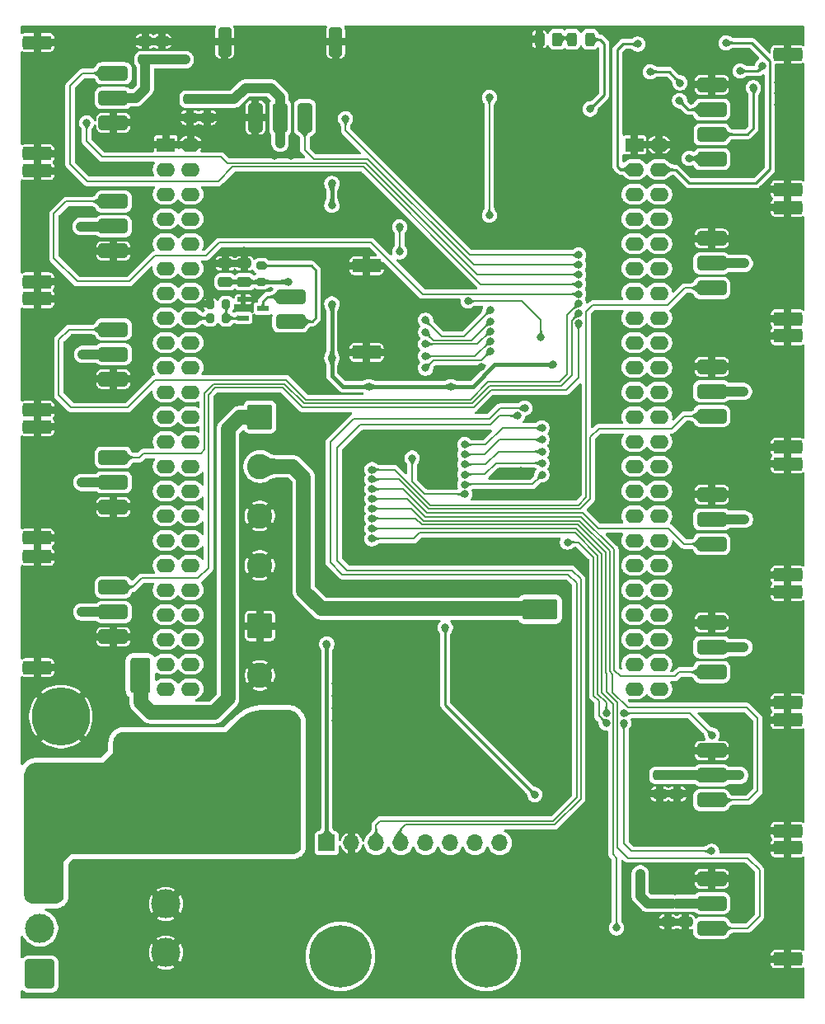
<source format=gbr>
%TF.GenerationSoftware,KiCad,Pcbnew,9.0.3*%
%TF.CreationDate,2025-07-13T22:15:26+07:00*%
%TF.ProjectId,Automative_Hexapod,4175746f-6d61-4746-9976-655f48657861,rev?*%
%TF.SameCoordinates,Original*%
%TF.FileFunction,Copper,L2,Bot*%
%TF.FilePolarity,Positive*%
%FSLAX46Y46*%
G04 Gerber Fmt 4.6, Leading zero omitted, Abs format (unit mm)*
G04 Created by KiCad (PCBNEW 9.0.3) date 2025-07-13 22:15:26*
%MOMM*%
%LPD*%
G01*
G04 APERTURE LIST*
G04 Aperture macros list*
%AMRoundRect*
0 Rectangle with rounded corners*
0 $1 Rounding radius*
0 $2 $3 $4 $5 $6 $7 $8 $9 X,Y pos of 4 corners*
0 Add a 4 corners polygon primitive as box body*
4,1,4,$2,$3,$4,$5,$6,$7,$8,$9,$2,$3,0*
0 Add four circle primitives for the rounded corners*
1,1,$1+$1,$2,$3*
1,1,$1+$1,$4,$5*
1,1,$1+$1,$6,$7*
1,1,$1+$1,$8,$9*
0 Add four rect primitives between the rounded corners*
20,1,$1+$1,$2,$3,$4,$5,0*
20,1,$1+$1,$4,$5,$6,$7,0*
20,1,$1+$1,$6,$7,$8,$9,0*
20,1,$1+$1,$8,$9,$2,$3,0*%
G04 Aperture macros list end*
%TA.AperFunction,ComponentPad*%
%ADD10RoundRect,0.250000X1.250000X1.250000X-1.250000X1.250000X-1.250000X-1.250000X1.250000X-1.250000X0*%
%TD*%
%TA.AperFunction,ComponentPad*%
%ADD11C,3.000000*%
%TD*%
%TA.AperFunction,ComponentPad*%
%ADD12RoundRect,1.200000X1.800000X-1.800000X1.800000X1.800000X-1.800000X1.800000X-1.800000X-1.800000X0*%
%TD*%
%TA.AperFunction,ComponentPad*%
%ADD13C,6.000000*%
%TD*%
%TA.AperFunction,ComponentPad*%
%ADD14R,1.900000X1.400000*%
%TD*%
%TA.AperFunction,ComponentPad*%
%ADD15O,1.900000X1.400000*%
%TD*%
%TA.AperFunction,ComponentPad*%
%ADD16RoundRect,0.250000X-1.050000X1.050000X-1.050000X-1.050000X1.050000X-1.050000X1.050000X1.050000X0*%
%TD*%
%TA.AperFunction,ComponentPad*%
%ADD17C,2.600000*%
%TD*%
%TA.AperFunction,SMDPad,CuDef*%
%ADD18RoundRect,0.250000X0.475000X-0.250000X0.475000X0.250000X-0.475000X0.250000X-0.475000X-0.250000X0*%
%TD*%
%TA.AperFunction,SMDPad,CuDef*%
%ADD19RoundRect,0.300000X-1.200000X0.450000X-1.200000X-0.450000X1.200000X-0.450000X1.200000X0.450000X0*%
%TD*%
%TA.AperFunction,SMDPad,CuDef*%
%ADD20RoundRect,0.280000X-1.220000X0.420000X-1.220000X-0.420000X1.220000X-0.420000X1.220000X0.420000X0*%
%TD*%
%TA.AperFunction,SMDPad,CuDef*%
%ADD21RoundRect,0.300000X1.200000X-0.450000X1.200000X0.450000X-1.200000X0.450000X-1.200000X-0.450000X0*%
%TD*%
%TA.AperFunction,SMDPad,CuDef*%
%ADD22RoundRect,0.280000X1.220000X-0.420000X1.220000X0.420000X-1.220000X0.420000X-1.220000X-0.420000X0*%
%TD*%
%TA.AperFunction,ComponentPad*%
%ADD23R,1.700000X1.700000*%
%TD*%
%TA.AperFunction,ComponentPad*%
%ADD24O,1.700000X1.700000*%
%TD*%
%TA.AperFunction,ComponentPad*%
%ADD25C,0.800000*%
%TD*%
%TA.AperFunction,ComponentPad*%
%ADD26C,6.400000*%
%TD*%
%TA.AperFunction,SMDPad,CuDef*%
%ADD27RoundRect,0.200000X-0.275000X0.200000X-0.275000X-0.200000X0.275000X-0.200000X0.275000X0.200000X0*%
%TD*%
%TA.AperFunction,SMDPad,CuDef*%
%ADD28RoundRect,0.250000X-0.475000X0.250000X-0.475000X-0.250000X0.475000X-0.250000X0.475000X0.250000X0*%
%TD*%
%TA.AperFunction,SMDPad,CuDef*%
%ADD29R,1.168400X0.533400*%
%TD*%
%TA.AperFunction,SMDPad,CuDef*%
%ADD30RoundRect,0.300000X-0.450000X-1.200000X0.450000X-1.200000X0.450000X1.200000X-0.450000X1.200000X0*%
%TD*%
%TA.AperFunction,SMDPad,CuDef*%
%ADD31RoundRect,0.280000X-0.420000X-1.220000X0.420000X-1.220000X0.420000X1.220000X-0.420000X1.220000X0*%
%TD*%
%TA.AperFunction,SMDPad,CuDef*%
%ADD32RoundRect,0.200000X-0.200000X-0.275000X0.200000X-0.275000X0.200000X0.275000X-0.200000X0.275000X0*%
%TD*%
%TA.AperFunction,SMDPad,CuDef*%
%ADD33RoundRect,0.243750X-0.243750X-0.456250X0.243750X-0.456250X0.243750X0.456250X-0.243750X0.456250X0*%
%TD*%
%TA.AperFunction,SMDPad,CuDef*%
%ADD34RoundRect,0.250000X-0.262500X-0.450000X0.262500X-0.450000X0.262500X0.450000X-0.262500X0.450000X0*%
%TD*%
%TA.AperFunction,ViaPad*%
%ADD35C,0.800000*%
%TD*%
%TA.AperFunction,Conductor*%
%ADD36C,0.203200*%
%TD*%
%TA.AperFunction,Conductor*%
%ADD37C,0.254000*%
%TD*%
%TA.AperFunction,Conductor*%
%ADD38C,0.381000*%
%TD*%
%TA.AperFunction,Conductor*%
%ADD39C,0.508000*%
%TD*%
%TA.AperFunction,Conductor*%
%ADD40C,1.524000*%
%TD*%
%TA.AperFunction,Conductor*%
%ADD41C,1.016000*%
%TD*%
G04 APERTURE END LIST*
D10*
%TO.P,SW1,1,1*%
%TO.N,unconnected-(SW1-Pad1)*%
X55448200Y-144400000D03*
D11*
%TO.P,SW1,2,2*%
%TO.N,+BATT*%
X55448200Y-139700000D03*
%TO.P,SW1,3,3*%
%TO.N,VBUS*%
X55448200Y-135000000D03*
%TO.P,SW1,SH,SH*%
%TO.N,GND*%
X68398200Y-142200000D03*
X68398200Y-137200000D03*
%TD*%
D12*
%TO.P,J1,1,Pin_1*%
%TO.N,VBUS*%
X57608200Y-127960000D03*
D13*
%TO.P,J1,2,Pin_2*%
%TO.N,GND*%
X57608200Y-117960000D03*
%TD*%
D14*
%TO.P,U2,P8_1,GND*%
%TO.N,GND*%
X116530000Y-59240000D03*
D15*
%TO.P,U2,P8_2,GND*%
X119070000Y-59240000D03*
%TO.P,U2,P8_3,GPIO1_6*%
%TO.N,BBAI_ECHO*%
X116530000Y-61780000D03*
%TO.P,U2,P8_4,GPIO1_7*%
%TO.N,BBAI_TRIG*%
X119070000Y-61780000D03*
%TO.P,U2,P8_5,GPIO1_2*%
%TO.N,unconnected-(U2-GPIO1_2-PadP8_5)*%
X116530000Y-64320000D03*
%TO.P,U2,P8_6,GPIO1_3*%
%TO.N,Net-(U2-GPIO1_3)*%
X119070000Y-64320000D03*
%TO.P,U2,P8_7,GPIO2_2*%
%TO.N,unconnected-(U2-GPIO2_2-PadP8_7)*%
X116530000Y-66860000D03*
%TO.P,U2,P8_8,GPIO2_3*%
%TO.N,unconnected-(U2-GPIO2_3-PadP8_8)*%
X119070000Y-66860000D03*
%TO.P,U2,P8_9,GPIO2_5*%
%TO.N,unconnected-(U2-GPIO2_5-PadP8_9)*%
X116530000Y-69400000D03*
%TO.P,U2,P8_10,GPIO2_4*%
%TO.N,unconnected-(U2-GPIO2_4-PadP8_10)*%
X119070000Y-69400000D03*
%TO.P,U2,P8_11,eQEP2bB/GPIO1_13*%
%TO.N,unconnected-(U2-eQEP2bB{slash}GPIO1_13-PadP8_11)*%
X116530000Y-71940000D03*
%TO.P,U2,P8_12,eQEP2bA/GPIO1_12*%
%TO.N,unconnected-(U2-eQEP2bA{slash}GPIO1_12-PadP8_12)*%
X119070000Y-71940000D03*
%TO.P,U2,P8_13,PWM2B/GPIO0_23*%
%TO.N,unconnected-(U2-PWM2B{slash}GPIO0_23-PadP8_13)*%
X116530000Y-74480000D03*
%TO.P,U2,P8_14,GPIO0_26*%
%TO.N,unconnected-(U2-GPIO0_26-PadP8_14)*%
X119070000Y-74480000D03*
%TO.P,U2,P8_15,GPIO1_15*%
%TO.N,unconnected-(U2-GPIO1_15-PadP8_15)*%
X116530000Y-77020000D03*
%TO.P,U2,P8_16,GPIO1_14*%
%TO.N,unconnected-(U2-GPIO1_14-PadP8_16)*%
X119070000Y-77020000D03*
%TO.P,U2,P8_17,GPIO0_27*%
%TO.N,unconnected-(U2-GPIO0_27-PadP8_17)*%
X116530000Y-79560000D03*
%TO.P,U2,P8_18,GPIO2_1*%
%TO.N,unconnected-(U2-GPIO2_1-PadP8_18)*%
X119070000Y-79560000D03*
%TO.P,U2,P8_19,PWM2A/GPIO0_22*%
%TO.N,unconnected-(U2-PWM2A{slash}GPIO0_22-PadP8_19)*%
X116530000Y-82100000D03*
%TO.P,U2,P8_20,GPIO1_31*%
%TO.N,unconnected-(U2-GPIO1_31-PadP8_20)*%
X119070000Y-82100000D03*
%TO.P,U2,P8_21,GPIO1_30*%
%TO.N,unconnected-(U2-GPIO1_30-PadP8_21)*%
X116530000Y-84640000D03*
%TO.P,U2,P8_22,GPIO1_5*%
%TO.N,unconnected-(U2-GPIO1_5-PadP8_22)*%
X119070000Y-84640000D03*
%TO.P,U2,P8_23,GPIO1_4*%
%TO.N,unconnected-(U2-GPIO1_4-PadP8_23)*%
X116530000Y-87180000D03*
%TO.P,U2,P8_24,GPIO1_1*%
%TO.N,unconnected-(U2-GPIO1_1-PadP8_24)*%
X119070000Y-87180000D03*
%TO.P,U2,P8_25,GPIO1_0*%
%TO.N,unconnected-(U2-GPIO1_0-PadP8_25)*%
X116530000Y-89720000D03*
%TO.P,U2,P8_26,GPIO1_29*%
%TO.N,unconnected-(U2-GPIO1_29-PadP8_26)*%
X119070000Y-89720000D03*
%TO.P,U2,P8_27,GPIO2_22*%
%TO.N,unconnected-(U2-GPIO2_22-PadP8_27)*%
X116530000Y-92260000D03*
%TO.P,U2,P8_28,GPIO2_24*%
%TO.N,unconnected-(U2-GPIO2_24-PadP8_28)*%
X119070000Y-92260000D03*
%TO.P,U2,P8_29,GPIO2_23*%
%TO.N,unconnected-(U2-GPIO2_23-PadP8_29)*%
X116530000Y-94800000D03*
%TO.P,U2,P8_30,GPIO2_25*%
%TO.N,unconnected-(U2-GPIO2_25-PadP8_30)*%
X119070000Y-94800000D03*
%TO.P,U2,P8_31,GPIO0_10*%
%TO.N,unconnected-(U2-GPIO0_10-PadP8_31)*%
X116530000Y-97340000D03*
%TO.P,U2,P8_32,GPIO0_11*%
%TO.N,unconnected-(U2-GPIO0_11-PadP8_32)*%
X119070000Y-97340000D03*
%TO.P,U2,P8_33,eQEP1B/GPIO0_9*%
%TO.N,unconnected-(U2-eQEP1B{slash}GPIO0_9-PadP8_33)*%
X116530000Y-99880000D03*
%TO.P,U2,P8_34,GPIO2_17*%
%TO.N,unconnected-(U2-GPIO2_17-PadP8_34)*%
X119070000Y-99880000D03*
%TO.P,U2,P8_35,eQEP1A/GPIO0_8*%
%TO.N,unconnected-(U2-eQEP1A{slash}GPIO0_8-PadP8_35)*%
X116530000Y-102420000D03*
%TO.P,U2,P8_36,GPIO2_16*%
%TO.N,unconnected-(U2-GPIO2_16-PadP8_36)*%
X119070000Y-102420000D03*
%TO.P,U2,P8_37,Serial5_TX/GPIO2_14*%
%TO.N,unconnected-(U2-Serial5_TX{slash}GPIO2_14-PadP8_37)*%
X116530000Y-104960000D03*
%TO.P,U2,P8_38,Serial5_RX/GPIO2_15*%
%TO.N,unconnected-(U2-Serial5_RX{slash}GPIO2_15-PadP8_38)*%
X119070000Y-104960000D03*
%TO.P,U2,P8_39,GPIO2_12*%
%TO.N,unconnected-(U2-GPIO2_12-PadP8_39)*%
X116530000Y-107500000D03*
%TO.P,U2,P8_40,GPIO2_13*%
%TO.N,unconnected-(U2-GPIO2_13-PadP8_40)*%
X119070000Y-107500000D03*
%TO.P,U2,P8_41,eQEP2A/GPIO2_10*%
%TO.N,unconnected-(U2-eQEP2A{slash}GPIO2_10-PadP8_41)*%
X116530000Y-110040000D03*
%TO.P,U2,P8_42,eQEP2B/GPIO2_11*%
%TO.N,unconnected-(U2-eQEP2B{slash}GPIO2_11-PadP8_42)*%
X119070000Y-110040000D03*
%TO.P,U2,P8_43,GPIO2_8*%
%TO.N,unconnected-(U2-GPIO2_8-PadP8_43)*%
X116530000Y-112580000D03*
%TO.P,U2,P8_44,GPIO2_9*%
%TO.N,unconnected-(U2-GPIO2_9-PadP8_44)*%
X119070000Y-112580000D03*
%TO.P,U2,P8_45,GPIO2_6*%
%TO.N,unconnected-(U2-GPIO2_6-PadP8_45)*%
X116530000Y-115120000D03*
%TO.P,U2,P8_46,GPIO2_27*%
%TO.N,unconnected-(U2-GPIO2_27-PadP8_46)*%
X119070000Y-115120000D03*
D14*
%TO.P,U2,P9_1,GND*%
%TO.N,GND*%
X68390000Y-59240000D03*
D15*
%TO.P,U2,P9_2,GND*%
X70930000Y-59240000D03*
%TO.P,U2,P9_3,3V3*%
%TO.N,+3.3V*%
X68390000Y-61780000D03*
%TO.P,U2,P9_4,3V3*%
X70930000Y-61780000D03*
%TO.P,U2,P9_5,5V_RAW*%
%TO.N,+5V*%
X68390000Y-64320000D03*
%TO.P,U2,P9_6,5V_RAW*%
X70930000Y-64320000D03*
%TO.P,U2,P9_7,5V*%
%TO.N,unconnected-(U2-5V-PadP9_7)*%
X68390000Y-66860000D03*
%TO.P,U2,P9_8,5V*%
%TO.N,unconnected-(U2-5V-PadP9_8)*%
X70930000Y-66860000D03*
%TO.P,U2,P9_9,NC*%
%TO.N,unconnected-(U2-NC-PadP9_9)*%
X68390000Y-69400000D03*
%TO.P,U2,P9_10,NC*%
%TO.N,unconnected-(U2-NC-PadP9_10)*%
X70930000Y-69400000D03*
%TO.P,U2,P9_11,Serial4_RX/GPIO0_30*%
%TO.N,unconnected-(U2-Serial4_RX{slash}GPIO0_30-PadP9_11)*%
X68390000Y-71940000D03*
%TO.P,U2,P9_12,GPIO1_28*%
%TO.N,unconnected-(U2-GPIO1_28-PadP9_12)*%
X70930000Y-71940000D03*
%TO.P,U2,P9_13,Serial4_TX/GPIO0_31*%
%TO.N,unconnected-(U2-Serial4_TX{slash}GPIO0_31-PadP9_13)*%
X68390000Y-74480000D03*
%TO.P,U2,P9_14,GPIO1_18/PWM1A*%
%TO.N,unconnected-(U2-GPIO1_18{slash}PWM1A-PadP9_14)*%
X70930000Y-74480000D03*
%TO.P,U2,P9_15,GPIO1_16*%
%TO.N,unconnected-(U2-GPIO1_16-PadP9_15)*%
X68390000Y-77020000D03*
%TO.P,U2,P9_16,GPIO1_19/PWM1B*%
%TO.N,BBAI_PWM1A*%
X70930000Y-77020000D03*
%TO.P,U2,P9_17,I2C1_SCL/SPI0_CS0/GPIO0_5*%
%TO.N,unconnected-(U2-I2C1_SCL{slash}SPI0_CS0{slash}GPIO0_5-PadP9_17)*%
X68390000Y-79560000D03*
%TO.P,U2,P9_18,I2C1_SDA/SPI0_MOSI/GPIO0_4*%
%TO.N,unconnected-(U2-I2C1_SDA{slash}SPI0_MOSI{slash}GPIO0_4-PadP9_18)*%
X70930000Y-79560000D03*
%TO.P,U2,P9_19,I2C2_SCL/GPIO0_13*%
%TO.N,BBAI_I2C_SCL*%
X68390000Y-82100000D03*
%TO.P,U2,P9_20,I2C2_SDA/GPIO0_12*%
%TO.N,BBAI_I2C_SDA*%
X70930000Y-82100000D03*
%TO.P,U2,P9_21,Serial2_TX/SPI0_MISO/GPIO0_3*%
%TO.N,unconnected-(U2-Serial2_TX{slash}SPI0_MISO{slash}GPIO0_3-PadP9_21)*%
X68390000Y-84640000D03*
%TO.P,U2,P9_22,Serial2_RX/SPI0_SCLK/GPIO0_2*%
%TO.N,unconnected-(U2-Serial2_RX{slash}SPI0_SCLK{slash}GPIO0_2-PadP9_22)*%
X70930000Y-84640000D03*
%TO.P,U2,P9_23,GPIO1_17*%
%TO.N,unconnected-(U2-GPIO1_17-PadP9_23)*%
X68390000Y-87180000D03*
%TO.P,U2,P9_24,Serial1_TX/GPIO0_15*%
%TO.N,unconnected-(U2-Serial1_TX{slash}GPIO0_15-PadP9_24)*%
X70930000Y-87180000D03*
%TO.P,U2,P9_25,GPIO3_21*%
%TO.N,unconnected-(U2-GPIO3_21-PadP9_25)*%
X68390000Y-89720000D03*
%TO.P,U2,P9_26,Serial1_RX/GPIO0_14*%
%TO.N,unconnected-(U2-Serial1_RX{slash}GPIO0_14-PadP9_26)*%
X70930000Y-89720000D03*
%TO.P,U2,P9_27,eQEP0B/GPIO3_19*%
%TO.N,unconnected-(U2-eQEP0B{slash}GPIO3_19-PadP9_27)*%
X68390000Y-92260000D03*
%TO.P,U2,P9_28,SPI1_CS0/GPIO3_17*%
%TO.N,unconnected-(U2-SPI1_CS0{slash}GPIO3_17-PadP9_28)*%
X70930000Y-92260000D03*
%TO.P,U2,P9_29,SPI1_MISO/GPIO3_15*%
%TO.N,unconnected-(U2-SPI1_MISO{slash}GPIO3_15-PadP9_29)*%
X68390000Y-94800000D03*
%TO.P,U2,P9_30,SPI1_MOSI/GPIO3_16*%
%TO.N,unconnected-(U2-SPI1_MOSI{slash}GPIO3_16-PadP9_30)*%
X70930000Y-94800000D03*
%TO.P,U2,P9_31,SPI1_SCLK/GPIO3_14*%
%TO.N,unconnected-(U2-SPI1_SCLK{slash}GPIO3_14-PadP9_31)*%
X68390000Y-97340000D03*
%TO.P,U2,P9_32,VDD_ADC*%
%TO.N,unconnected-(U2-VDD_ADC-PadP9_32)*%
X70930000Y-97340000D03*
%TO.P,U2,P9_33,AIN4*%
%TO.N,unconnected-(U2-AIN4-PadP9_33)*%
X68390000Y-99880000D03*
%TO.P,U2,P9_34,GND_ADC*%
%TO.N,unconnected-(U2-GND_ADC-PadP9_34)*%
X70930000Y-99880000D03*
%TO.P,U2,P9_35,AIN6*%
%TO.N,unconnected-(U2-AIN6-PadP9_35)*%
X68390000Y-102420000D03*
%TO.P,U2,P9_36,AIN5*%
%TO.N,unconnected-(U2-AIN5-PadP9_36)*%
X70930000Y-102420000D03*
%TO.P,U2,P9_37,AIN2*%
%TO.N,unconnected-(U2-AIN2-PadP9_37)*%
X68390000Y-104960000D03*
%TO.P,U2,P9_38,AIN3*%
%TO.N,unconnected-(U2-AIN3-PadP9_38)*%
X70930000Y-104960000D03*
%TO.P,U2,P9_39,AIN0*%
%TO.N,unconnected-(U2-AIN0-PadP9_39)*%
X68390000Y-107500000D03*
%TO.P,U2,P9_40,AIN1*%
%TO.N,unconnected-(U2-AIN1-PadP9_40)*%
X70930000Y-107500000D03*
%TO.P,U2,P9_41,GPIO0_20*%
%TO.N,unconnected-(U2-GPIO0_20-PadP9_41)*%
X68390000Y-110040000D03*
%TO.P,U2,P9_42,eQEP0A/SPI1_CS1/GPIO0_7*%
%TO.N,unconnected-(U2-eQEP0A{slash}SPI1_CS1{slash}GPIO0_7-PadP9_42)*%
X70930000Y-110040000D03*
%TO.P,U2,P9_43,GND*%
%TO.N,unconnected-(U2-GND-PadP9_43)*%
X68390000Y-112580000D03*
%TO.P,U2,P9_44,GND*%
%TO.N,unconnected-(U2-GND-PadP9_44)*%
X70930000Y-112580000D03*
%TO.P,U2,P9_45,GND*%
%TO.N,unconnected-(U2-GND-PadP9_45)*%
X68390000Y-115120000D03*
%TO.P,U2,P9_46,GND*%
%TO.N,unconnected-(U2-GND-PadP9_46)*%
X70930000Y-115120000D03*
%TD*%
D16*
%TO.P,J2,1,Pin_1*%
%TO.N,GND*%
X78060000Y-108650000D03*
D17*
%TO.P,J2,2,Pin_2*%
X78060000Y-113730000D03*
%TO.P,J2,3,Pin_3*%
%TO.N,VBUS*%
X78060000Y-118810000D03*
%TO.P,J2,4,Pin_4*%
X78060000Y-123890000D03*
%TD*%
D16*
%TO.P,J3,1,Pin_1*%
%TO.N,Vdrive_1*%
X78050000Y-87190000D03*
D17*
%TO.P,J3,2,Pin_2*%
%TO.N,Vdrive_2*%
X78050000Y-92270000D03*
%TO.P,J3,3,Pin_3*%
%TO.N,GND*%
X78050000Y-97350000D03*
%TO.P,J3,4,Pin_4*%
X78050000Y-102430000D03*
%TD*%
D18*
%TO.P,C37,1*%
%TO.N,GND*%
X119140000Y-125900000D03*
%TO.P,C37,2*%
%TO.N,Vdrive_2*%
X119140000Y-124000000D03*
%TD*%
D19*
%TO.P,J7,1,Pin_1*%
%TO.N,PCA_CH0_0*%
X124475200Y-73950000D03*
%TO.P,J7,2,Pin_2*%
%TO.N,Vdrive_2*%
X124475200Y-71410000D03*
%TO.P,J7,3,Pin_3*%
%TO.N,GND*%
X124475200Y-68870000D03*
D20*
%TO.P,J7,SH,Pin_3*%
X132275200Y-65710000D03*
X132275200Y-77110000D03*
%TD*%
D21*
%TO.P,J20,1,Pin_1*%
%TO.N,PCA_CH1_4*%
X62994600Y-51898400D03*
%TO.P,J20,2,Pin_2*%
%TO.N,Vdrive_1*%
X62994600Y-54438400D03*
%TO.P,J20,3,Pin_3*%
%TO.N,GND*%
X62994600Y-56978400D03*
D22*
%TO.P,J20,SH,Pin_3*%
X55194600Y-60138400D03*
X55194600Y-48738400D03*
%TD*%
D19*
%TO.P,J11,1,Pin_1*%
%TO.N,PCA_CH0_4*%
X124475200Y-126540000D03*
%TO.P,J11,2,Pin_2*%
%TO.N,Vdrive_2*%
X124475200Y-124000000D03*
%TO.P,J11,3,Pin_3*%
%TO.N,GND*%
X124475200Y-121460000D03*
D20*
%TO.P,J11,SH,Pin_3*%
X132275200Y-118300000D03*
X132275200Y-129700000D03*
%TD*%
D19*
%TO.P,J12,1,Pin_1*%
%TO.N,PCA_CH0_5*%
X124475200Y-139690000D03*
%TO.P,J12,2,Pin_2*%
%TO.N,Vdrive_2*%
X124475200Y-137150000D03*
%TO.P,J12,3,Pin_3*%
%TO.N,GND*%
X124475200Y-134610000D03*
D20*
%TO.P,J12,SH,Pin_3*%
X132275200Y-131450000D03*
X132275200Y-142850000D03*
%TD*%
D23*
%TO.P,J4,1,Pin_1*%
%TO.N,+5V*%
X84918503Y-130942000D03*
D24*
%TO.P,J4,2,Pin_2*%
%TO.N,GND*%
X87458503Y-130942000D03*
%TO.P,J4,3,Pin_3*%
%TO.N,BBAI_I2C_SCL*%
X89998503Y-130942000D03*
%TO.P,J4,4,Pin_4*%
%TO.N,BBAI_I2C_SDA*%
X92538503Y-130942000D03*
%TO.P,J4,5,Pin_5*%
%TO.N,unconnected-(J4-Pin_5-Pad5)*%
X95078503Y-130942000D03*
%TO.P,J4,6,Pin_6*%
%TO.N,unconnected-(J4-Pin_6-Pad6)*%
X97618503Y-130942000D03*
%TO.P,J4,7,Pin_7*%
%TO.N,unconnected-(J4-Pin_7-Pad7)*%
X100158503Y-130942000D03*
%TO.P,J4,8,Pin_8*%
%TO.N,unconnected-(J4-Pin_8-Pad8)*%
X102698503Y-130942000D03*
D25*
%TO.P,J4,~*%
%TO.N,N/C*%
X101308503Y-140192000D03*
X86308503Y-140192000D03*
X103005559Y-140894944D03*
X99611447Y-140894944D03*
X88005559Y-140894944D03*
X84611447Y-140894944D03*
X103708503Y-142592000D03*
D26*
X101308503Y-142592000D03*
D25*
X98908503Y-142592000D03*
X88708503Y-142592000D03*
D26*
X86308503Y-142592000D03*
D25*
X83908503Y-142592000D03*
X103005559Y-144289056D03*
X99611447Y-144289056D03*
X88005559Y-144289056D03*
X84611447Y-144289056D03*
X101308503Y-144992000D03*
X86308503Y-144992000D03*
%TD*%
D27*
%TO.P,R40,1*%
%TO.N,Net-(J5-Pin_1)*%
X78187000Y-71668399D03*
%TO.P,R40,2*%
%TO.N,+5V*%
X78187000Y-73318399D03*
%TD*%
D21*
%TO.P,J16,1,Pin_1*%
%TO.N,PCA_CH1_0*%
X62994600Y-104688400D03*
%TO.P,J16,2,Pin_2*%
%TO.N,Vdrive_1*%
X62994600Y-107228400D03*
%TO.P,J16,3,Pin_3*%
%TO.N,GND*%
X62994600Y-109768400D03*
D22*
%TO.P,J16,SH,Pin_3*%
X55194600Y-112928400D03*
X55194600Y-101528400D03*
%TD*%
D21*
%TO.P,J18,1,Pin_1*%
%TO.N,PCA_CH1_2*%
X62994600Y-78218400D03*
%TO.P,J18,2,Pin_2*%
%TO.N,Vdrive_1*%
X62994600Y-80758400D03*
%TO.P,J18,3,Pin_3*%
%TO.N,GND*%
X62994600Y-83298400D03*
D22*
%TO.P,J18,SH,Pin_3*%
X55194600Y-86458400D03*
X55194600Y-75058400D03*
%TD*%
D18*
%TO.P,C66,1*%
%TO.N,GND*%
X72657000Y-56451400D03*
%TO.P,C66,2*%
%TO.N,Vdrive_1*%
X72657000Y-54551400D03*
%TD*%
%TO.P,C42,1*%
%TO.N,GND*%
X120880000Y-125900000D03*
%TO.P,C42,2*%
%TO.N,Vdrive_2*%
X120880000Y-124000000D03*
%TD*%
D28*
%TO.P,C30,1*%
%TO.N,GND*%
X76447000Y-71418399D03*
%TO.P,C30,2*%
%TO.N,+5V*%
X76447000Y-73318399D03*
%TD*%
%TO.P,C55,1*%
%TO.N,GND*%
X68000000Y-48610000D03*
%TO.P,C55,2*%
%TO.N,Vdrive_1*%
X68000000Y-50510000D03*
%TD*%
D29*
%TO.P,Q3,1,G*%
%TO.N,Net-(Q3-G)*%
X76327000Y-77020000D03*
%TO.P,Q3,2,S*%
%TO.N,GND*%
X76327000Y-75119998D03*
%TO.P,Q3,3,D*%
%TO.N,Net-(J5-Pin_2)*%
X78359000Y-76069999D03*
%TD*%
D19*
%TO.P,J8,1,Pin_1*%
%TO.N,PCA_CH0_1*%
X124475200Y-87110000D03*
%TO.P,J8,2,Pin_2*%
%TO.N,Vdrive_2*%
X124475200Y-84570000D03*
%TO.P,J8,3,Pin_3*%
%TO.N,GND*%
X124475200Y-82030000D03*
D20*
%TO.P,J8,SH,Pin_3*%
X132275200Y-78870000D03*
X132275200Y-90270000D03*
%TD*%
D19*
%TO.P,J6,1,Pin_1*%
%TO.N,+5V*%
X124485400Y-60706000D03*
%TO.P,J6,2,Pin_2*%
%TO.N,HCSR04_TRIG*%
X124485400Y-58166000D03*
%TO.P,J6,3,Pin_3*%
%TO.N,HCSR04_ECHO*%
X124485400Y-55626000D03*
%TO.P,J6,4,Pin_4*%
%TO.N,GND*%
X124485400Y-53086000D03*
D20*
%TO.P,J6,SH,Pin_3*%
X132285400Y-49946000D03*
X132285400Y-63846000D03*
%TD*%
D19*
%TO.P,J10,1,Pin_1*%
%TO.N,PCA_CH0_3*%
X124475200Y-113390000D03*
%TO.P,J10,2,Pin_2*%
%TO.N,Vdrive_2*%
X124475200Y-110850000D03*
%TO.P,J10,3,Pin_3*%
%TO.N,GND*%
X124475200Y-108310000D03*
D20*
%TO.P,J10,SH,Pin_3*%
X132275200Y-105150000D03*
X132275200Y-116550000D03*
%TD*%
D18*
%TO.P,C47,1*%
%TO.N,GND*%
X121767600Y-139050000D03*
%TO.P,C47,2*%
%TO.N,Vdrive_2*%
X121767600Y-137150000D03*
%TD*%
D30*
%TO.P,J22,1,Pin_1*%
%TO.N,PCA_CH1_6*%
X82677000Y-56451400D03*
%TO.P,J22,2,Pin_2*%
%TO.N,Vdrive_1*%
X80137000Y-56451400D03*
%TO.P,J22,3,Pin_3*%
%TO.N,GND*%
X77597000Y-56451400D03*
D31*
%TO.P,J22,SH,Pin_3*%
X74437000Y-48651400D03*
X85837000Y-48651400D03*
%TD*%
D28*
%TO.P,C60,1*%
%TO.N,GND*%
X66260000Y-48610000D03*
%TO.P,C60,2*%
%TO.N,Vdrive_1*%
X66260000Y-50510000D03*
%TD*%
D32*
%TO.P,R38,1*%
%TO.N,BBAI_PWM1A*%
X72942000Y-77020000D03*
%TO.P,R38,2*%
%TO.N,Net-(Q3-G)*%
X74592000Y-77020000D03*
%TD*%
D28*
%TO.P,C29,1*%
%TO.N,GND*%
X74497000Y-71418399D03*
%TO.P,C29,2*%
%TO.N,+5V*%
X74497000Y-73318399D03*
%TD*%
D32*
%TO.P,R39,1*%
%TO.N,GND*%
X72942000Y-75598399D03*
%TO.P,R39,2*%
%TO.N,Net-(Q3-G)*%
X74592000Y-75598399D03*
%TD*%
D18*
%TO.P,C43,1*%
%TO.N,GND*%
X120017600Y-139050000D03*
%TO.P,C43,2*%
%TO.N,Vdrive_2*%
X120017600Y-137150000D03*
%TD*%
D33*
%TO.P,D4,1,K*%
%TO.N,Net-(D4-K)*%
X110098500Y-48412400D03*
%TO.P,D4,2,A*%
%TO.N,+3.3V*%
X111973500Y-48412400D03*
%TD*%
D19*
%TO.P,J5,1,Pin_1*%
%TO.N,Net-(J5-Pin_1)*%
X81215000Y-77380000D03*
%TO.P,J5,2,Pin_2*%
%TO.N,Net-(J5-Pin_2)*%
X81215000Y-74840000D03*
D20*
%TO.P,J5,SH,Pin_3*%
%TO.N,GND*%
X89015000Y-71660000D03*
X89015000Y-80560000D03*
%TD*%
D18*
%TO.P,C62,1*%
%TO.N,GND*%
X70897000Y-56451400D03*
%TO.P,C62,2*%
%TO.N,Vdrive_1*%
X70897000Y-54551400D03*
%TD*%
D21*
%TO.P,J17,1,Pin_1*%
%TO.N,PCA_CH1_1*%
X62994600Y-91358400D03*
%TO.P,J17,2,Pin_2*%
%TO.N,Vdrive_1*%
X62994600Y-93898400D03*
%TO.P,J17,3,Pin_3*%
%TO.N,GND*%
X62994600Y-96438400D03*
D22*
%TO.P,J17,SH,Pin_3*%
X55194600Y-99598400D03*
X55194600Y-88198400D03*
%TD*%
D19*
%TO.P,J9,1,Pin_1*%
%TO.N,PCA_CH0_2*%
X124475200Y-100250000D03*
%TO.P,J9,2,Pin_2*%
%TO.N,Vdrive_2*%
X124475200Y-97710000D03*
%TO.P,J9,3,Pin_3*%
%TO.N,GND*%
X124475200Y-95170000D03*
D20*
%TO.P,J9,SH,Pin_3*%
X132275200Y-92010000D03*
X132275200Y-103410000D03*
%TD*%
D21*
%TO.P,J19,1,Pin_1*%
%TO.N,PCA_CH1_3*%
X62994600Y-65068400D03*
%TO.P,J19,2,Pin_2*%
%TO.N,Vdrive_1*%
X62994600Y-67608400D03*
%TO.P,J19,3,Pin_3*%
%TO.N,GND*%
X62994600Y-70148400D03*
D22*
%TO.P,J19,SH,Pin_3*%
X55194600Y-73308400D03*
X55194600Y-61908400D03*
%TD*%
D34*
%TO.P,R7,1*%
%TO.N,GND*%
X106783500Y-48412400D03*
%TO.P,R7,2*%
%TO.N,Net-(D4-K)*%
X108608500Y-48412400D03*
%TD*%
D35*
%TO.N,GND*%
X108712000Y-134874000D03*
X108712000Y-132334000D03*
X108712000Y-133604000D03*
X110998000Y-130048000D03*
X105308400Y-130048000D03*
X107594400Y-130048000D03*
X108737400Y-130048000D03*
X104165400Y-130048000D03*
X109880400Y-130048000D03*
X112166400Y-130048000D03*
X106451400Y-130048000D03*
%TO.N,+5V*%
X84918503Y-110490000D03*
X122140000Y-60640000D03*
X80975200Y-73318399D03*
X97100000Y-108820000D03*
X106300000Y-125970000D03*
%TO.N,GND*%
X107061000Y-67945000D03*
X92456000Y-53848000D03*
X107699400Y-138366200D03*
X76327000Y-79883000D03*
X76200000Y-136398000D03*
X80391000Y-106934000D03*
X106045000Y-109093000D03*
X82423000Y-62865000D03*
X84201000Y-101727000D03*
X59944000Y-109093000D03*
X120269000Y-128651000D03*
X84201000Y-96647000D03*
X95758000Y-62865000D03*
X107061000Y-69215000D03*
X124968000Y-129794000D03*
X80391000Y-109347000D03*
X54102000Y-50292000D03*
X108737400Y-131191000D03*
X92964000Y-118364000D03*
X112903000Y-92075000D03*
X72390000Y-143256000D03*
X133223000Y-80391000D03*
X123317000Y-106426000D03*
X84201000Y-91567000D03*
X90932000Y-76835000D03*
X127508000Y-136652000D03*
X88646000Y-135509000D03*
X94234000Y-117094000D03*
X109728000Y-52197000D03*
X132207000Y-115062000D03*
X133350000Y-144399000D03*
X73660000Y-136398000D03*
X127381000Y-122174000D03*
X130937000Y-88773000D03*
X107823000Y-101727000D03*
X76581000Y-99822000D03*
X87376000Y-100457000D03*
X87376000Y-90297000D03*
X123825000Y-129794000D03*
X109448600Y-109093000D03*
X62484000Y-111887000D03*
X59690000Y-72009000D03*
X124485400Y-48768000D03*
X61214000Y-98425000D03*
X131064000Y-144399000D03*
X88646000Y-134239000D03*
X78867000Y-79883000D03*
X54102000Y-58674000D03*
X124714000Y-118237000D03*
X89916000Y-101727000D03*
X100790000Y-82080000D03*
X89916000Y-66294000D03*
X131064000Y-119761000D03*
X80391000Y-108077000D03*
X127254000Y-93472000D03*
X92964000Y-117094000D03*
X67945000Y-47498000D03*
X87376000Y-94107000D03*
X89662000Y-82550000D03*
X109448600Y-119507000D03*
X125857000Y-106426000D03*
X103886000Y-100457000D03*
X107823000Y-127000000D03*
X94615000Y-62865000D03*
X83185000Y-47498000D03*
X85852000Y-115824000D03*
X59944000Y-110490000D03*
X79756000Y-47498000D03*
X62484000Y-98425000D03*
X93726000Y-101727000D03*
X109448600Y-110236000D03*
X80391000Y-114300000D03*
X77470000Y-136398000D03*
X75692000Y-56515000D03*
X111023400Y-131191000D03*
X82677000Y-82169000D03*
X108331000Y-110236000D03*
X90932000Y-79375000D03*
X85852000Y-117094000D03*
X105156000Y-62865000D03*
X101346000Y-67970400D03*
X60960000Y-85217000D03*
X112268000Y-67945000D03*
X86106000Y-104775000D03*
X91186000Y-104775000D03*
X102108000Y-52197000D03*
X89154000Y-117094000D03*
X104900000Y-92710000D03*
X84963000Y-104013000D03*
X69596000Y-48895000D03*
X123444000Y-93472000D03*
X99441000Y-127000000D03*
X69596000Y-47498000D03*
X130937000Y-101854000D03*
X58420000Y-82677000D03*
X124714000Y-93472000D03*
X76581000Y-105410000D03*
X132080000Y-101854000D03*
X130937000Y-67310000D03*
X87376000Y-47625000D03*
X112903000Y-90805000D03*
X55245000Y-103124000D03*
X127000000Y-81534000D03*
X108331000Y-109093000D03*
X90424000Y-118364000D03*
X88773000Y-75565000D03*
X54102000Y-98044000D03*
X127000000Y-80264000D03*
X91694000Y-117094000D03*
X56388000Y-89662000D03*
X123825000Y-128651000D03*
X112903000Y-87249000D03*
X106556400Y-135826200D03*
X112268000Y-74295000D03*
X80391000Y-98552000D03*
X119507000Y-135382000D03*
X131064000Y-128143000D03*
X103987600Y-62865000D03*
X103251000Y-67945000D03*
X123190000Y-80264000D03*
X119507000Y-140716000D03*
X109601000Y-69215000D03*
X88646000Y-67564000D03*
X95758000Y-112014000D03*
X112268000Y-69215000D03*
X56388000Y-103124000D03*
X94361000Y-127000000D03*
X72390000Y-135001000D03*
X105283000Y-101727000D03*
X133223000Y-75565000D03*
X89789000Y-134239000D03*
X132461000Y-53975000D03*
X133223000Y-93472000D03*
X88646000Y-66294000D03*
X127254000Y-94742000D03*
X96266000Y-104775000D03*
X93726000Y-53848000D03*
X128397000Y-129794000D03*
X87376000Y-48768000D03*
X132080000Y-75565000D03*
X107699400Y-139636200D03*
X124460000Y-80264000D03*
X86614000Y-79883000D03*
X104902000Y-110236000D03*
X78486000Y-105410000D03*
X55245000Y-58674000D03*
X112903000Y-94615000D03*
X127254000Y-128651000D03*
X107188000Y-110236000D03*
X74422000Y-56515000D03*
X109601000Y-86741000D03*
X132207000Y-141351000D03*
X102616000Y-100457000D03*
X55245000Y-111379000D03*
X94996000Y-104775000D03*
X83566000Y-62865000D03*
X127381000Y-118237000D03*
X89154000Y-118364000D03*
X94996000Y-49911000D03*
X89154000Y-115824000D03*
X59944000Y-98425000D03*
X85852000Y-118364000D03*
X96901000Y-123063000D03*
X132207000Y-106680000D03*
X112903000Y-95885000D03*
X76327000Y-82169000D03*
X121793000Y-134112000D03*
X100076000Y-100457000D03*
X109448600Y-111379000D03*
X62357000Y-61722000D03*
X58420000Y-83947000D03*
X80391000Y-102489000D03*
X106451400Y-131191000D03*
X62484000Y-50165000D03*
X105791000Y-69215000D03*
X59944000Y-50165000D03*
X97028000Y-62865000D03*
X90424000Y-117094000D03*
X108712000Y-126111000D03*
X110871000Y-67945000D03*
X98171000Y-124333000D03*
X121920000Y-122301000D03*
X79756000Y-67183000D03*
X104648000Y-52197000D03*
X132080000Y-67310000D03*
X109601000Y-67945000D03*
X89916000Y-127000000D03*
X127127000Y-107696000D03*
X98171000Y-123063000D03*
X96901000Y-121793000D03*
X127508000Y-137922000D03*
X94234000Y-115824000D03*
X54102000Y-111379000D03*
X103886000Y-101727000D03*
X98806000Y-100457000D03*
X88646000Y-132969000D03*
X102108000Y-85420200D03*
X127482600Y-55499000D03*
X97536000Y-101727000D03*
X92456000Y-104775000D03*
X122682000Y-129794000D03*
X98272600Y-62865000D03*
X60960000Y-72009000D03*
X55245000Y-71882000D03*
X108458000Y-54864000D03*
X80391000Y-97282000D03*
X130937000Y-75565000D03*
X80391000Y-113030000D03*
X108331000Y-86741000D03*
X100076000Y-101727000D03*
X63246000Y-85217000D03*
X105918000Y-52197000D03*
X56388000Y-76581000D03*
X63754000Y-98425000D03*
X79527400Y-60350400D03*
X59690000Y-70739000D03*
X107699400Y-137096200D03*
X84201000Y-102997000D03*
X87376000Y-67564000D03*
X127508000Y-135382000D03*
X92456000Y-101727000D03*
X90932000Y-78105000D03*
X106553000Y-100457000D03*
X80391000Y-115443000D03*
X126111000Y-129794000D03*
X59690000Y-85217000D03*
X109880400Y-131191000D03*
X58420000Y-69469000D03*
X81407000Y-47498000D03*
X75946000Y-48768000D03*
X95123000Y-53848000D03*
X110871000Y-69215000D03*
X104521000Y-69215000D03*
X87376000Y-92837000D03*
X80010000Y-62865000D03*
X112141000Y-131191000D03*
X80391000Y-110617000D03*
X133350000Y-115062000D03*
X54102000Y-76581000D03*
X132080000Y-80391000D03*
X81254600Y-60375800D03*
X107594400Y-131191000D03*
X55245000Y-50292000D03*
X121793000Y-140716000D03*
X99433011Y-77327200D03*
X108331000Y-69215000D03*
X104521000Y-67945000D03*
X66294000Y-47498000D03*
X80391000Y-99822000D03*
X87376000Y-96647000D03*
X93726000Y-104775000D03*
X88646000Y-104775000D03*
X91694000Y-115824000D03*
X103759000Y-110236000D03*
X79756000Y-68326000D03*
X131318000Y-53975000D03*
X99949000Y-49911000D03*
X84201000Y-90297000D03*
X112903000Y-85979000D03*
X80010000Y-136398000D03*
X108331000Y-67945000D03*
X102743000Y-62865000D03*
X91186000Y-101727000D03*
X121793000Y-135382000D03*
X90424000Y-115824000D03*
X89789000Y-132969000D03*
X132080000Y-88773000D03*
X108458000Y-52197000D03*
X83947000Y-82169000D03*
X81407000Y-79883000D03*
X105791000Y-67945000D03*
X95631000Y-127000000D03*
X102616000Y-101727000D03*
X80137000Y-79883000D03*
X88773000Y-74295000D03*
X82677000Y-79883000D03*
X87376000Y-97917000D03*
X106556400Y-137096200D03*
X103378000Y-52197000D03*
X55245000Y-63373000D03*
X131318000Y-55118000D03*
X81407000Y-82169000D03*
X120650000Y-134112000D03*
X121412000Y-127508000D03*
X133350000Y-106680000D03*
X96901000Y-125603000D03*
X112903000Y-97155000D03*
X64643000Y-48895000D03*
X133350000Y-141351000D03*
X61214000Y-50165000D03*
X90932000Y-82550000D03*
X109728000Y-57404000D03*
X107188000Y-52197000D03*
X106556400Y-138366200D03*
X96266000Y-100457000D03*
X56388000Y-111379000D03*
X133223000Y-101854000D03*
X96266000Y-101727000D03*
X83947000Y-79883000D03*
X95758000Y-113284000D03*
X107823000Y-100457000D03*
X109728000Y-56134000D03*
X94996000Y-100457000D03*
X94996000Y-48768000D03*
X106299000Y-62865000D03*
X127127000Y-106426000D03*
X97536000Y-104775000D03*
X76581000Y-94869000D03*
X98094800Y-67513200D03*
X99745800Y-67538600D03*
X112903000Y-93345000D03*
X98806000Y-101727000D03*
X103759000Y-109093000D03*
X109448600Y-125222000D03*
X95758000Y-115824000D03*
X54102000Y-84963000D03*
X72390000Y-140589000D03*
X63627000Y-58928000D03*
X88773000Y-73152000D03*
X89789000Y-135509000D03*
X90932000Y-75565000D03*
X85852000Y-114554000D03*
X108458000Y-57404000D03*
X56388000Y-58674000D03*
X99441000Y-62865000D03*
X132207000Y-119761000D03*
X105283000Y-100457000D03*
X102616000Y-110236000D03*
X76581000Y-111252000D03*
X112268000Y-70485000D03*
X55245000Y-84963000D03*
X87376000Y-66294000D03*
X121920000Y-121158000D03*
X80391000Y-101346000D03*
X81254600Y-62865000D03*
X127000000Y-66929000D03*
X55245000Y-76581000D03*
X88773000Y-76835000D03*
X78867000Y-82169000D03*
X112268000Y-71755000D03*
X132207000Y-144399000D03*
X54102000Y-63373000D03*
X109448600Y-118364000D03*
X98171000Y-127000000D03*
X87376000Y-49911000D03*
X72390000Y-137795000D03*
X98171000Y-121793000D03*
X84201000Y-95377000D03*
X121412000Y-129794000D03*
X80391000Y-94869000D03*
X99949000Y-48768000D03*
X90932000Y-73152000D03*
X106556400Y-139636200D03*
X98806000Y-104775000D03*
X78486000Y-111252000D03*
X104114600Y-85394800D03*
X125730000Y-80264000D03*
X80391000Y-111760000D03*
X119507000Y-134112000D03*
X127254000Y-129794000D03*
X56388000Y-63373000D03*
X132207000Y-132969000D03*
X88773000Y-78105000D03*
X120269000Y-127508000D03*
X59944000Y-111887000D03*
X59944000Y-97028000D03*
X126111000Y-118237000D03*
X72390000Y-141986000D03*
X54102000Y-103124000D03*
X80391000Y-105410000D03*
X99745800Y-69494400D03*
X92964000Y-115824000D03*
X87376000Y-104775000D03*
X120650000Y-135382000D03*
X101261493Y-86326293D03*
X130937000Y-80391000D03*
X119126000Y-128651000D03*
X95758000Y-114554000D03*
X112903000Y-84709000D03*
X87376000Y-99187000D03*
X109448600Y-114833400D03*
X124460000Y-66929000D03*
X88392000Y-82550000D03*
X133350000Y-119761000D03*
X74930000Y-136398000D03*
X98171000Y-125603000D03*
X109448600Y-113690400D03*
X112268000Y-73025000D03*
X85344000Y-87884000D03*
X84201000Y-97917000D03*
X131064000Y-132969000D03*
X127508000Y-134112000D03*
X106045000Y-110236000D03*
X89916000Y-104775000D03*
X108458000Y-56134000D03*
X79756000Y-48641000D03*
X123190000Y-66929000D03*
X58420000Y-70739000D03*
X96901000Y-127000000D03*
X132461000Y-52857400D03*
X97536000Y-100457000D03*
X102616000Y-109093000D03*
X133350000Y-128143000D03*
X133223000Y-67310000D03*
X63754000Y-50165000D03*
X78740000Y-136398000D03*
X109448600Y-124079000D03*
X127381000Y-120904000D03*
X62103000Y-72009000D03*
X94996000Y-47625000D03*
X63627000Y-61722000D03*
X103251000Y-69215000D03*
X90424000Y-119888000D03*
X62103000Y-85217000D03*
X87376000Y-95377000D03*
X109448600Y-112547400D03*
X125984000Y-93472000D03*
X90932000Y-74295000D03*
X59690000Y-69469000D03*
X54102000Y-71882000D03*
X56388000Y-71882000D03*
X107061000Y-86741000D03*
X87376000Y-101727000D03*
X113157000Y-125476000D03*
X104902000Y-109093000D03*
X106680000Y-127635000D03*
X89916000Y-67564000D03*
X120269000Y-129794000D03*
X75946000Y-49911000D03*
X101346000Y-100457000D03*
X95123000Y-55118000D03*
X121412000Y-128651000D03*
X75946000Y-47625000D03*
X132461000Y-55118000D03*
X84201000Y-89027000D03*
X55245000Y-89662000D03*
X96901000Y-124333000D03*
X132207000Y-128143000D03*
X54102000Y-89662000D03*
X101346000Y-101727000D03*
X84201000Y-99187000D03*
X124968000Y-128651000D03*
X77597000Y-82169000D03*
X131064000Y-115062000D03*
X84201000Y-100457000D03*
X56388000Y-50292000D03*
X124587000Y-106426000D03*
X91694000Y-118364000D03*
X119532400Y-54102000D03*
X94996000Y-101727000D03*
X106553000Y-101727000D03*
X72390000Y-136398000D03*
X109448600Y-117221000D03*
X131318000Y-52832000D03*
X89154000Y-114554000D03*
X56388000Y-84963000D03*
X122682000Y-128651000D03*
X62357000Y-58928000D03*
X109448600Y-116078000D03*
X109728000Y-54864000D03*
X126111000Y-128651000D03*
X107699400Y-135826200D03*
X64643000Y-47498000D03*
X109448600Y-120650000D03*
X80391000Y-103759000D03*
X133223000Y-88773000D03*
X116967000Y-125857000D03*
X128397000Y-128651000D03*
X95123000Y-57785000D03*
X59690000Y-82677000D03*
X78486000Y-99822000D03*
X80137000Y-82169000D03*
X61214000Y-111887000D03*
X132080000Y-93472000D03*
X78486000Y-94869000D03*
X97028000Y-89027000D03*
X99949000Y-47625000D03*
X56388000Y-98044000D03*
X109448600Y-122936000D03*
X59690000Y-83947000D03*
X108842400Y-139636200D03*
X80391000Y-96139000D03*
X119126000Y-129794000D03*
X76454000Y-70154800D03*
X130937000Y-93472000D03*
X109985400Y-139636200D03*
X107188000Y-109093000D03*
X119126000Y-127508000D03*
X133350000Y-132969000D03*
X100076000Y-104775000D03*
X120650000Y-122301000D03*
X98679000Y-88900000D03*
X105308400Y-131191000D03*
X93446600Y-62865000D03*
X109448600Y-121793000D03*
X131064000Y-141351000D03*
X113157000Y-122555000D03*
X63754000Y-111887000D03*
X88646000Y-101727000D03*
X100584000Y-62865000D03*
X63246000Y-72009000D03*
X77597000Y-79883000D03*
X125730000Y-66929000D03*
X84201000Y-94107000D03*
X72390000Y-139192000D03*
X127381000Y-119507000D03*
X59944000Y-95504000D03*
X94234000Y-118364000D03*
X95123000Y-56515000D03*
X87376000Y-91567000D03*
X131064000Y-106680000D03*
X55245000Y-98044000D03*
X80010000Y-135001000D03*
X127000000Y-68199000D03*
X120650000Y-140716000D03*
X126111000Y-119507000D03*
X84201000Y-92837000D03*
X72390000Y-144653000D03*
%TO.N,+3.3V*%
X127387199Y-51664600D03*
X129677199Y-51164600D03*
X89250000Y-84074000D03*
X85445600Y-75590400D03*
X108153200Y-81838800D03*
X121219800Y-52885800D03*
X97670700Y-84074000D03*
X85445600Y-65470000D03*
X118139800Y-51735800D03*
X111963200Y-55575200D03*
X85445600Y-63212000D03*
X85445600Y-81127600D03*
%TO.N,HCSR04_TRIG*%
X128752600Y-53390800D03*
%TO.N,HCSR04_ECHO*%
X121158000Y-54711600D03*
%TO.N,BBAI_I2C_SCL*%
X105257600Y-86283800D03*
%TO.N,BBAI_I2C_SDA*%
X104498166Y-87071200D03*
%TO.N,BBAI_TRIG*%
X125933200Y-48768000D03*
%TO.N,BBAI_ECHO*%
X116865400Y-48895000D03*
%TO.N,PCA_CH0_0*%
X89562865Y-92608400D03*
%TO.N,PCA_CH0_1*%
X89562865Y-93608214D03*
%TO.N,PCA_CH0_2*%
X89562865Y-94608181D03*
%TO.N,PCA_CH0_3*%
X89562865Y-95608178D03*
%TO.N,/Servo Drivers/A0_0*%
X107022800Y-88321000D03*
X99085400Y-90035998D03*
%TO.N,PCA_CH0_4*%
X89562865Y-96607757D03*
%TO.N,PCA_CH0_5*%
X89562865Y-97607754D03*
%TO.N,PCA_CH0_6*%
X114691400Y-139661600D03*
X89562865Y-98660681D03*
%TO.N,/Servo Drivers/A1_0*%
X95072200Y-82169200D03*
X101701600Y-80467200D03*
%TO.N,PCA_CH0_7*%
X124485400Y-119862600D03*
X115441600Y-117623811D03*
X89562865Y-99702081D03*
X113634200Y-117623811D03*
%TO.N,PCA_CH0_8*%
X113634200Y-118623814D03*
X124460000Y-131784800D03*
X115441600Y-118623814D03*
X109650000Y-100050000D03*
%TO.N,PCA_CH1_0*%
X110794800Y-77571687D03*
%TO.N,PCA_CH1_1*%
X110794800Y-76568344D03*
%TO.N,PCA_CH1_2*%
X110794800Y-75565000D03*
%TO.N,PCA_CH1_3*%
X110794800Y-74561657D03*
%TO.N,PCA_CH1_4*%
X110794800Y-73558314D03*
%TO.N,PCA_CH1_5*%
X60260000Y-56980000D03*
X110794800Y-72554971D03*
%TO.N,PCA_CH1_6*%
X110794800Y-71551627D03*
%TO.N,PCA_CH1_7*%
X86850000Y-56553000D03*
X110794800Y-70548284D03*
%TO.N,PCA_CH1_8*%
X92405200Y-67680000D03*
X101625400Y-66471800D03*
X101625400Y-54370000D03*
X92405200Y-70230000D03*
%TO.N,/Servo Drivers/A0_1*%
X99085400Y-91035736D03*
X107022800Y-89516000D03*
%TO.N,/Servo Drivers/A1_1*%
X101701600Y-79409803D03*
X95072200Y-80949800D03*
%TO.N,/Servo Drivers/A0_2*%
X107022800Y-90735324D03*
X99085400Y-92071000D03*
%TO.N,/Servo Drivers/A1_2*%
X101693812Y-78409834D03*
X95072200Y-79719200D03*
%TO.N,/Servo Drivers/A0_3*%
X99085400Y-93126457D03*
X107022800Y-91926000D03*
%TO.N,/Servo Drivers/A1_3*%
X95080700Y-78489200D03*
X101701600Y-77409833D03*
%TO.N,/Servo Drivers/A0_4*%
X107022800Y-93126000D03*
X99085400Y-94126460D03*
%TO.N,/Servo Drivers/A1_4*%
X95072200Y-77266800D03*
X101700000Y-76230000D03*
%TO.N,/Servo Drivers/A0_5*%
X99085400Y-95126463D03*
X93700600Y-91426400D03*
%TO.N,/Servo Drivers/A1_5*%
X106934000Y-79033000D03*
X99433011Y-75263257D03*
%TO.N,Vdrive_1*%
X59843000Y-80780200D03*
X66270000Y-112450000D03*
X66330000Y-115010000D03*
X59741400Y-107221600D03*
X65290000Y-114150000D03*
X65320000Y-114980000D03*
X70380000Y-50510000D03*
X59690600Y-67623000D03*
X66273800Y-113293246D03*
X66300000Y-114180000D03*
X65263800Y-113263246D03*
X59766800Y-93912000D03*
X65260000Y-112420000D03*
X80137000Y-59105800D03*
%TO.N,Vdrive_2*%
X127762000Y-71424800D03*
X127330200Y-124002800D03*
X107873800Y-107442000D03*
X105638600Y-107442000D03*
X106756200Y-106375200D03*
X127762000Y-84582000D03*
X106756200Y-107442000D03*
X117120000Y-134110000D03*
X127762000Y-110845600D03*
X105638600Y-106375200D03*
X107873800Y-106375200D03*
X127762000Y-97713800D03*
%TD*%
D36*
%TO.N,PCA_CH0_6*%
X114691400Y-132471400D02*
X114691400Y-139661600D01*
X114335806Y-132115806D02*
X114691400Y-132471400D01*
X114691400Y-139909600D02*
X114681000Y-139920000D01*
X114335806Y-131214232D02*
X114335806Y-132115806D01*
X114335800Y-131214227D02*
X114335806Y-131214232D01*
X114335800Y-120154627D02*
X114335800Y-131214227D01*
X114336800Y-120153627D02*
X114335800Y-120154627D01*
X114336801Y-119571575D02*
X114336800Y-120153627D01*
X114335800Y-119570574D02*
X114336801Y-119571575D01*
X113157000Y-101247001D02*
X113157000Y-115490252D01*
X110570681Y-98660682D02*
X113157000Y-101247001D01*
X113157000Y-115490252D02*
X114335800Y-116669052D01*
X114335800Y-116669052D02*
X114335800Y-119570574D01*
X89562865Y-98660681D02*
X110570681Y-98660682D01*
D37*
%TO.N,+5V*%
X97100000Y-116770000D02*
X97100000Y-108820000D01*
D38*
X76447000Y-73318399D02*
X78187000Y-73318399D01*
X80975200Y-73318399D02*
X80961201Y-73304400D01*
X78200999Y-73304400D02*
X78187000Y-73318399D01*
X122140000Y-60640000D02*
X124419400Y-60640000D01*
X80961201Y-73304400D02*
X78200999Y-73304400D01*
D37*
X106300000Y-125970000D02*
X97100000Y-116770000D01*
D38*
X74497000Y-73318399D02*
X76447000Y-73318399D01*
X84918503Y-110490000D02*
X84918503Y-130942000D01*
X124419400Y-60640000D02*
X124485400Y-60706000D01*
D37*
%TO.N,GND*%
X124485400Y-53086000D02*
X124485400Y-48768000D01*
D39*
X76447000Y-71418399D02*
X76447000Y-70161800D01*
X74497000Y-71418399D02*
X76447000Y-71418399D01*
X76447000Y-70161800D02*
X76454000Y-70154800D01*
D37*
%TO.N,+3.3V*%
X120069800Y-51735800D02*
X118139800Y-51735800D01*
X111973500Y-48412400D02*
X112979200Y-48412400D01*
D38*
X85445600Y-81127600D02*
X85445600Y-75590400D01*
X85445600Y-82956400D02*
X86563200Y-84074000D01*
X99926000Y-84074000D02*
X102161200Y-81838800D01*
X85445600Y-63212000D02*
X85445600Y-65470000D01*
D37*
X113436400Y-54102000D02*
X111963200Y-55575200D01*
X127387199Y-51664600D02*
X129177199Y-51664600D01*
D38*
X89250000Y-84074000D02*
X97670700Y-84074000D01*
X102161200Y-81838800D02*
X108153200Y-81838800D01*
X85445600Y-81127600D02*
X85445600Y-82956400D01*
D37*
X112979200Y-48412400D02*
X113436400Y-48869600D01*
D38*
X86563200Y-84074000D02*
X89250000Y-84074000D01*
X97670700Y-84074000D02*
X99926000Y-84074000D01*
D37*
X113436400Y-48869600D02*
X113436400Y-54102000D01*
X121219800Y-52885800D02*
X120069800Y-51735800D01*
X129177199Y-51664600D02*
X129677199Y-51164600D01*
%TO.N,Net-(Q3-G)*%
X74592000Y-75598399D02*
X74592000Y-77048401D01*
X74592000Y-77020000D02*
X76327000Y-77020000D01*
%TO.N,HCSR04_TRIG*%
X128778000Y-53416200D02*
X128752600Y-53390800D01*
X124485400Y-58166000D02*
X128143000Y-58166000D01*
X128143000Y-58166000D02*
X128778000Y-57531000D01*
X128778000Y-57531000D02*
X128778000Y-53416200D01*
%TO.N,HCSR04_ECHO*%
X121158000Y-54711600D02*
X122072400Y-55626000D01*
X122072400Y-55626000D02*
X124485400Y-55626000D01*
D36*
%TO.N,BBAI_I2C_SCL*%
X89998503Y-129101897D02*
X89998503Y-130942000D01*
X109728000Y-103378000D02*
X110605800Y-104255800D01*
X85267800Y-89782200D02*
X85267800Y-102133400D01*
X101656800Y-87370000D02*
X87680000Y-87370000D01*
X105257600Y-86283800D02*
X102743000Y-86283800D01*
X102743000Y-86283800D02*
X101656800Y-87370000D01*
X108159774Y-128678600D02*
X90421800Y-128678600D01*
X110605800Y-126232574D02*
X108159774Y-128678600D01*
X110605800Y-104255800D02*
X110605800Y-126232574D01*
X86512400Y-103378000D02*
X109728000Y-103378000D01*
X90421800Y-128678600D02*
X89998503Y-129101897D01*
X87680000Y-87370000D02*
X85267800Y-89782200D01*
X85267800Y-102133400D02*
X86512400Y-103378000D01*
%TO.N,BBAI_I2C_SDA*%
X111010000Y-103847200D02*
X111010000Y-126400000D01*
X85979000Y-101930200D02*
X86976800Y-102928000D01*
X101710000Y-88010000D02*
X88350000Y-88010000D01*
X102648800Y-87071200D02*
X101710000Y-88010000D01*
X85979000Y-90381000D02*
X85979000Y-101930200D01*
X104498166Y-87071200D02*
X102648800Y-87071200D01*
X110090800Y-102928000D02*
X111010000Y-103847200D01*
X86976800Y-102928000D02*
X110090800Y-102928000D01*
X108327199Y-129082800D02*
X93014800Y-129082800D01*
X111010000Y-126400000D02*
X108327199Y-129082800D01*
X92538503Y-129559097D02*
X92538503Y-130942000D01*
X93014800Y-129082800D02*
X92538503Y-129559097D01*
X88350000Y-88010000D02*
X85979000Y-90381000D01*
D37*
%TO.N,BBAI_TRIG*%
X119070000Y-61780000D02*
X120750000Y-61780000D01*
X120750000Y-61780000D02*
X122160000Y-63190000D01*
X130429000Y-61772800D02*
X130429000Y-50647600D01*
X128549400Y-48768000D02*
X125933200Y-48768000D01*
X129011800Y-63190000D02*
X130429000Y-61772800D01*
X130429000Y-50647600D02*
X128549400Y-48768000D01*
X122160000Y-63190000D02*
X129011800Y-63190000D01*
%TO.N,BBAI_ECHO*%
X114808000Y-61468000D02*
X114808000Y-49428400D01*
X114808000Y-49428400D02*
X115341400Y-48895000D01*
X115341400Y-48895000D02*
X116865400Y-48895000D01*
X116530000Y-61780000D02*
X115120000Y-61780000D01*
X115120000Y-61780000D02*
X114808000Y-61468000D01*
%TO.N,BBAI_PWM1A*%
X72942000Y-77020000D02*
X70930000Y-77020000D01*
%TO.N,Net-(D4-K)*%
X108608500Y-48260000D02*
X110098500Y-48260000D01*
D36*
%TO.N,PCA_CH0_0*%
X110774519Y-96235481D02*
X111582200Y-95427800D01*
X121706200Y-73950000D02*
X124475200Y-73950000D01*
X89562865Y-92608400D02*
X91908400Y-92608400D01*
X111582200Y-76377800D02*
X112242600Y-75717400D01*
X95535481Y-96235481D02*
X110774519Y-96235481D01*
X111582200Y-95427800D02*
X111582200Y-76377800D01*
X91908400Y-92608400D02*
X95535481Y-96235481D01*
X112242600Y-75717400D02*
X119938800Y-75717400D01*
X119938800Y-75717400D02*
X121706200Y-73950000D01*
%TO.N,PCA_CH0_1*%
X110941945Y-96639681D02*
X111986400Y-95595225D01*
X112878000Y-88392000D02*
X120370600Y-88392000D01*
X95368057Y-96639681D02*
X110941945Y-96639681D01*
X111986400Y-95595225D02*
X111986400Y-89283600D01*
X111986400Y-89283600D02*
X112878000Y-88392000D01*
X120370600Y-88392000D02*
X121652600Y-87110000D01*
X92336588Y-93608214D02*
X95368057Y-96639681D01*
X89562865Y-93608214D02*
X92336588Y-93608214D01*
X121652600Y-87110000D02*
X124475200Y-87110000D01*
%TO.N,PCA_CH0_2*%
X92764929Y-94608181D02*
X95200632Y-97043881D01*
X121662200Y-100250000D02*
X124475200Y-100250000D01*
X111240384Y-97043883D02*
X112816501Y-98620000D01*
X89562865Y-94608181D02*
X92764929Y-94608181D01*
X95200632Y-97043881D02*
X111240384Y-97043883D01*
X120032200Y-98620000D02*
X121662200Y-100250000D01*
X112816501Y-98620000D02*
X120032200Y-98620000D01*
%TO.N,PCA_CH0_3*%
X121153600Y-113390000D02*
X123510000Y-113390000D01*
X93193302Y-95608178D02*
X95033207Y-97448081D01*
X111072958Y-97448082D02*
X114427000Y-100802124D01*
X114427000Y-100802124D02*
X114427000Y-113167000D01*
X114427000Y-113167000D02*
X115102800Y-113842800D01*
X115102800Y-113842800D02*
X120700800Y-113842800D01*
X120700800Y-113842800D02*
X121153600Y-113390000D01*
X89562865Y-95608178D02*
X93193302Y-95608178D01*
X95033207Y-97448081D02*
X111072958Y-97448082D01*
%TO.N,/Servo Drivers/A0_0*%
X102966400Y-88321000D02*
X101251402Y-90035998D01*
X101251402Y-90035998D02*
X99085400Y-90035998D01*
X107022800Y-88321000D02*
X102966400Y-88321000D01*
X99078398Y-90035998D02*
X99110800Y-90068400D01*
X98988048Y-90035998D02*
X99078398Y-90035998D01*
%TO.N,PCA_CH0_4*%
X128079000Y-117030000D02*
X129184400Y-118135400D01*
X129184400Y-118135400D02*
X129184400Y-125603000D01*
X115840000Y-117030000D02*
X128079000Y-117030000D01*
X129184400Y-125603000D02*
X128247400Y-126540000D01*
X114300000Y-113611626D02*
X114300000Y-115490000D01*
X114022800Y-100969549D02*
X114022800Y-113334426D01*
X128247400Y-126540000D02*
X124475200Y-126540000D01*
X89562865Y-96607757D02*
X93621257Y-96607757D01*
X114300000Y-115490000D02*
X115840000Y-117030000D01*
X114022800Y-113334426D02*
X114300000Y-113611626D01*
X94865782Y-97852281D02*
X110905533Y-97852282D01*
X93621257Y-96607757D02*
X94865782Y-97852281D01*
X110905533Y-97852282D02*
X114022800Y-100969549D01*
%TO.N,PCA_CH0_5*%
X114740000Y-120322052D02*
X114740000Y-131046801D01*
X128153000Y-139690000D02*
X124475200Y-139690000D01*
X110738108Y-98256482D02*
X113618600Y-101136974D01*
X89562865Y-97607754D02*
X94049628Y-97607754D01*
X94049628Y-97607754D02*
X94698357Y-98256481D01*
X114740000Y-116501627D02*
X114740000Y-119403148D01*
X114741001Y-119404147D02*
X114741000Y-120321053D01*
X128168400Y-132486400D02*
X129387600Y-133705600D01*
X114740000Y-131046801D02*
X114740007Y-131046806D01*
X129387600Y-133705600D02*
X129387600Y-138455400D01*
X114740007Y-131046806D02*
X114740007Y-131377007D01*
X114741000Y-120321053D02*
X114740000Y-120322052D01*
X129387600Y-138455400D02*
X128153000Y-139690000D01*
X114740000Y-119403148D02*
X114741001Y-119404147D01*
X113665000Y-115426627D02*
X114740000Y-116501627D01*
X115849400Y-132486400D02*
X128168400Y-132486400D01*
X94698357Y-98256481D02*
X110738108Y-98256482D01*
X113618600Y-101136974D02*
X113618600Y-113501852D01*
X113618600Y-113501852D02*
X113665000Y-113548251D01*
X114740007Y-131377007D02*
X115849400Y-132486400D01*
X113665000Y-113548251D02*
X113665000Y-115426627D01*
%TO.N,/Servo Drivers/A1_0*%
X95881400Y-81360000D02*
X95072200Y-82169200D01*
X100808800Y-81360000D02*
X95881400Y-81360000D01*
X101701600Y-80467200D02*
X100808800Y-81360000D01*
%TO.N,PCA_CH0_7*%
X112752800Y-115657677D02*
X112752800Y-101414427D01*
X94474801Y-99075199D02*
X93847919Y-99702081D01*
X113634200Y-117623811D02*
X113634200Y-116539078D01*
X112752800Y-101414427D02*
X110413573Y-99075199D01*
X113634200Y-116539078D02*
X112752800Y-115657677D01*
X93847919Y-99702081D02*
X89562865Y-99702081D01*
X122246611Y-117623811D02*
X124485400Y-119862600D01*
X115441600Y-117623811D02*
X122246611Y-117623811D01*
X110413573Y-99075199D02*
X94474801Y-99075199D01*
%TO.N,PCA_CH0_8*%
X115441600Y-130986400D02*
X116230400Y-131775200D01*
X113634200Y-118623814D02*
X112880000Y-117869614D01*
X115441600Y-118623814D02*
X115441600Y-130986400D01*
X116230400Y-131775200D02*
X124450400Y-131775200D01*
X112880000Y-116356502D02*
X112348600Y-115825102D01*
X124450400Y-131775200D02*
X124460000Y-131784800D01*
X112348600Y-115825102D02*
X112348600Y-101581852D01*
X110816748Y-100050000D02*
X109650000Y-100050000D01*
X112348600Y-101581852D02*
X110816748Y-100050000D01*
X112880000Y-117869614D02*
X112880000Y-116356502D01*
%TO.N,PCA_CH1_0*%
X99744601Y-86205399D02*
X99742400Y-86207600D01*
X101783250Y-84420000D02*
X99997850Y-86205400D01*
X72771000Y-84899626D02*
X72771000Y-102692200D01*
X109534400Y-84420000D02*
X101783250Y-84420000D01*
X65888000Y-103759000D02*
X64958600Y-104688400D01*
X82435974Y-86207600D02*
X80424974Y-84196600D01*
X99997850Y-86205400D02*
X99744601Y-86205399D01*
X71704200Y-103759000D02*
X65888000Y-103759000D01*
X99742400Y-86207600D02*
X82435974Y-86207600D01*
X64958600Y-104688400D02*
X62994600Y-104688400D01*
X110794800Y-77571687D02*
X110794800Y-83159600D01*
X72771000Y-102692200D02*
X71704200Y-103759000D01*
X110794800Y-83159600D02*
X109534400Y-84420000D01*
X73474026Y-84196600D02*
X72771000Y-84899626D01*
X80424974Y-84196600D02*
X73474026Y-84196600D01*
%TO.N,PCA_CH1_1*%
X101617426Y-84014200D02*
X99830425Y-85801200D01*
X80592400Y-83792400D02*
X73306600Y-83792400D01*
X72364600Y-84734400D02*
X72364600Y-90551000D01*
X82601200Y-85801200D02*
X80592400Y-83792400D01*
X99830425Y-85801200D02*
X82601200Y-85801200D01*
X65689800Y-91358400D02*
X62994600Y-91358400D01*
X110083600Y-82918026D02*
X108987425Y-84014200D01*
X110794800Y-76568344D02*
X110083600Y-77279544D01*
X71983600Y-90932000D02*
X66116200Y-90932000D01*
X63421000Y-90932000D02*
X62994600Y-91358400D01*
X66116200Y-90932000D02*
X65689800Y-91358400D01*
X72364600Y-90551000D02*
X71983600Y-90932000D01*
X108987425Y-84014200D02*
X101617426Y-84014200D01*
X73306600Y-83792400D02*
X72364600Y-84734400D01*
X110083600Y-77279544D02*
X110083600Y-82918026D01*
%TO.N,PCA_CH1_2*%
X82768626Y-85397000D02*
X99663000Y-85397000D01*
X109626400Y-76733400D02*
X110794800Y-75565000D01*
X57404000Y-79248000D02*
X57404000Y-84963000D01*
X108820000Y-83610000D02*
X109626400Y-82803600D01*
X80759826Y-83388200D02*
X82768626Y-85397000D01*
X67284600Y-83388200D02*
X80759826Y-83388200D01*
X58433600Y-78218400D02*
X57404000Y-79248000D01*
X101450000Y-83610000D02*
X108820000Y-83610000D01*
X64439800Y-86233000D02*
X67284600Y-83388200D01*
X99663000Y-85397000D02*
X101450000Y-83610000D01*
X58674000Y-86233000D02*
X64439800Y-86233000D01*
X57404000Y-84963000D02*
X58674000Y-86233000D01*
X109626400Y-82803600D02*
X109626400Y-76733400D01*
X62994600Y-78218400D02*
X58433600Y-78218400D01*
%TO.N,PCA_CH1_3*%
X89491200Y-69291200D02*
X94761657Y-74561657D01*
X62994600Y-65068400D02*
X58147400Y-65068400D01*
X94761657Y-74561657D02*
X110794800Y-74561657D01*
X56896400Y-70891400D02*
X59284000Y-73279000D01*
X58147400Y-65068400D02*
X56896400Y-66319400D01*
X73863200Y-69291200D02*
X89491200Y-69291200D01*
X72542400Y-70612000D02*
X73863200Y-69291200D01*
X64643000Y-73279000D02*
X67310000Y-70612000D01*
X56896400Y-66319400D02*
X56896400Y-70891400D01*
X59284000Y-73279000D02*
X64643000Y-73279000D01*
X67310000Y-70612000D02*
X72542400Y-70612000D01*
%TO.N,PCA_CH1_4*%
X58547000Y-53213000D02*
X59861600Y-51898400D01*
X100736314Y-73558314D02*
X88692400Y-61514400D01*
X60323000Y-62990000D02*
X58547000Y-61214000D01*
X73789000Y-62990000D02*
X60323000Y-62990000D01*
X58547000Y-61214000D02*
X58547000Y-53213000D01*
X88692400Y-61514400D02*
X75264600Y-61514400D01*
X59861600Y-51898400D02*
X62994600Y-51898400D01*
X110794800Y-73558314D02*
X100736314Y-73558314D01*
X75264600Y-61514400D02*
X73789000Y-62990000D01*
%TO.N,PCA_CH1_5*%
X74682974Y-61110200D02*
X88923200Y-61110200D01*
X60260000Y-58880000D02*
X61870000Y-60490000D01*
X61870000Y-60490000D02*
X74062774Y-60490000D01*
X60260000Y-56980000D02*
X60260000Y-58880000D01*
X100367971Y-72554971D02*
X110794800Y-72554971D01*
X74062774Y-60490000D02*
X74682974Y-61110200D01*
X88923200Y-61110200D02*
X100367971Y-72554971D01*
%TO.N,PCA_CH1_6*%
X110794800Y-71551627D02*
X99999627Y-71551627D01*
X82677000Y-59766200D02*
X82677000Y-56451400D01*
X99999627Y-71551627D02*
X89154000Y-60706000D01*
X89154000Y-60706000D02*
X83616800Y-60706000D01*
X83616800Y-60706000D02*
X82677000Y-59766200D01*
%TO.N,PCA_CH1_7*%
X99631284Y-70548284D02*
X110794800Y-70548284D01*
X86850000Y-56553000D02*
X86850000Y-57767000D01*
X86850000Y-57767000D02*
X99631284Y-70548284D01*
%TO.N,PCA_CH1_8*%
X101625400Y-66471800D02*
X101625400Y-54370000D01*
X92405200Y-67680000D02*
X92405200Y-70230000D01*
D37*
%TO.N,Net-(J5-Pin_2)*%
X78359000Y-76098400D02*
X78359000Y-75311000D01*
X78830000Y-74840000D02*
X81215000Y-74840000D01*
X78359000Y-75311000D02*
X78830000Y-74840000D01*
D36*
%TO.N,/Servo Drivers/A0_1*%
X99085400Y-91035736D02*
X101166064Y-91035736D01*
X102685800Y-89516000D02*
X107022800Y-89516000D01*
X101166064Y-91035736D02*
X102685800Y-89516000D01*
%TO.N,/Servo Drivers/A1_1*%
X101701600Y-79409803D02*
X100161603Y-80949800D01*
X100161603Y-80949800D02*
X95072200Y-80949800D01*
%TO.N,/Servo Drivers/A0_2*%
X107022800Y-90735324D02*
X102558676Y-90735324D01*
X101223000Y-92071000D02*
X99085400Y-92071000D01*
X102558676Y-90735324D02*
X101223000Y-92071000D01*
%TO.N,/Servo Drivers/A1_2*%
X100384446Y-79719200D02*
X95072200Y-79719200D01*
X101693812Y-78409834D02*
X100384446Y-79719200D01*
%TO.N,/Servo Drivers/A0_3*%
X99120857Y-93091000D02*
X101168200Y-93091000D01*
X102333200Y-91926000D02*
X107022800Y-91926000D01*
X101168200Y-93091000D02*
X102333200Y-91926000D01*
X99085400Y-93126457D02*
X99120857Y-93091000D01*
%TO.N,/Servo Drivers/A1_3*%
X95906500Y-79315000D02*
X95080700Y-78489200D01*
X101701600Y-77409833D02*
X99796433Y-79315000D01*
X99796433Y-79315000D02*
X95906500Y-79315000D01*
%TO.N,/Servo Drivers/A0_4*%
X99085400Y-94126460D02*
X99104860Y-94107000D01*
X99104860Y-94107000D02*
X106041800Y-94107000D01*
X106041800Y-94107000D02*
X107022800Y-93126000D01*
%TO.N,/Servo Drivers/A1_4*%
X96716200Y-78910800D02*
X95072200Y-77266800D01*
X101700000Y-76230000D02*
X99019200Y-78910800D01*
X99019200Y-78910800D02*
X96716200Y-78910800D01*
%TO.N,/Servo Drivers/A0_5*%
X93700600Y-93827600D02*
X94999463Y-95126463D01*
X94999463Y-95126463D02*
X99085400Y-95126463D01*
X93700600Y-91426400D02*
X93700600Y-93827600D01*
%TO.N,/Servo Drivers/A1_5*%
X106934000Y-77266800D02*
X104952800Y-75285600D01*
X106934000Y-79033000D02*
X106934000Y-77266800D01*
X99455354Y-75285600D02*
X99433011Y-75263257D01*
X104952800Y-75285600D02*
X99455354Y-75285600D01*
D40*
%TO.N,Vdrive_1*%
X76030400Y-87190000D02*
X74777600Y-88442800D01*
X78050000Y-87190000D02*
X76030400Y-87190000D01*
X74777600Y-116128800D02*
X73355200Y-117551200D01*
D41*
X66260000Y-50510000D02*
X68000000Y-50510000D01*
X66260000Y-53510000D02*
X66260000Y-50510000D01*
X62980000Y-67623000D02*
X62994600Y-67608400D01*
X62987800Y-107221600D02*
X62994600Y-107228400D01*
X72657000Y-54551400D02*
X70897000Y-54551400D01*
X59843000Y-80780200D02*
X62972800Y-80780200D01*
X62994600Y-54438400D02*
X65331600Y-54438400D01*
X75428800Y-54551400D02*
X72657000Y-54551400D01*
X62981000Y-93912000D02*
X62994600Y-93898400D01*
X65331600Y-54438400D02*
X66260000Y-53510000D01*
D40*
X65790000Y-112960000D02*
X65840000Y-112910000D01*
X65790000Y-116470000D02*
X65790000Y-112960000D01*
D41*
X70380000Y-50510000D02*
X68000000Y-50510000D01*
D40*
X74777600Y-88442800D02*
X74777600Y-116128800D01*
D41*
X76564200Y-53416000D02*
X75428800Y-54551400D01*
X80137000Y-56451400D02*
X80137000Y-59105800D01*
X80137000Y-56451400D02*
X80137000Y-54347200D01*
D40*
X73355200Y-117551200D02*
X66871200Y-117551200D01*
D41*
X59741400Y-107221600D02*
X62987800Y-107221600D01*
X59766800Y-93912000D02*
X62981000Y-93912000D01*
X79205800Y-53416000D02*
X76564200Y-53416000D01*
X59690600Y-67623000D02*
X62980000Y-67623000D01*
D40*
X66871200Y-117551200D02*
X65790000Y-116470000D01*
D41*
X62972800Y-80780200D02*
X62994600Y-80758400D01*
X80137000Y-54347200D02*
X79205800Y-53416000D01*
%TO.N,Vdrive_2*%
X127762000Y-110845600D02*
X124479600Y-110845600D01*
X124479000Y-97713800D02*
X124475200Y-97710000D01*
X127812800Y-71424800D02*
X124490000Y-71424800D01*
D40*
X84378800Y-106883200D02*
X82550000Y-105054400D01*
D41*
X119140000Y-124000000D02*
X120880000Y-124000000D01*
D40*
X82550000Y-93370400D02*
X81449600Y-92270000D01*
D41*
X127736600Y-84582000D02*
X124487200Y-84582000D01*
X117120000Y-136380000D02*
X117890000Y-137150000D01*
X124490000Y-71424800D02*
X124475200Y-71410000D01*
D40*
X107040000Y-106900000D02*
X107023200Y-106883200D01*
D41*
X124479600Y-110845600D02*
X124475200Y-110850000D01*
D40*
X107023200Y-106883200D02*
X84378800Y-106883200D01*
D41*
X117890000Y-137150000D02*
X120017600Y-137150000D01*
X127327400Y-124000000D02*
X127330200Y-124002800D01*
X124475200Y-124000000D02*
X127327400Y-124000000D01*
D40*
X82550000Y-105054400D02*
X82550000Y-93370400D01*
D41*
X117120000Y-134110000D02*
X117120000Y-136380000D01*
X127838200Y-97713800D02*
X124479000Y-97713800D01*
X120880000Y-124000000D02*
X123510000Y-124000000D01*
X124487200Y-84582000D02*
X124475200Y-84570000D01*
X120880000Y-137150000D02*
X123510000Y-137150000D01*
D40*
X81449600Y-92270000D02*
X78050000Y-92270000D01*
D37*
%TO.N,Net-(J5-Pin_1)*%
X83820000Y-72136000D02*
X83820000Y-77012800D01*
X83352399Y-71668399D02*
X83820000Y-72136000D01*
X83452800Y-77380000D02*
X81215000Y-77380000D01*
X78187000Y-71668399D02*
X83352399Y-71668399D01*
X83820000Y-77012800D02*
X83452800Y-77380000D01*
%TD*%
%TA.AperFunction,Conductor*%
%TO.N,Vdrive_1*%
G36*
X66595169Y-111966381D02*
G01*
X66641975Y-111975691D01*
X66686669Y-111994204D01*
X66715991Y-112013796D01*
X66721886Y-112019691D01*
X66726620Y-112021752D01*
X66750204Y-112048009D01*
X66769795Y-112077330D01*
X66788309Y-112122028D01*
X66797617Y-112168822D01*
X66800000Y-112193013D01*
X66800000Y-115290986D01*
X66797617Y-115315177D01*
X66788309Y-115361971D01*
X66785119Y-115369672D01*
X66785027Y-115374831D01*
X66769795Y-115406669D01*
X66750204Y-115435990D01*
X66715990Y-115470204D01*
X66686669Y-115489795D01*
X66641971Y-115508309D01*
X66595177Y-115517617D01*
X66570986Y-115520000D01*
X64997014Y-115520000D01*
X64972823Y-115517617D01*
X64926028Y-115508309D01*
X64881330Y-115489795D01*
X64852009Y-115470204D01*
X64817796Y-115435991D01*
X64798204Y-115406669D01*
X64779691Y-115361975D01*
X64770381Y-115315169D01*
X64768000Y-115290986D01*
X64768000Y-112193013D01*
X64770381Y-112168831D01*
X64779691Y-112122023D01*
X64798202Y-112077332D01*
X64817799Y-112048004D01*
X64852004Y-112013799D01*
X64881332Y-111994202D01*
X64926024Y-111975691D01*
X64972829Y-111966381D01*
X64997014Y-111964000D01*
X66570986Y-111964000D01*
X66595169Y-111966381D01*
G37*
%TD.AperFunction*%
%TD*%
%TA.AperFunction,Conductor*%
%TO.N,Vdrive_2*%
G36*
X108380169Y-105920381D02*
G01*
X108426975Y-105929691D01*
X108471669Y-105948204D01*
X108500991Y-105967796D01*
X108506886Y-105973691D01*
X108511620Y-105975752D01*
X108535204Y-106002009D01*
X108554795Y-106031330D01*
X108573309Y-106076028D01*
X108582617Y-106122822D01*
X108585000Y-106147013D01*
X108585000Y-107720986D01*
X108582617Y-107745177D01*
X108573309Y-107791971D01*
X108570119Y-107799672D01*
X108570027Y-107804831D01*
X108554795Y-107836669D01*
X108535204Y-107865990D01*
X108500990Y-107900204D01*
X108471669Y-107919795D01*
X108426971Y-107938309D01*
X108380177Y-107947617D01*
X108355986Y-107950000D01*
X105258014Y-107950000D01*
X105233823Y-107947617D01*
X105187028Y-107938309D01*
X105142330Y-107919795D01*
X105113009Y-107900204D01*
X105078796Y-107865991D01*
X105059204Y-107836669D01*
X105040691Y-107791975D01*
X105031381Y-107745169D01*
X105029000Y-107720986D01*
X105029000Y-106147013D01*
X105031381Y-106122831D01*
X105040691Y-106076023D01*
X105059202Y-106031332D01*
X105078799Y-106002004D01*
X105113004Y-105967799D01*
X105142332Y-105948202D01*
X105187024Y-105929691D01*
X105233829Y-105920381D01*
X105258014Y-105918000D01*
X108355986Y-105918000D01*
X108380169Y-105920381D01*
G37*
%TD.AperFunction*%
%TD*%
%TA.AperFunction,Conductor*%
%TO.N,VBUS*%
G36*
X80938582Y-117270381D02*
G01*
X81137111Y-117286006D01*
X81156321Y-117289049D01*
X81345211Y-117334397D01*
X81363699Y-117340404D01*
X81543175Y-117414746D01*
X81560502Y-117423574D01*
X81726141Y-117525078D01*
X81741869Y-117536506D01*
X81776421Y-117566016D01*
X81889579Y-117662662D01*
X81903337Y-117676420D01*
X82029491Y-117824127D01*
X82040923Y-117839861D01*
X82142421Y-118005490D01*
X82151254Y-118022826D01*
X82206752Y-118156809D01*
X82225591Y-118202288D01*
X82231604Y-118220795D01*
X82276949Y-118409674D01*
X82279993Y-118428892D01*
X82295618Y-118627417D01*
X82296000Y-118637146D01*
X82296000Y-131206697D01*
X82295403Y-131218851D01*
X82280534Y-131369818D01*
X82275792Y-131393659D01*
X82233532Y-131532972D01*
X82224229Y-131555431D01*
X82155606Y-131683814D01*
X82142101Y-131704025D01*
X82049747Y-131816559D01*
X82032559Y-131833747D01*
X81920025Y-131926101D01*
X81899814Y-131939606D01*
X81771431Y-132008229D01*
X81748972Y-132017532D01*
X81609659Y-132059792D01*
X81585818Y-132064534D01*
X81434852Y-132079403D01*
X81422698Y-132080000D01*
X58673999Y-132080000D01*
X57912000Y-132841999D01*
X57912000Y-136286697D01*
X57911403Y-136298850D01*
X57911403Y-136298851D01*
X57896534Y-136449818D01*
X57891792Y-136473659D01*
X57849532Y-136612972D01*
X57840229Y-136635431D01*
X57771606Y-136763814D01*
X57758101Y-136784025D01*
X57665747Y-136896559D01*
X57648559Y-136913747D01*
X57536025Y-137006101D01*
X57515814Y-137019606D01*
X57387431Y-137088229D01*
X57364972Y-137097532D01*
X57225659Y-137139792D01*
X57201818Y-137144534D01*
X57050852Y-137159403D01*
X57038698Y-137160000D01*
X54721302Y-137160000D01*
X54709148Y-137159403D01*
X54558181Y-137144534D01*
X54534340Y-137139792D01*
X54395027Y-137097532D01*
X54372571Y-137088230D01*
X54244185Y-137019606D01*
X54223974Y-137006101D01*
X54111440Y-136913747D01*
X54094252Y-136896559D01*
X54001898Y-136784025D01*
X53988393Y-136763814D01*
X53919767Y-136635423D01*
X53910467Y-136612972D01*
X53868205Y-136473653D01*
X53863466Y-136449823D01*
X53848597Y-136298850D01*
X53848000Y-136286697D01*
X53848000Y-123988907D01*
X53848597Y-123976753D01*
X53871798Y-123741185D01*
X53876537Y-123717361D01*
X53943476Y-123496692D01*
X53952774Y-123474247D01*
X54061472Y-123270886D01*
X54074969Y-123250686D01*
X54221256Y-123072435D01*
X54238435Y-123055256D01*
X54416686Y-122908969D01*
X54436886Y-122895472D01*
X54640247Y-122786774D01*
X54662692Y-122777476D01*
X54883361Y-122710537D01*
X54907185Y-122705798D01*
X55142754Y-122682597D01*
X55154908Y-122682000D01*
X61976000Y-122682000D01*
X62992000Y-121666000D01*
X62992000Y-120613092D01*
X62992597Y-120600938D01*
X63011151Y-120412551D01*
X63015891Y-120388718D01*
X63069071Y-120213409D01*
X63078363Y-120190977D01*
X63164719Y-120029416D01*
X63178216Y-120009216D01*
X63294430Y-119867609D01*
X63311609Y-119850430D01*
X63453216Y-119734216D01*
X63473416Y-119720719D01*
X63634977Y-119634363D01*
X63657409Y-119625071D01*
X63832718Y-119571891D01*
X63856549Y-119567151D01*
X64044938Y-119548596D01*
X64057092Y-119548000D01*
X74581400Y-119548000D01*
X75718264Y-118411135D01*
X75722632Y-118406976D01*
X75998659Y-118156800D01*
X76008044Y-118149097D01*
X76304817Y-117928995D01*
X76314910Y-117922252D01*
X76631808Y-117732310D01*
X76642516Y-117726586D01*
X76976524Y-117568612D01*
X76987731Y-117563970D01*
X77335610Y-117439497D01*
X77347231Y-117435972D01*
X77705632Y-117346197D01*
X77717535Y-117343830D01*
X78082998Y-117289619D01*
X78095096Y-117288427D01*
X78411953Y-117272861D01*
X78467157Y-117270149D01*
X78473241Y-117270000D01*
X80928854Y-117270000D01*
X80938582Y-117270381D01*
G37*
%TD.AperFunction*%
%TD*%
%TA.AperFunction,Conductor*%
%TO.N,GND*%
G36*
X111017132Y-83724640D02*
G01*
X111073968Y-83767187D01*
X111098779Y-83833707D01*
X111099100Y-83842696D01*
X111099100Y-95175503D01*
X111079098Y-95243624D01*
X111062195Y-95264598D01*
X110611317Y-95715476D01*
X110549005Y-95749502D01*
X110522222Y-95752381D01*
X99842806Y-95752381D01*
X99774685Y-95732379D01*
X99728192Y-95678723D01*
X99718088Y-95608449D01*
X99738041Y-95556379D01*
X99754863Y-95531203D01*
X99777956Y-95496642D01*
X99836867Y-95354418D01*
X99866900Y-95203434D01*
X99866900Y-95049492D01*
X99836867Y-94898508D01*
X99781284Y-94764318D01*
X99773695Y-94693728D01*
X99805474Y-94630241D01*
X99866533Y-94594014D01*
X99897693Y-94590100D01*
X106105399Y-94590100D01*
X106105401Y-94590100D01*
X106228270Y-94557178D01*
X106338431Y-94493576D01*
X106828803Y-94003202D01*
X106838739Y-93994270D01*
X106843639Y-93990313D01*
X106858783Y-93980408D01*
X106882198Y-93959183D01*
X106884993Y-93956927D01*
X106914580Y-93944639D01*
X106943425Y-93930679D01*
X106948249Y-93929970D01*
X106969201Y-93927310D01*
X106972625Y-93926860D01*
X106972794Y-93926837D01*
X106974950Y-93926537D01*
X106975024Y-93926526D01*
X106975114Y-93926514D01*
X107061128Y-93914313D01*
X107142892Y-93902717D01*
X107152959Y-93901154D01*
X107153575Y-93901050D01*
X107153591Y-93901046D01*
X107153600Y-93901045D01*
X107193383Y-93892146D01*
X107199658Y-93890032D01*
X107199718Y-93890210D01*
X107220471Y-93883490D01*
X107250755Y-93877467D01*
X107392979Y-93818556D01*
X107520977Y-93733030D01*
X107629830Y-93624177D01*
X107715356Y-93496179D01*
X107774267Y-93353955D01*
X107804300Y-93202971D01*
X107804300Y-93049029D01*
X107774267Y-92898045D01*
X107715356Y-92755821D01*
X107629830Y-92627823D01*
X107617102Y-92615095D01*
X107583077Y-92552787D01*
X107588140Y-92481971D01*
X107617102Y-92436904D01*
X107629830Y-92424177D01*
X107715356Y-92296179D01*
X107774267Y-92153955D01*
X107804300Y-92002971D01*
X107804300Y-91849029D01*
X107774267Y-91698045D01*
X107715356Y-91555821D01*
X107639904Y-91442900D01*
X107629831Y-91427824D01*
X107629830Y-91427823D01*
X107621765Y-91419758D01*
X107587740Y-91357450D01*
X107592802Y-91286634D01*
X107621765Y-91241565D01*
X107629830Y-91233501D01*
X107715356Y-91105503D01*
X107774267Y-90963279D01*
X107804300Y-90812295D01*
X107804300Y-90658353D01*
X107774267Y-90507369D01*
X107715356Y-90365145D01*
X107629830Y-90237147D01*
X107629825Y-90237141D01*
X107607441Y-90214757D01*
X107573415Y-90152445D01*
X107578480Y-90081630D01*
X107607441Y-90036567D01*
X107629825Y-90014182D01*
X107629830Y-90014177D01*
X107715356Y-89886179D01*
X107774267Y-89743955D01*
X107804300Y-89592971D01*
X107804300Y-89439029D01*
X107774267Y-89288045D01*
X107715356Y-89145821D01*
X107629830Y-89017823D01*
X107619603Y-89007596D01*
X107585577Y-88945287D01*
X107590640Y-88874472D01*
X107619603Y-88829403D01*
X107629830Y-88819177D01*
X107715356Y-88691179D01*
X107774267Y-88548955D01*
X107804300Y-88397971D01*
X107804300Y-88244029D01*
X107774267Y-88093045D01*
X107715356Y-87950821D01*
X107629830Y-87822823D01*
X107629825Y-87822817D01*
X107520982Y-87713974D01*
X107520976Y-87713969D01*
X107475738Y-87683742D01*
X107392979Y-87628444D01*
X107291816Y-87586541D01*
X107250758Y-87569534D01*
X107250755Y-87569533D01*
X107099774Y-87539500D01*
X107099771Y-87539500D01*
X106945829Y-87539500D01*
X106945825Y-87539500D01*
X106794844Y-87569533D01*
X106794841Y-87569534D01*
X106652620Y-87628444D01*
X106652617Y-87628445D01*
X106597905Y-87665002D01*
X106597866Y-87665029D01*
X106590926Y-87669667D01*
X106558498Y-87686857D01*
X106422814Y-87788832D01*
X106417662Y-87792772D01*
X106400775Y-87805911D01*
X106398663Y-87807422D01*
X106367470Y-87818280D01*
X106336718Y-87830407D01*
X106333385Y-87830663D01*
X106296942Y-87832979D01*
X106278881Y-87834553D01*
X106273273Y-87835558D01*
X106273128Y-87834750D01*
X106249718Y-87837900D01*
X105140864Y-87837900D01*
X105072743Y-87817898D01*
X105026250Y-87764242D01*
X105016146Y-87693968D01*
X105045640Y-87629388D01*
X105051769Y-87622805D01*
X105105191Y-87569382D01*
X105105196Y-87569377D01*
X105190722Y-87441379D01*
X105249633Y-87299155D01*
X105278142Y-87155828D01*
X105311050Y-87092920D01*
X105372745Y-87057788D01*
X105377107Y-87056838D01*
X105485555Y-87035267D01*
X105627779Y-86976356D01*
X105755777Y-86890830D01*
X105864630Y-86781977D01*
X105950156Y-86653979D01*
X106009067Y-86511755D01*
X106039100Y-86360771D01*
X106039100Y-86206829D01*
X106009067Y-86055845D01*
X105950156Y-85913621D01*
X105864630Y-85785623D01*
X105864625Y-85785617D01*
X105755782Y-85676774D01*
X105755776Y-85676769D01*
X105704137Y-85642265D01*
X105627779Y-85591244D01*
X105538093Y-85554095D01*
X105485558Y-85532334D01*
X105485555Y-85532333D01*
X105334574Y-85502300D01*
X105334571Y-85502300D01*
X105180629Y-85502300D01*
X105180625Y-85502300D01*
X105029644Y-85532333D01*
X105029641Y-85532334D01*
X104887420Y-85591244D01*
X104887417Y-85591245D01*
X104832705Y-85627802D01*
X104832666Y-85627829D01*
X104825726Y-85632467D01*
X104793298Y-85649657D01*
X104657614Y-85751632D01*
X104652462Y-85755572D01*
X104635575Y-85768711D01*
X104633463Y-85770222D01*
X104602270Y-85781080D01*
X104571518Y-85793207D01*
X104568185Y-85793463D01*
X104531742Y-85795779D01*
X104513681Y-85797353D01*
X104508073Y-85798358D01*
X104507928Y-85797550D01*
X104484518Y-85800700D01*
X102679399Y-85800700D01*
X102556530Y-85833622D01*
X102556528Y-85833623D01*
X102556525Y-85833624D01*
X102446372Y-85897221D01*
X102446367Y-85897225D01*
X102401396Y-85942197D01*
X102356424Y-85987169D01*
X101493598Y-86849995D01*
X101431286Y-86884021D01*
X101404503Y-86886900D01*
X100253898Y-86886900D01*
X100223907Y-86878093D01*
X100193379Y-86871414D01*
X100190156Y-86868184D01*
X100185777Y-86866898D01*
X100165306Y-86843274D01*
X100143237Y-86821151D01*
X100142272Y-86816690D01*
X100139284Y-86813242D01*
X100134835Y-86782303D01*
X100128230Y-86751759D01*
X100129829Y-86747486D01*
X100129180Y-86742968D01*
X100142163Y-86714540D01*
X100153121Y-86685269D01*
X100157171Y-86681678D01*
X100158674Y-86678388D01*
X100178511Y-86659940D01*
X100184464Y-86655494D01*
X100187090Y-86653979D01*
X100294481Y-86591976D01*
X100361602Y-86524855D01*
X100384425Y-86502033D01*
X100384425Y-86502030D01*
X100394791Y-86491666D01*
X100394794Y-86491661D01*
X101946454Y-84940002D01*
X102008764Y-84905979D01*
X102035547Y-84903100D01*
X109597999Y-84903100D01*
X109598001Y-84903100D01*
X109720870Y-84870178D01*
X109831031Y-84806576D01*
X110884004Y-83753600D01*
X110946317Y-83719576D01*
X111017132Y-83724640D01*
G37*
%TD.AperFunction*%
%TA.AperFunction,Conductor*%
G36*
X106273930Y-92409989D02*
G01*
X106278742Y-92409815D01*
X106284973Y-92410481D01*
X106302670Y-92414182D01*
X106333830Y-92415710D01*
X106337429Y-92416096D01*
X106367014Y-92428334D01*
X106397253Y-92438848D01*
X106399567Y-92441800D01*
X106403034Y-92443234D01*
X106421304Y-92469522D01*
X106441061Y-92494718D01*
X106441412Y-92498452D01*
X106443553Y-92501533D01*
X106444710Y-92533526D01*
X106447709Y-92565403D01*
X106445985Y-92568734D01*
X106446121Y-92572483D01*
X106423241Y-92612697D01*
X106418429Y-92621998D01*
X106419697Y-92623038D01*
X106415768Y-92627824D01*
X106330244Y-92755821D01*
X106271334Y-92898041D01*
X106271333Y-92898042D01*
X106258491Y-92962600D01*
X106258487Y-92962621D01*
X106256855Y-92970828D01*
X106246083Y-93005903D01*
X106222247Y-93173952D01*
X106221390Y-93180382D01*
X106218738Y-93201634D01*
X106218316Y-93204174D01*
X106203936Y-93233911D01*
X106190768Y-93264228D01*
X106188592Y-93266766D01*
X106164429Y-93294210D01*
X106152799Y-93308060D01*
X106149546Y-93312733D01*
X106148878Y-93312267D01*
X106134545Y-93331046D01*
X105878598Y-93586995D01*
X105816286Y-93621020D01*
X105789502Y-93623900D01*
X101622698Y-93623900D01*
X101554577Y-93603898D01*
X101508084Y-93550242D01*
X101497980Y-93479968D01*
X101527474Y-93415388D01*
X101533602Y-93408805D01*
X101768455Y-93173952D01*
X102496402Y-92446003D01*
X102558713Y-92411980D01*
X102585496Y-92409100D01*
X106265333Y-92409100D01*
X106273930Y-92409989D01*
G37*
%TD.AperFunction*%
%TA.AperFunction,Conductor*%
G36*
X73495894Y-47020502D02*
G01*
X73542387Y-47074158D01*
X73552491Y-47144432D01*
X73544988Y-47172724D01*
X73493305Y-47303778D01*
X73483000Y-47389595D01*
X73483000Y-48270400D01*
X75391000Y-48270400D01*
X75391000Y-47389601D01*
X75390999Y-47389595D01*
X75380694Y-47303778D01*
X75329012Y-47172724D01*
X75322629Y-47102015D01*
X75355487Y-47039080D01*
X75417154Y-47003900D01*
X75446227Y-47000500D01*
X84827773Y-47000500D01*
X84895894Y-47020502D01*
X84942387Y-47074158D01*
X84952491Y-47144432D01*
X84944988Y-47172724D01*
X84893305Y-47303778D01*
X84883000Y-47389595D01*
X84883000Y-48270400D01*
X86791000Y-48270400D01*
X86791000Y-47914177D01*
X106017000Y-47914177D01*
X106017000Y-48031400D01*
X106402500Y-48031400D01*
X106402500Y-47468681D01*
X107164500Y-47468681D01*
X107164500Y-49356117D01*
X107290023Y-49309299D01*
X107406047Y-49222447D01*
X107492897Y-49106426D01*
X107509714Y-49061340D01*
X107552261Y-49004505D01*
X107618781Y-48979694D01*
X107688156Y-48994786D01*
X107738358Y-49044988D01*
X107748765Y-49070215D01*
X107750803Y-49077230D01*
X107761833Y-49115196D01*
X107843049Y-49252525D01*
X107843055Y-49252532D01*
X107955867Y-49365344D01*
X107955874Y-49365350D01*
X108093203Y-49446566D01*
X108093206Y-49446566D01*
X108093208Y-49446568D01*
X108246426Y-49491082D01*
X108261770Y-49492289D01*
X108282222Y-49493900D01*
X108282230Y-49493900D01*
X108934778Y-49493900D01*
X108953865Y-49492397D01*
X108970574Y-49491082D01*
X109123792Y-49446568D01*
X109123794Y-49446566D01*
X109123796Y-49446566D01*
X109244757Y-49375030D01*
X109261127Y-49365349D01*
X109275072Y-49351402D01*
X109337383Y-49317377D01*
X109408198Y-49322440D01*
X109453264Y-49351402D01*
X109468478Y-49366616D01*
X109468480Y-49366617D01*
X109468484Y-49366621D01*
X109604460Y-49447036D01*
X109756162Y-49491110D01*
X109791613Y-49493900D01*
X110405386Y-49493899D01*
X110440838Y-49491110D01*
X110592540Y-49447036D01*
X110728516Y-49366621D01*
X110840221Y-49254916D01*
X110920636Y-49118940D01*
X110920636Y-49118939D01*
X110924671Y-49112117D01*
X110925941Y-49112868D01*
X110965767Y-49065001D01*
X111033472Y-49043636D01*
X111101981Y-49062268D01*
X111147086Y-49112260D01*
X111147329Y-49112117D01*
X111148035Y-49113311D01*
X111149541Y-49114980D01*
X111151300Y-49118832D01*
X111151364Y-49118940D01*
X111231779Y-49254916D01*
X111231782Y-49254919D01*
X111231783Y-49254921D01*
X111343478Y-49366616D01*
X111343480Y-49366617D01*
X111343484Y-49366621D01*
X111479460Y-49447036D01*
X111631162Y-49491110D01*
X111666613Y-49493900D01*
X112280386Y-49493899D01*
X112315838Y-49491110D01*
X112467540Y-49447036D01*
X112603516Y-49366621D01*
X112656733Y-49313404D01*
X112712805Y-49257333D01*
X112775117Y-49223307D01*
X112845932Y-49228372D01*
X112902768Y-49270919D01*
X112927579Y-49337439D01*
X112927900Y-49346428D01*
X112927900Y-53839180D01*
X112907898Y-53907301D01*
X112890995Y-53928276D01*
X112138350Y-54680920D01*
X112130309Y-54688293D01*
X112124736Y-54692975D01*
X112108048Y-54703993D01*
X112067403Y-54741146D01*
X112065371Y-54742854D01*
X112035181Y-54756089D01*
X112005552Y-54770583D01*
X112005027Y-54770671D01*
X111969662Y-54776564D01*
X111969344Y-54776605D01*
X111965201Y-54777307D01*
X111965188Y-54777310D01*
X111964928Y-54777354D01*
X111964618Y-54777406D01*
X111964582Y-54777412D01*
X111964581Y-54777411D01*
X111832372Y-54799819D01*
X111825290Y-54801088D01*
X111825105Y-54801123D01*
X111792552Y-54808730D01*
X111792544Y-54808732D01*
X111792088Y-54808942D01*
X111789239Y-54809863D01*
X111786584Y-54810773D01*
X111786568Y-54810728D01*
X111764176Y-54817977D01*
X111735252Y-54823730D01*
X111735247Y-54823732D01*
X111593020Y-54882644D01*
X111465023Y-54968169D01*
X111465017Y-54968174D01*
X111356174Y-55077017D01*
X111356169Y-55077023D01*
X111270644Y-55205021D01*
X111211734Y-55347241D01*
X111211733Y-55347244D01*
X111181700Y-55498225D01*
X111181700Y-55652174D01*
X111202055Y-55754500D01*
X111211733Y-55803155D01*
X111270644Y-55945379D01*
X111297179Y-55985091D01*
X111356169Y-56073376D01*
X111356174Y-56073382D01*
X111465017Y-56182225D01*
X111465023Y-56182230D01*
X111593021Y-56267756D01*
X111735245Y-56326667D01*
X111886229Y-56356700D01*
X112040171Y-56356700D01*
X112191155Y-56326667D01*
X112333379Y-56267756D01*
X112461377Y-56182230D01*
X112570230Y-56073377D01*
X112655756Y-55945379D01*
X112714667Y-55803155D01*
X112725891Y-55746728D01*
X112727456Y-55739009D01*
X112738587Y-55705974D01*
X112760965Y-55573929D01*
X112760968Y-55573923D01*
X112767853Y-55533615D01*
X112798365Y-55470583D01*
X112836652Y-55428009D01*
X112849711Y-55412703D01*
X112849713Y-55412700D01*
X112853041Y-55407987D01*
X112853579Y-55408367D01*
X112868115Y-55389411D01*
X113843301Y-54414227D01*
X113910247Y-54298274D01*
X113911653Y-54293025D01*
X113917640Y-54270685D01*
X113936088Y-54201832D01*
X113944900Y-54168945D01*
X113944900Y-49361455D01*
X114299500Y-49361455D01*
X114299500Y-61401055D01*
X114299500Y-61534945D01*
X114334153Y-61664274D01*
X114334154Y-61664276D01*
X114334155Y-61664278D01*
X114401096Y-61780223D01*
X114401098Y-61780225D01*
X114401099Y-61780227D01*
X114713099Y-62092226D01*
X114807774Y-62186901D01*
X114923726Y-62253847D01*
X115053055Y-62288500D01*
X115183108Y-62288500D01*
X115197234Y-62292021D01*
X115208512Y-62291088D01*
X115242248Y-62303242D01*
X115311771Y-62340201D01*
X115320674Y-62345413D01*
X115363168Y-62372691D01*
X115397035Y-62404660D01*
X115414736Y-62429024D01*
X115455078Y-62484551D01*
X115575444Y-62604917D01*
X115575447Y-62604919D01*
X115575450Y-62604922D01*
X115713171Y-62704982D01*
X115864848Y-62782265D01*
X116026748Y-62834870D01*
X116194884Y-62861500D01*
X116194887Y-62861500D01*
X116865113Y-62861500D01*
X116865116Y-62861500D01*
X117033252Y-62834870D01*
X117195152Y-62782265D01*
X117346829Y-62704982D01*
X117484550Y-62604922D01*
X117604922Y-62484550D01*
X117698064Y-62356351D01*
X117754286Y-62312997D01*
X117825023Y-62306922D01*
X117887814Y-62340053D01*
X117901936Y-62356351D01*
X117995078Y-62484550D01*
X117995079Y-62484551D01*
X117995080Y-62484552D01*
X117995082Y-62484555D01*
X118115444Y-62604917D01*
X118115447Y-62604919D01*
X118115450Y-62604922D01*
X118253171Y-62704982D01*
X118404848Y-62782265D01*
X118566748Y-62834870D01*
X118734884Y-62861500D01*
X118734887Y-62861500D01*
X119405113Y-62861500D01*
X119405116Y-62861500D01*
X119573252Y-62834870D01*
X119735152Y-62782265D01*
X119886829Y-62704982D01*
X120024550Y-62604922D01*
X120144922Y-62484550D01*
X120176939Y-62440480D01*
X120183744Y-62434256D01*
X120186340Y-62429024D01*
X120214182Y-62406419D01*
X120217119Y-62404662D01*
X120243158Y-62389082D01*
X120261844Y-62379908D01*
X120399558Y-62325936D01*
X120414310Y-62321181D01*
X120418763Y-62320042D01*
X120418764Y-62320043D01*
X120469523Y-62307068D01*
X120481080Y-62304687D01*
X120481577Y-62304608D01*
X120482072Y-62304531D01*
X120552476Y-62313689D01*
X120590773Y-62339901D01*
X121847766Y-63596895D01*
X121847770Y-63596898D01*
X121847773Y-63596901D01*
X121921851Y-63639670D01*
X121921852Y-63639671D01*
X121921875Y-63639684D01*
X121963726Y-63663847D01*
X122093055Y-63698500D01*
X122093057Y-63698500D01*
X129078743Y-63698500D01*
X129078745Y-63698500D01*
X129208074Y-63663847D01*
X129324027Y-63596901D01*
X129455928Y-63465000D01*
X129536733Y-63384195D01*
X130531400Y-63384195D01*
X130531400Y-63465000D01*
X131904400Y-63465000D01*
X131904400Y-62892000D01*
X131023595Y-62892000D01*
X130937779Y-62902305D01*
X130801220Y-62956159D01*
X130801218Y-62956159D01*
X130684254Y-63044854D01*
X130595559Y-63161818D01*
X130595559Y-63161820D01*
X130541705Y-63298379D01*
X130531400Y-63384195D01*
X129536733Y-63384195D01*
X129629592Y-63291337D01*
X130835895Y-62085033D01*
X130835901Y-62085027D01*
X130902847Y-61969074D01*
X130912378Y-61933504D01*
X130937500Y-61839745D01*
X130937500Y-51026000D01*
X130957502Y-50957879D01*
X131011158Y-50911386D01*
X131063500Y-50900000D01*
X131904400Y-50900000D01*
X131904400Y-48992000D01*
X131023595Y-48992000D01*
X130937779Y-49002305D01*
X130801220Y-49056159D01*
X130801218Y-49056159D01*
X130684254Y-49144854D01*
X130595559Y-49261818D01*
X130595559Y-49261820D01*
X130541705Y-49398379D01*
X130531400Y-49484195D01*
X130531400Y-49726681D01*
X130511398Y-49794802D01*
X130457742Y-49841295D01*
X130387468Y-49851399D01*
X130322888Y-49821905D01*
X130316305Y-49815776D01*
X128861633Y-48361104D01*
X128861623Y-48361096D01*
X128745678Y-48294155D01*
X128745676Y-48294154D01*
X128745674Y-48294153D01*
X128616345Y-48259500D01*
X128616343Y-48259500D01*
X126689405Y-48259500D01*
X126678503Y-48259027D01*
X126671258Y-48258397D01*
X126651660Y-48254386D01*
X126596645Y-48251917D01*
X126594001Y-48251688D01*
X126563290Y-48239697D01*
X126532098Y-48228998D01*
X126531664Y-48228689D01*
X126502455Y-48207824D01*
X126502247Y-48207663D01*
X126499418Y-48205654D01*
X126499414Y-48205651D01*
X126496354Y-48203477D01*
X126496344Y-48203471D01*
X126389028Y-48127258D01*
X126388258Y-48126719D01*
X126384568Y-48124138D01*
X126384409Y-48124028D01*
X126384335Y-48123977D01*
X126367551Y-48113500D01*
X126354512Y-48105360D01*
X126354510Y-48105359D01*
X126354508Y-48105358D01*
X126354047Y-48105187D01*
X126351190Y-48103727D01*
X126348782Y-48102544D01*
X126348800Y-48102506D01*
X126327908Y-48091833D01*
X126303383Y-48075446D01*
X126303379Y-48075444D01*
X126161158Y-48016534D01*
X126161155Y-48016533D01*
X126010174Y-47986500D01*
X126010171Y-47986500D01*
X125856229Y-47986500D01*
X125856225Y-47986500D01*
X125705244Y-48016533D01*
X125705241Y-48016534D01*
X125563021Y-48075444D01*
X125435023Y-48160969D01*
X125435017Y-48160974D01*
X125326174Y-48269817D01*
X125326169Y-48269823D01*
X125240644Y-48397821D01*
X125181734Y-48540041D01*
X125181733Y-48540044D01*
X125151700Y-48691025D01*
X125151700Y-48844974D01*
X125181733Y-48995955D01*
X125181734Y-48995958D01*
X125196829Y-49032400D01*
X125240644Y-49138179D01*
X125282085Y-49200199D01*
X125326169Y-49266176D01*
X125326174Y-49266182D01*
X125435017Y-49375025D01*
X125435023Y-49375030D01*
X125563021Y-49460556D01*
X125705245Y-49519467D01*
X125856229Y-49549500D01*
X126010171Y-49549500D01*
X126161155Y-49519467D01*
X126303379Y-49460556D01*
X126351470Y-49428421D01*
X126357763Y-49424249D01*
X126389011Y-49408752D01*
X126498205Y-49331205D01*
X126498212Y-49331202D01*
X126531573Y-49307574D01*
X126597720Y-49284577D01*
X126654904Y-49281545D01*
X126674988Y-49279954D01*
X126674993Y-49279952D01*
X126680673Y-49278974D01*
X126680784Y-49279622D01*
X126704472Y-49276500D01*
X128286582Y-49276500D01*
X128354703Y-49296502D01*
X128375672Y-49313399D01*
X129335013Y-50272740D01*
X129369037Y-50335051D01*
X129363973Y-50405866D01*
X129321426Y-50462702D01*
X129312162Y-50468598D01*
X129312167Y-50468605D01*
X129179022Y-50557569D01*
X129179016Y-50557574D01*
X129070173Y-50666417D01*
X129070168Y-50666423D01*
X128984643Y-50794421D01*
X128925733Y-50936641D01*
X128925733Y-50936642D01*
X128902252Y-51054683D01*
X128869344Y-51117592D01*
X128807648Y-51152723D01*
X128778673Y-51156100D01*
X128143404Y-51156100D01*
X128132502Y-51155627D01*
X128125257Y-51154997D01*
X128105659Y-51150986D01*
X128050644Y-51148517D01*
X128048000Y-51148288D01*
X128017289Y-51136297D01*
X127986097Y-51125598D01*
X127985663Y-51125289D01*
X127956454Y-51104424D01*
X127956246Y-51104263D01*
X127953417Y-51102254D01*
X127953413Y-51102251D01*
X127950353Y-51100077D01*
X127950343Y-51100071D01*
X127843027Y-51023858D01*
X127842257Y-51023319D01*
X127838567Y-51020738D01*
X127838408Y-51020628D01*
X127838334Y-51020577D01*
X127825863Y-51012792D01*
X127808511Y-51001960D01*
X127808509Y-51001959D01*
X127808507Y-51001958D01*
X127808046Y-51001787D01*
X127805189Y-51000327D01*
X127802781Y-50999144D01*
X127802799Y-50999106D01*
X127781907Y-50988433D01*
X127757382Y-50972046D01*
X127757378Y-50972044D01*
X127615157Y-50913134D01*
X127615154Y-50913133D01*
X127464173Y-50883100D01*
X127464170Y-50883100D01*
X127310228Y-50883100D01*
X127310224Y-50883100D01*
X127159243Y-50913133D01*
X127159240Y-50913134D01*
X127017020Y-50972044D01*
X126889022Y-51057569D01*
X126889016Y-51057574D01*
X126780173Y-51166417D01*
X126780168Y-51166423D01*
X126694643Y-51294421D01*
X126635733Y-51436641D01*
X126635732Y-51436644D01*
X126605699Y-51587625D01*
X126605699Y-51741574D01*
X126619862Y-51812774D01*
X126635732Y-51892555D01*
X126694643Y-52034779D01*
X126742217Y-52105978D01*
X126780168Y-52162776D01*
X126780173Y-52162782D01*
X126889016Y-52271625D01*
X126889022Y-52271630D01*
X127017020Y-52357156D01*
X127159244Y-52416067D01*
X127310228Y-52446100D01*
X127464170Y-52446100D01*
X127615154Y-52416067D01*
X127757378Y-52357156D01*
X127805469Y-52325021D01*
X127811762Y-52320849D01*
X127843010Y-52305352D01*
X127952204Y-52227805D01*
X127952211Y-52227802D01*
X127985572Y-52204174D01*
X128051719Y-52181177D01*
X128108903Y-52178145D01*
X128128987Y-52176554D01*
X128128992Y-52176552D01*
X128134672Y-52175574D01*
X128134783Y-52176222D01*
X128158471Y-52173100D01*
X129110254Y-52173100D01*
X129163551Y-52173100D01*
X129176142Y-52173730D01*
X129206372Y-52176767D01*
X129276119Y-52172788D01*
X129302546Y-52170367D01*
X129303676Y-52170224D01*
X129304155Y-52170164D01*
X129325882Y-52166652D01*
X129330515Y-52165904D01*
X129394887Y-52153204D01*
X129437971Y-52142093D01*
X129439406Y-52141633D01*
X129440532Y-52141273D01*
X129481885Y-52125359D01*
X129481889Y-52125357D01*
X129481913Y-52125348D01*
X129579589Y-52081169D01*
X129613490Y-52063773D01*
X129615488Y-52062620D01*
X129647601Y-52041908D01*
X129700605Y-52003882D01*
X129704016Y-52001521D01*
X129724584Y-51987801D01*
X129792353Y-51966642D01*
X129860805Y-51985481D01*
X129908205Y-52038336D01*
X129920500Y-52092624D01*
X129920500Y-61509982D01*
X129900498Y-61578103D01*
X129883595Y-61599077D01*
X128838077Y-62644595D01*
X128775765Y-62678621D01*
X128748982Y-62681500D01*
X122422818Y-62681500D01*
X122354697Y-62661498D01*
X122333723Y-62644595D01*
X121062233Y-61373104D01*
X121062223Y-61373096D01*
X120946278Y-61306155D01*
X120946276Y-61306154D01*
X120946274Y-61306153D01*
X120816945Y-61271500D01*
X120816943Y-61271500D01*
X120631021Y-61271500D01*
X120615646Y-61270558D01*
X120606225Y-61269399D01*
X120600784Y-61267878D01*
X120475652Y-61253346D01*
X120475014Y-61253268D01*
X120474793Y-61253172D01*
X120459176Y-61250283D01*
X120446344Y-61247002D01*
X120404926Y-61236411D01*
X120394531Y-61233270D01*
X120323145Y-61208290D01*
X120312976Y-61204227D01*
X120247066Y-61174512D01*
X120236429Y-61169095D01*
X120219906Y-61159670D01*
X120180405Y-61124288D01*
X120144920Y-61075447D01*
X120024555Y-60955082D01*
X120024552Y-60955080D01*
X120024550Y-60955078D01*
X119916493Y-60876570D01*
X119886832Y-60855020D01*
X119886831Y-60855019D01*
X119886829Y-60855018D01*
X119735152Y-60777735D01*
X119735151Y-60777734D01*
X119735150Y-60777734D01*
X119573255Y-60725131D01*
X119573252Y-60725130D01*
X119405116Y-60698500D01*
X118734884Y-60698500D01*
X118566748Y-60725130D01*
X118566745Y-60725130D01*
X118566744Y-60725131D01*
X118404849Y-60777734D01*
X118253167Y-60855020D01*
X118115447Y-60955080D01*
X118115444Y-60955082D01*
X117995079Y-61075447D01*
X117901936Y-61203648D01*
X117845713Y-61247002D01*
X117774977Y-61253077D01*
X117712185Y-61219945D01*
X117698064Y-61203648D01*
X117604920Y-61075447D01*
X117484555Y-60955082D01*
X117484552Y-60955080D01*
X117484550Y-60955078D01*
X117376493Y-60876570D01*
X117346832Y-60855020D01*
X117346831Y-60855019D01*
X117346829Y-60855018D01*
X117195152Y-60777735D01*
X117195151Y-60777734D01*
X117195150Y-60777734D01*
X117033255Y-60725131D01*
X117033252Y-60725130D01*
X116865116Y-60698500D01*
X116194884Y-60698500D01*
X116026748Y-60725130D01*
X116026745Y-60725130D01*
X116026744Y-60725131D01*
X115864849Y-60777734D01*
X115713167Y-60855020D01*
X115575447Y-60955080D01*
X115575444Y-60955082D01*
X115531595Y-60998932D01*
X115469283Y-61032958D01*
X115398468Y-61027893D01*
X115341632Y-60985346D01*
X115316821Y-60918826D01*
X115316500Y-60909837D01*
X115316500Y-60563025D01*
X121358500Y-60563025D01*
X121358500Y-60716974D01*
X121371485Y-60782252D01*
X121388533Y-60867955D01*
X121447444Y-61010179D01*
X121474174Y-61050183D01*
X121532969Y-61138176D01*
X121532974Y-61138182D01*
X121641817Y-61247025D01*
X121641823Y-61247030D01*
X121769821Y-61332556D01*
X121912045Y-61391467D01*
X122063029Y-61421500D01*
X122216966Y-61421500D01*
X122216971Y-61421500D01*
X122286542Y-61407661D01*
X122322756Y-61404556D01*
X122405797Y-61384004D01*
X122424750Y-61378799D01*
X122425885Y-61378456D01*
X122444446Y-61372330D01*
X122501273Y-61351968D01*
X122506930Y-61350517D01*
X122536791Y-61351545D01*
X122566620Y-61349799D01*
X122571867Y-61352752D01*
X122577885Y-61352960D01*
X122602448Y-61369968D01*
X122628487Y-61384626D01*
X122631906Y-61390364D01*
X122636255Y-61393376D01*
X122642154Y-61407565D01*
X122656049Y-61430888D01*
X122656248Y-61430799D01*
X122657026Y-61432528D01*
X122658540Y-61435069D01*
X122659373Y-61437744D01*
X122659376Y-61437751D01*
X122744995Y-61579381D01*
X122744999Y-61579386D01*
X122862013Y-61696400D01*
X122862018Y-61696404D01*
X122862019Y-61696405D01*
X123003650Y-61782024D01*
X123161654Y-61831260D01*
X123230322Y-61837500D01*
X123230326Y-61837500D01*
X125740474Y-61837500D01*
X125740478Y-61837500D01*
X125809146Y-61831260D01*
X125967150Y-61782024D01*
X126108781Y-61696405D01*
X126225805Y-61579381D01*
X126311424Y-61437750D01*
X126360660Y-61279746D01*
X126366900Y-61211078D01*
X126366900Y-60200922D01*
X126360660Y-60132254D01*
X126311424Y-59974250D01*
X126305845Y-59965022D01*
X126250533Y-59873524D01*
X126225805Y-59832619D01*
X126225804Y-59832618D01*
X126225800Y-59832613D01*
X126108786Y-59715599D01*
X126108781Y-59715595D01*
X125967150Y-59629976D01*
X125841362Y-59590779D01*
X125809146Y-59580740D01*
X125809144Y-59580739D01*
X125809142Y-59580739D01*
X125765434Y-59576767D01*
X125740478Y-59574500D01*
X123230322Y-59574500D01*
X123207444Y-59576578D01*
X123161657Y-59580739D01*
X123003650Y-59629976D01*
X123003648Y-59629976D01*
X122862018Y-59715595D01*
X122862013Y-59715599D01*
X122744999Y-59832613D01*
X122744995Y-59832619D01*
X122706688Y-59895986D01*
X122654329Y-59943935D01*
X122584359Y-59955964D01*
X122547658Y-59945488D01*
X122547512Y-59945825D01*
X122544338Y-59944448D01*
X122521667Y-59935453D01*
X122446413Y-59908310D01*
X122427310Y-59901977D01*
X122426152Y-59901627D01*
X122407254Y-59896423D01*
X122407222Y-59896415D01*
X122322984Y-59875507D01*
X122322483Y-59875388D01*
X122315022Y-59873619D01*
X122314598Y-59873524D01*
X122314593Y-59873523D01*
X122314580Y-59873520D01*
X122314574Y-59873519D01*
X122314560Y-59873516D01*
X122289823Y-59869239D01*
X122275747Y-59866806D01*
X122275739Y-59866806D01*
X122269200Y-59866366D01*
X122269208Y-59866238D01*
X122246915Y-59864456D01*
X122216975Y-59858500D01*
X122216971Y-59858500D01*
X122063029Y-59858500D01*
X122063025Y-59858500D01*
X121912044Y-59888533D01*
X121912041Y-59888534D01*
X121769821Y-59947444D01*
X121641823Y-60032969D01*
X121641817Y-60032974D01*
X121532974Y-60141817D01*
X121532969Y-60141823D01*
X121447444Y-60269821D01*
X121388534Y-60412041D01*
X121388533Y-60412044D01*
X121358500Y-60563025D01*
X115316500Y-60563025D01*
X115316500Y-60299741D01*
X115336502Y-60231620D01*
X115390158Y-60185127D01*
X115460432Y-60175023D01*
X115468635Y-60177274D01*
X115468722Y-60176842D01*
X115554980Y-60193999D01*
X116149000Y-60193999D01*
X116911000Y-60193999D01*
X117505014Y-60193999D01*
X117505022Y-60193998D01*
X117579105Y-60179262D01*
X117579107Y-60179262D01*
X117663124Y-60123124D01*
X117719262Y-60039106D01*
X117719263Y-60039105D01*
X117733999Y-59965022D01*
X117734000Y-59965015D01*
X117734000Y-59750625D01*
X117721439Y-59621000D01*
X117974620Y-59621000D01*
X117982662Y-59703989D01*
X118078977Y-59848135D01*
X118078982Y-59848142D01*
X118211857Y-59981017D01*
X118211864Y-59981022D01*
X118368111Y-60085423D01*
X118541722Y-60157335D01*
X118541729Y-60157337D01*
X118688999Y-60186631D01*
X118689000Y-60186631D01*
X119451000Y-60186631D01*
X119598270Y-60157337D01*
X119598277Y-60157335D01*
X119771888Y-60085423D01*
X119928135Y-59981022D01*
X119928142Y-59981017D01*
X120061017Y-59848142D01*
X120061022Y-59848135D01*
X120165422Y-59691889D01*
X120194787Y-59621000D01*
X119451000Y-59621000D01*
X119451000Y-60186631D01*
X118689000Y-60186631D01*
X118689000Y-59621000D01*
X117974620Y-59621000D01*
X117721439Y-59621000D01*
X116911000Y-59621000D01*
X116911000Y-60193999D01*
X116149000Y-60193999D01*
X116149000Y-59566106D01*
X116222993Y-59640099D01*
X116337007Y-59705925D01*
X116464174Y-59740000D01*
X116595826Y-59740000D01*
X116722993Y-59705925D01*
X116837007Y-59640099D01*
X116930099Y-59547007D01*
X116995925Y-59432993D01*
X117030000Y-59305826D01*
X117030000Y-59174174D01*
X118570000Y-59174174D01*
X118570000Y-59305826D01*
X118604075Y-59432993D01*
X118669901Y-59547007D01*
X118762993Y-59640099D01*
X118877007Y-59705925D01*
X119004174Y-59740000D01*
X119135826Y-59740000D01*
X119262993Y-59705925D01*
X119377007Y-59640099D01*
X119470099Y-59547007D01*
X119535925Y-59432993D01*
X119570000Y-59305826D01*
X119570000Y-59174174D01*
X119535925Y-59047007D01*
X119470099Y-58932993D01*
X119396106Y-58859000D01*
X119451000Y-58859000D01*
X120194786Y-58859000D01*
X120165422Y-58788110D01*
X120061022Y-58631864D01*
X120061017Y-58631857D01*
X119928142Y-58498982D01*
X119928135Y-58498977D01*
X119771888Y-58394576D01*
X119598275Y-58322663D01*
X119598272Y-58322662D01*
X119451000Y-58293367D01*
X119451000Y-58859000D01*
X119396106Y-58859000D01*
X119377007Y-58839901D01*
X119262993Y-58774075D01*
X119135826Y-58740000D01*
X119004174Y-58740000D01*
X118877007Y-58774075D01*
X118762993Y-58839901D01*
X118669901Y-58932993D01*
X118604075Y-59047007D01*
X118570000Y-59174174D01*
X117030000Y-59174174D01*
X116995925Y-59047007D01*
X116930099Y-58932993D01*
X116856106Y-58859000D01*
X116911000Y-58859000D01*
X117721438Y-58859000D01*
X117974619Y-58859000D01*
X118689000Y-58859000D01*
X118689000Y-58293367D01*
X118541727Y-58322662D01*
X118541724Y-58322663D01*
X118368111Y-58394576D01*
X118211864Y-58498977D01*
X118211857Y-58498982D01*
X118078982Y-58631857D01*
X118078977Y-58631864D01*
X117982661Y-58776011D01*
X117974619Y-58859000D01*
X117721438Y-58859000D01*
X117733999Y-58729375D01*
X117733999Y-58514986D01*
X117733998Y-58514977D01*
X117719262Y-58440894D01*
X117719262Y-58440892D01*
X117663124Y-58356875D01*
X117579106Y-58300737D01*
X117579105Y-58300736D01*
X117505022Y-58286000D01*
X116911000Y-58286000D01*
X116911000Y-58859000D01*
X116856106Y-58859000D01*
X116837007Y-58839901D01*
X116722993Y-58774075D01*
X116595826Y-58740000D01*
X116464174Y-58740000D01*
X116337007Y-58774075D01*
X116222993Y-58839901D01*
X116149000Y-58913894D01*
X116149000Y-58286000D01*
X115554986Y-58286000D01*
X115554976Y-58286001D01*
X115468723Y-58303158D01*
X115467920Y-58299122D01*
X115420093Y-58304251D01*
X115356615Y-58272453D01*
X115320405Y-58211385D01*
X115316500Y-58180259D01*
X115316500Y-57660925D01*
X122603900Y-57660925D01*
X122603900Y-58671074D01*
X122610139Y-58739742D01*
X122610139Y-58739744D01*
X122610140Y-58739746D01*
X122633595Y-58815017D01*
X122659376Y-58897749D01*
X122659376Y-58897751D01*
X122744995Y-59039381D01*
X122744999Y-59039386D01*
X122862013Y-59156400D01*
X122862018Y-59156404D01*
X122862019Y-59156405D01*
X123003650Y-59242024D01*
X123161654Y-59291260D01*
X123230322Y-59297500D01*
X123230326Y-59297500D01*
X125740474Y-59297500D01*
X125740478Y-59297500D01*
X125809146Y-59291260D01*
X125967150Y-59242024D01*
X126108781Y-59156405D01*
X126225805Y-59039381D01*
X126311424Y-58897750D01*
X126330427Y-58836763D01*
X126344913Y-58815017D01*
X126355882Y-58791293D01*
X126367174Y-58781600D01*
X126369786Y-58777680D01*
X126383081Y-58767944D01*
X126435095Y-58734858D01*
X126457027Y-58723751D01*
X126530106Y-58695323D01*
X126556971Y-58688166D01*
X126633124Y-58676674D01*
X126634527Y-58676460D01*
X126634530Y-58676458D01*
X126637940Y-58675939D01*
X126656931Y-58674500D01*
X128209943Y-58674500D01*
X128209945Y-58674500D01*
X128339274Y-58639847D01*
X128455227Y-58572901D01*
X129184901Y-57843226D01*
X129221160Y-57780424D01*
X129251847Y-57727274D01*
X129286500Y-57597945D01*
X129286500Y-54149416D01*
X129287149Y-54136644D01*
X129287842Y-54129840D01*
X129291546Y-54112461D01*
X129293634Y-54072995D01*
X129293944Y-54069956D01*
X129296027Y-54064845D01*
X129302998Y-54034241D01*
X129306167Y-54026640D01*
X129317431Y-54005527D01*
X129335999Y-53977511D01*
X129338828Y-53973180D01*
X129339014Y-53972891D01*
X129342322Y-53967660D01*
X129414006Y-53852260D01*
X129429680Y-53824541D01*
X129430555Y-53822833D01*
X129443802Y-53794141D01*
X129475438Y-53717537D01*
X129484573Y-53693112D01*
X129485074Y-53691621D01*
X129492499Y-53666798D01*
X129515554Y-53579114D01*
X129518140Y-53568691D01*
X129518295Y-53568027D01*
X129525625Y-53526513D01*
X129525624Y-53526511D01*
X129525626Y-53526505D01*
X129526086Y-53519847D01*
X129526290Y-53519861D01*
X129528002Y-53498422D01*
X129534100Y-53467771D01*
X129534100Y-53313829D01*
X129504067Y-53162845D01*
X129445156Y-53020621D01*
X129359630Y-52892623D01*
X129359625Y-52892617D01*
X129250782Y-52783774D01*
X129250776Y-52783769D01*
X129186691Y-52740949D01*
X129122779Y-52698244D01*
X129025225Y-52657836D01*
X128980558Y-52639334D01*
X128980555Y-52639333D01*
X128829574Y-52609300D01*
X128829571Y-52609300D01*
X128675629Y-52609300D01*
X128675625Y-52609300D01*
X128524644Y-52639333D01*
X128524641Y-52639334D01*
X128382421Y-52698244D01*
X128254423Y-52783769D01*
X128254417Y-52783774D01*
X128145574Y-52892617D01*
X128145569Y-52892623D01*
X128060044Y-53020621D01*
X128001134Y-53162841D01*
X128001133Y-53162844D01*
X127971100Y-53313825D01*
X127971100Y-53467774D01*
X128001133Y-53618755D01*
X128001134Y-53618758D01*
X128060044Y-53760979D01*
X128060046Y-53760983D01*
X128096589Y-53815674D01*
X128096605Y-53815697D01*
X128101268Y-53822675D01*
X128118456Y-53855100D01*
X128220363Y-53990694D01*
X128222379Y-53993352D01*
X128222480Y-53993484D01*
X128224404Y-53995978D01*
X128237537Y-54012855D01*
X128239023Y-54014934D01*
X128249889Y-54046148D01*
X128262007Y-54076875D01*
X128262264Y-54080212D01*
X128264581Y-54116673D01*
X128266148Y-54134671D01*
X128267152Y-54140276D01*
X128266347Y-54140419D01*
X128269500Y-54163853D01*
X128269500Y-57268182D01*
X128249498Y-57336303D01*
X128232595Y-57357277D01*
X127969277Y-57620595D01*
X127906965Y-57654621D01*
X127880182Y-57657500D01*
X126655708Y-57657500D01*
X126637366Y-57656158D01*
X126631644Y-57655316D01*
X126630735Y-57655034D01*
X126571304Y-57646433D01*
X126571293Y-57646432D01*
X126569634Y-57646191D01*
X126569587Y-57646185D01*
X126548029Y-57643065D01*
X126527609Y-57638348D01*
X126518371Y-57635386D01*
X126506994Y-57631738D01*
X126494725Y-57627087D01*
X126485104Y-57622854D01*
X126485104Y-57622853D01*
X126485036Y-57622824D01*
X126454019Y-57609177D01*
X126442401Y-57603332D01*
X126403540Y-57581197D01*
X126391820Y-57573633D01*
X126377818Y-57563455D01*
X126334478Y-57507226D01*
X126331607Y-57499020D01*
X126311426Y-57434256D01*
X126311424Y-57434251D01*
X126311424Y-57434250D01*
X126225805Y-57292619D01*
X126225804Y-57292618D01*
X126225800Y-57292613D01*
X126108786Y-57175599D01*
X126108781Y-57175595D01*
X125967150Y-57089976D01*
X125875597Y-57061447D01*
X125809146Y-57040740D01*
X125809144Y-57040739D01*
X125809142Y-57040739D01*
X125765434Y-57036767D01*
X125740478Y-57034500D01*
X123230322Y-57034500D01*
X123207444Y-57036578D01*
X123161657Y-57040739D01*
X123003650Y-57089976D01*
X123003648Y-57089976D01*
X122862018Y-57175595D01*
X122862013Y-57175599D01*
X122744999Y-57292613D01*
X122744995Y-57292618D01*
X122659376Y-57434248D01*
X122659376Y-57434250D01*
X122610139Y-57592257D01*
X122603900Y-57660925D01*
X115316500Y-57660925D01*
X115316500Y-54634625D01*
X120376500Y-54634625D01*
X120376500Y-54788574D01*
X120406533Y-54939555D01*
X120465444Y-55081779D01*
X120506386Y-55143053D01*
X120550969Y-55209776D01*
X120550974Y-55209782D01*
X120659817Y-55318625D01*
X120659823Y-55318630D01*
X120787821Y-55404156D01*
X120930045Y-55463067D01*
X120986569Y-55474309D01*
X120994172Y-55475850D01*
X121027225Y-55486987D01*
X121159280Y-55509367D01*
X121159282Y-55509368D01*
X121199584Y-55516253D01*
X121262615Y-55546764D01*
X121305187Y-55585049D01*
X121320496Y-55598111D01*
X121320501Y-55598114D01*
X121325210Y-55601439D01*
X121324831Y-55601975D01*
X121343795Y-55616522D01*
X121665499Y-55938226D01*
X121760174Y-56032901D01*
X121876126Y-56099847D01*
X122005455Y-56134500D01*
X122315099Y-56134500D01*
X122333367Y-56135831D01*
X122339136Y-56136676D01*
X122340070Y-56136966D01*
X122422984Y-56148963D01*
X122423068Y-56149002D01*
X122443187Y-56153649D01*
X122463810Y-56160262D01*
X122476080Y-56164914D01*
X122516781Y-56182822D01*
X122528391Y-56188662D01*
X122567268Y-56210806D01*
X122578966Y-56218356D01*
X122592982Y-56228544D01*
X122636321Y-56284775D01*
X122639190Y-56292975D01*
X122659374Y-56357745D01*
X122659376Y-56357751D01*
X122744995Y-56499381D01*
X122744999Y-56499386D01*
X122862013Y-56616400D01*
X122862018Y-56616404D01*
X122862019Y-56616405D01*
X123003650Y-56702024D01*
X123161654Y-56751260D01*
X123230322Y-56757500D01*
X123230326Y-56757500D01*
X125740474Y-56757500D01*
X125740478Y-56757500D01*
X125809146Y-56751260D01*
X125967150Y-56702024D01*
X126108781Y-56616405D01*
X126225805Y-56499381D01*
X126311424Y-56357750D01*
X126360660Y-56199746D01*
X126366900Y-56131078D01*
X126366900Y-55120922D01*
X126360660Y-55052254D01*
X126311424Y-54894250D01*
X126288572Y-54856449D01*
X126259853Y-54808942D01*
X126225805Y-54752619D01*
X126225804Y-54752618D01*
X126225800Y-54752613D01*
X126108786Y-54635599D01*
X126108781Y-54635595D01*
X125967150Y-54549976D01*
X125938188Y-54540951D01*
X125809146Y-54500740D01*
X125809144Y-54500739D01*
X125809142Y-54500739D01*
X125765434Y-54496767D01*
X125740478Y-54494500D01*
X123230322Y-54494500D01*
X123207444Y-54496578D01*
X123161657Y-54500739D01*
X123003650Y-54549976D01*
X123003648Y-54549976D01*
X122862018Y-54635595D01*
X122862013Y-54635599D01*
X122744999Y-54752613D01*
X122744995Y-54752618D01*
X122659377Y-54894248D01*
X122659374Y-54894255D01*
X122640371Y-54955235D01*
X122625882Y-54976982D01*
X122614916Y-55000702D01*
X122603620Y-55010398D01*
X122601008Y-55014319D01*
X122587703Y-55024061D01*
X122535703Y-55057138D01*
X122513758Y-55068252D01*
X122440701Y-55096672D01*
X122413823Y-55103833D01*
X122351213Y-55113282D01*
X122280870Y-55103670D01*
X122243315Y-55077788D01*
X122052280Y-54886753D01*
X122044905Y-54878711D01*
X122040228Y-54873145D01*
X122029207Y-54856449D01*
X121992033Y-54815783D01*
X121990342Y-54813770D01*
X121977100Y-54783566D01*
X121962615Y-54753955D01*
X121962525Y-54753421D01*
X121962391Y-54752619D01*
X121956094Y-54714815D01*
X121956073Y-54714682D01*
X121955998Y-54714239D01*
X121955910Y-54713715D01*
X121955716Y-54712552D01*
X121955677Y-54712345D01*
X121933387Y-54580824D01*
X121932647Y-54576599D01*
X121932592Y-54576295D01*
X121924468Y-54540950D01*
X121924269Y-54540516D01*
X121923243Y-54537349D01*
X121922395Y-54534855D01*
X121922431Y-54534842D01*
X121915220Y-54512573D01*
X121909467Y-54483645D01*
X121850556Y-54341421D01*
X121765030Y-54213423D01*
X121765025Y-54213417D01*
X121656182Y-54104574D01*
X121656176Y-54104569D01*
X121604374Y-54069956D01*
X121528179Y-54019044D01*
X121417473Y-53973188D01*
X121385958Y-53960134D01*
X121385955Y-53960133D01*
X121234974Y-53930100D01*
X121234971Y-53930100D01*
X121081029Y-53930100D01*
X121081025Y-53930100D01*
X120930044Y-53960133D01*
X120930041Y-53960134D01*
X120787821Y-54019044D01*
X120659823Y-54104569D01*
X120659817Y-54104574D01*
X120550974Y-54213417D01*
X120550969Y-54213423D01*
X120465444Y-54341421D01*
X120406534Y-54483641D01*
X120406533Y-54483644D01*
X120376500Y-54634625D01*
X115316500Y-54634625D01*
X115316500Y-51658825D01*
X117358300Y-51658825D01*
X117358300Y-51812774D01*
X117388333Y-51963755D01*
X117388334Y-51963758D01*
X117400290Y-51992623D01*
X117447244Y-52105979D01*
X117502676Y-52188938D01*
X117532769Y-52233976D01*
X117532774Y-52233982D01*
X117641617Y-52342825D01*
X117641623Y-52342830D01*
X117769621Y-52428356D01*
X117911845Y-52487267D01*
X118062829Y-52517300D01*
X118216771Y-52517300D01*
X118367755Y-52487267D01*
X118509979Y-52428356D01*
X118558070Y-52396221D01*
X118564363Y-52392049D01*
X118595611Y-52376552D01*
X118704805Y-52299005D01*
X118704812Y-52299002D01*
X118738173Y-52275374D01*
X118804320Y-52252377D01*
X118861504Y-52249345D01*
X118881588Y-52247754D01*
X118881593Y-52247752D01*
X118887273Y-52246774D01*
X118887384Y-52247422D01*
X118911072Y-52244300D01*
X119806981Y-52244300D01*
X119875102Y-52264302D01*
X119896076Y-52281204D01*
X120325518Y-52710645D01*
X120332892Y-52718687D01*
X120337571Y-52724256D01*
X120348591Y-52740949D01*
X120385759Y-52781608D01*
X120387454Y-52783626D01*
X120400697Y-52813832D01*
X120415182Y-52843442D01*
X120415271Y-52843968D01*
X120421222Y-52879678D01*
X120421260Y-52879973D01*
X120444444Y-53016768D01*
X120445576Y-53023111D01*
X120445632Y-53023413D01*
X120453331Y-53056450D01*
X120453532Y-53056887D01*
X120454458Y-53059748D01*
X120455382Y-53062450D01*
X120455338Y-53062465D01*
X120462577Y-53084822D01*
X120468331Y-53113749D01*
X120468335Y-53113761D01*
X120486448Y-53157488D01*
X120527244Y-53255979D01*
X120584390Y-53341504D01*
X120612769Y-53383976D01*
X120612774Y-53383982D01*
X120721617Y-53492825D01*
X120721623Y-53492830D01*
X120849621Y-53578356D01*
X120991845Y-53637267D01*
X121142829Y-53667300D01*
X121296771Y-53667300D01*
X121447755Y-53637267D01*
X121587531Y-53579370D01*
X122731400Y-53579370D01*
X122742091Y-53668397D01*
X122742092Y-53668403D01*
X122797961Y-53810076D01*
X122889979Y-53931420D01*
X123011323Y-54023438D01*
X123152996Y-54079307D01*
X123153002Y-54079308D01*
X123242029Y-54089999D01*
X123242035Y-54090000D01*
X124104400Y-54090000D01*
X124866400Y-54090000D01*
X125728765Y-54090000D01*
X125728770Y-54089999D01*
X125817797Y-54079308D01*
X125817803Y-54079307D01*
X125959476Y-54023438D01*
X126080820Y-53931420D01*
X126172838Y-53810076D01*
X126228707Y-53668403D01*
X126228708Y-53668397D01*
X126239399Y-53579370D01*
X126239400Y-53579365D01*
X126239400Y-53467000D01*
X124866400Y-53467000D01*
X124866400Y-54090000D01*
X124104400Y-54090000D01*
X124104400Y-53467000D01*
X122731400Y-53467000D01*
X122731400Y-53579370D01*
X121587531Y-53579370D01*
X121589979Y-53578356D01*
X121717977Y-53492830D01*
X121826830Y-53383977D01*
X121912356Y-53255979D01*
X121971267Y-53113755D01*
X122001300Y-52962771D01*
X122001300Y-52808829D01*
X121971267Y-52657845D01*
X121971265Y-52657840D01*
X121971264Y-52657836D01*
X121962668Y-52637083D01*
X121944254Y-52592629D01*
X122731400Y-52592629D01*
X122731400Y-52705000D01*
X124104400Y-52705000D01*
X124866400Y-52705000D01*
X126239400Y-52705000D01*
X126239400Y-52592635D01*
X126239399Y-52592629D01*
X126228708Y-52503602D01*
X126228707Y-52503596D01*
X126172838Y-52361923D01*
X126080820Y-52240579D01*
X125959476Y-52148561D01*
X125817803Y-52092692D01*
X125817797Y-52092691D01*
X125728770Y-52082000D01*
X124866400Y-52082000D01*
X124866400Y-52705000D01*
X124104400Y-52705000D01*
X124104400Y-52082000D01*
X123242029Y-52082000D01*
X123153002Y-52092691D01*
X123152996Y-52092692D01*
X123011323Y-52148561D01*
X122889979Y-52240579D01*
X122797961Y-52361923D01*
X122742092Y-52503596D01*
X122742091Y-52503602D01*
X122731400Y-52592629D01*
X121944254Y-52592629D01*
X121931021Y-52560683D01*
X121912356Y-52515621D01*
X121826830Y-52387623D01*
X121826825Y-52387617D01*
X121717982Y-52278774D01*
X121717976Y-52278769D01*
X121673940Y-52249345D01*
X121589979Y-52193244D01*
X121493314Y-52153204D01*
X121447758Y-52134334D01*
X121447757Y-52134333D01*
X121402556Y-52125342D01*
X121391701Y-52123182D01*
X121391359Y-52123114D01*
X121383627Y-52121547D01*
X121350578Y-52110413D01*
X121218468Y-52088022D01*
X121216532Y-52087691D01*
X121216521Y-52087689D01*
X121178215Y-52081144D01*
X121115185Y-52050634D01*
X121072608Y-52012346D01*
X121057306Y-51999290D01*
X121052595Y-51995964D01*
X121052973Y-51995428D01*
X121034005Y-51980878D01*
X120711956Y-51658829D01*
X120382027Y-51328899D01*
X120382025Y-51328898D01*
X120382023Y-51328896D01*
X120266078Y-51261955D01*
X120266076Y-51261954D01*
X120266074Y-51261953D01*
X120136745Y-51227300D01*
X120136743Y-51227300D01*
X118896005Y-51227300D01*
X118885103Y-51226827D01*
X118877858Y-51226197D01*
X118858260Y-51222186D01*
X118803245Y-51219717D01*
X118800601Y-51219488D01*
X118769890Y-51207497D01*
X118738698Y-51196798D01*
X118738264Y-51196489D01*
X118709055Y-51175624D01*
X118708847Y-51175463D01*
X118706018Y-51173454D01*
X118706014Y-51173451D01*
X118702954Y-51171277D01*
X118702944Y-51171271D01*
X118595628Y-51095058D01*
X118594858Y-51094519D01*
X118591168Y-51091938D01*
X118591009Y-51091828D01*
X118590935Y-51091777D01*
X118567292Y-51077018D01*
X118561112Y-51073160D01*
X118561110Y-51073159D01*
X118561108Y-51073158D01*
X118560647Y-51072987D01*
X118557790Y-51071527D01*
X118555382Y-51070344D01*
X118555400Y-51070306D01*
X118534508Y-51059633D01*
X118509983Y-51043246D01*
X118509979Y-51043244D01*
X118367758Y-50984334D01*
X118367755Y-50984333D01*
X118216774Y-50954300D01*
X118216771Y-50954300D01*
X118062829Y-50954300D01*
X118062825Y-50954300D01*
X117911844Y-50984333D01*
X117911841Y-50984334D01*
X117769621Y-51043244D01*
X117641623Y-51128769D01*
X117641617Y-51128774D01*
X117532774Y-51237617D01*
X117532769Y-51237623D01*
X117447244Y-51365621D01*
X117388334Y-51507841D01*
X117388333Y-51507844D01*
X117358300Y-51658825D01*
X115316500Y-51658825D01*
X115316500Y-49691217D01*
X115325283Y-49661301D01*
X115331912Y-49630832D01*
X115335726Y-49625736D01*
X115336502Y-49623096D01*
X115353405Y-49602122D01*
X115515122Y-49440405D01*
X115577434Y-49406379D01*
X115604217Y-49403500D01*
X116109200Y-49403500D01*
X116134469Y-49406059D01*
X116146941Y-49408613D01*
X116199342Y-49410963D01*
X116266495Y-49433995D01*
X116266938Y-49434311D01*
X116299016Y-49457227D01*
X116299853Y-49457824D01*
X116346722Y-49491108D01*
X116409592Y-49535755D01*
X116413247Y-49538319D01*
X116413501Y-49538495D01*
X116413506Y-49538498D01*
X116413516Y-49538505D01*
X116444080Y-49557635D01*
X116444082Y-49557636D01*
X116444087Y-49557639D01*
X116444533Y-49557804D01*
X116447393Y-49559265D01*
X116449851Y-49560475D01*
X116449833Y-49560511D01*
X116470688Y-49571163D01*
X116495221Y-49587556D01*
X116637445Y-49646467D01*
X116788429Y-49676500D01*
X116942371Y-49676500D01*
X117093355Y-49646467D01*
X117235579Y-49587556D01*
X117363577Y-49502030D01*
X117472430Y-49393177D01*
X117557956Y-49265179D01*
X117616867Y-49122955D01*
X117646900Y-48971971D01*
X117646900Y-48818029D01*
X117616867Y-48667045D01*
X117557956Y-48524821D01*
X117472430Y-48396823D01*
X117472425Y-48396817D01*
X117363582Y-48287974D01*
X117363576Y-48287969D01*
X117306452Y-48249800D01*
X117235579Y-48202444D01*
X117135449Y-48160969D01*
X117093358Y-48143534D01*
X117093355Y-48143533D01*
X116942374Y-48113500D01*
X116942371Y-48113500D01*
X116788429Y-48113500D01*
X116788425Y-48113500D01*
X116637444Y-48143533D01*
X116637441Y-48143534D01*
X116495221Y-48202443D01*
X116447780Y-48234142D01*
X116447414Y-48234385D01*
X116440834Y-48238747D01*
X116409591Y-48254245D01*
X116300113Y-48331992D01*
X116298540Y-48333106D01*
X116267018Y-48355428D01*
X116200877Y-48378421D01*
X116143696Y-48381454D01*
X116123574Y-48383048D01*
X116117881Y-48384030D01*
X116117768Y-48383377D01*
X116094099Y-48386500D01*
X115274455Y-48386500D01*
X115145126Y-48421153D01*
X115145124Y-48421154D01*
X115145121Y-48421155D01*
X115044338Y-48479342D01*
X115044339Y-48479343D01*
X115029177Y-48488097D01*
X115029170Y-48488102D01*
X114401101Y-49116170D01*
X114401098Y-49116173D01*
X114352586Y-49200199D01*
X114337871Y-49225686D01*
X114337870Y-49225688D01*
X114337869Y-49225687D01*
X114334155Y-49232120D01*
X114334154Y-49232122D01*
X114334153Y-49232126D01*
X114299500Y-49361455D01*
X113944900Y-49361455D01*
X113944900Y-48802655D01*
X113910247Y-48673326D01*
X113885533Y-48630521D01*
X113843301Y-48557373D01*
X113843298Y-48557370D01*
X113843295Y-48557366D01*
X113291433Y-48005504D01*
X113291423Y-48005496D01*
X113175478Y-47938555D01*
X113175476Y-47938554D01*
X113175474Y-47938553D01*
X113046145Y-47903900D01*
X113046143Y-47903900D01*
X112947775Y-47903900D01*
X112879654Y-47883898D01*
X112833161Y-47830242D01*
X112826781Y-47813062D01*
X112795636Y-47705860D01*
X112715221Y-47569884D01*
X112715217Y-47569880D01*
X112715216Y-47569878D01*
X112603521Y-47458183D01*
X112603519Y-47458182D01*
X112603516Y-47458179D01*
X112468333Y-47378233D01*
X112467542Y-47377765D01*
X112467541Y-47377764D01*
X112467540Y-47377764D01*
X112315838Y-47333690D01*
X112315834Y-47333689D01*
X112315831Y-47333689D01*
X112280395Y-47330900D01*
X111666614Y-47330900D01*
X111631163Y-47333689D01*
X111479458Y-47377764D01*
X111390953Y-47430106D01*
X111343484Y-47458179D01*
X111343482Y-47458180D01*
X111343480Y-47458182D01*
X111343478Y-47458183D01*
X111231783Y-47569878D01*
X111231782Y-47569880D01*
X111231780Y-47569882D01*
X111231779Y-47569884D01*
X111230366Y-47572274D01*
X111147329Y-47712683D01*
X111146059Y-47711931D01*
X111106228Y-47759802D01*
X111038521Y-47781163D01*
X110970013Y-47762528D01*
X110924914Y-47712538D01*
X110924671Y-47712683D01*
X110923958Y-47711478D01*
X110922456Y-47709813D01*
X110920702Y-47705972D01*
X110920635Y-47705858D01*
X110840221Y-47569884D01*
X110840217Y-47569880D01*
X110840216Y-47569878D01*
X110728521Y-47458183D01*
X110728519Y-47458182D01*
X110728516Y-47458179D01*
X110593333Y-47378233D01*
X110592542Y-47377765D01*
X110592541Y-47377764D01*
X110592540Y-47377764D01*
X110440838Y-47333690D01*
X110440834Y-47333689D01*
X110440831Y-47333689D01*
X110405395Y-47330900D01*
X109791614Y-47330900D01*
X109756163Y-47333689D01*
X109604458Y-47377764D01*
X109468483Y-47458179D01*
X109453262Y-47473400D01*
X109390949Y-47507423D01*
X109320134Y-47502357D01*
X109275074Y-47473397D01*
X109261132Y-47459455D01*
X109261125Y-47459449D01*
X109123796Y-47378233D01*
X108970579Y-47333719D01*
X108970575Y-47333718D01*
X108970574Y-47333718D01*
X108970572Y-47333717D01*
X108970567Y-47333717D01*
X108934778Y-47330900D01*
X108934770Y-47330900D01*
X108282230Y-47330900D01*
X108282222Y-47330900D01*
X108246432Y-47333717D01*
X108246420Y-47333719D01*
X108093203Y-47378233D01*
X107955874Y-47459449D01*
X107955867Y-47459455D01*
X107843055Y-47572267D01*
X107843049Y-47572274D01*
X107761832Y-47709604D01*
X107761832Y-47709605D01*
X107748765Y-47754581D01*
X107710551Y-47814416D01*
X107646054Y-47844092D01*
X107575752Y-47834188D01*
X107521965Y-47787847D01*
X107509713Y-47763457D01*
X107492898Y-47718374D01*
X107406046Y-47602352D01*
X107290026Y-47515501D01*
X107164500Y-47468681D01*
X106402500Y-47468681D01*
X106402499Y-47468681D01*
X106276973Y-47515501D01*
X106160953Y-47602352D01*
X106074100Y-47718376D01*
X106023453Y-47854161D01*
X106023451Y-47854169D01*
X106017000Y-47914177D01*
X86791000Y-47914177D01*
X86791000Y-47389601D01*
X86790999Y-47389595D01*
X86780694Y-47303778D01*
X86729012Y-47172724D01*
X86722629Y-47102015D01*
X86755487Y-47039080D01*
X86817154Y-47003900D01*
X86846227Y-47000500D01*
X133873500Y-47000500D01*
X133941621Y-47020502D01*
X133988114Y-47074158D01*
X133999500Y-47126500D01*
X133999500Y-48976832D01*
X133979498Y-49044953D01*
X133925842Y-49091446D01*
X133855568Y-49101550D01*
X133797368Y-49077230D01*
X133769585Y-49056162D01*
X133769579Y-49056159D01*
X133633020Y-49002305D01*
X133547204Y-48992000D01*
X132666400Y-48992000D01*
X132666400Y-50900000D01*
X133547199Y-50900000D01*
X133547204Y-50899999D01*
X133633020Y-50889694D01*
X133769579Y-50835840D01*
X133769581Y-50835839D01*
X133797366Y-50814770D01*
X133863730Y-50789546D01*
X133933197Y-50804206D01*
X133983710Y-50854096D01*
X133999500Y-50915167D01*
X133999500Y-62876832D01*
X133979498Y-62944953D01*
X133925842Y-62991446D01*
X133855568Y-63001550D01*
X133797368Y-62977230D01*
X133769585Y-62956162D01*
X133769579Y-62956159D01*
X133633020Y-62902305D01*
X133547204Y-62892000D01*
X132666400Y-62892000D01*
X132666400Y-64869609D01*
X132656200Y-64904347D01*
X132656200Y-66664000D01*
X133536999Y-66664000D01*
X133537004Y-66663999D01*
X133622820Y-66653694D01*
X133759379Y-66599840D01*
X133759381Y-66599839D01*
X133797366Y-66571035D01*
X133863730Y-66545811D01*
X133933197Y-66560471D01*
X133983710Y-66610361D01*
X133999500Y-66671432D01*
X133999500Y-76148567D01*
X133979498Y-76216688D01*
X133925842Y-76263181D01*
X133855568Y-76273285D01*
X133797367Y-76248965D01*
X133759380Y-76220159D01*
X133622820Y-76166305D01*
X133537004Y-76156000D01*
X132656200Y-76156000D01*
X132656200Y-79824000D01*
X133536999Y-79824000D01*
X133537004Y-79823999D01*
X133622820Y-79813694D01*
X133759379Y-79759840D01*
X133759381Y-79759839D01*
X133797366Y-79731035D01*
X133863730Y-79705811D01*
X133933197Y-79720471D01*
X133983710Y-79770361D01*
X133999500Y-79831432D01*
X133999500Y-89308567D01*
X133979498Y-89376688D01*
X133925842Y-89423181D01*
X133855568Y-89433285D01*
X133797367Y-89408965D01*
X133759380Y-89380159D01*
X133622820Y-89326305D01*
X133537004Y-89316000D01*
X132656200Y-89316000D01*
X132656200Y-92964000D01*
X133536999Y-92964000D01*
X133537004Y-92963999D01*
X133622820Y-92953694D01*
X133759379Y-92899840D01*
X133759381Y-92899839D01*
X133797366Y-92871035D01*
X133863730Y-92845811D01*
X133933197Y-92860471D01*
X133983710Y-92910361D01*
X133999500Y-92971432D01*
X133999500Y-102448567D01*
X133979498Y-102516688D01*
X133925842Y-102563181D01*
X133855568Y-102573285D01*
X133797367Y-102548965D01*
X133759380Y-102520159D01*
X133622820Y-102466305D01*
X133537004Y-102456000D01*
X132656200Y-102456000D01*
X132656200Y-106104000D01*
X133536999Y-106104000D01*
X133537004Y-106103999D01*
X133622820Y-106093694D01*
X133759379Y-106039840D01*
X133759381Y-106039839D01*
X133797366Y-106011035D01*
X133863730Y-105985811D01*
X133933197Y-106000471D01*
X133983710Y-106050361D01*
X133999500Y-106111432D01*
X133999500Y-115588567D01*
X133979498Y-115656688D01*
X133925842Y-115703181D01*
X133855568Y-115713285D01*
X133797367Y-115688965D01*
X133759380Y-115660159D01*
X133622820Y-115606305D01*
X133537004Y-115596000D01*
X132656200Y-115596000D01*
X132656200Y-119254000D01*
X133536999Y-119254000D01*
X133537004Y-119253999D01*
X133622820Y-119243694D01*
X133759379Y-119189840D01*
X133759381Y-119189839D01*
X133797366Y-119161035D01*
X133863730Y-119135811D01*
X133933197Y-119150471D01*
X133983710Y-119200361D01*
X133999500Y-119261432D01*
X133999500Y-128738567D01*
X133979498Y-128806688D01*
X133925842Y-128853181D01*
X133855568Y-128863285D01*
X133797367Y-128838965D01*
X133759380Y-128810159D01*
X133622820Y-128756305D01*
X133537004Y-128746000D01*
X132656200Y-128746000D01*
X132656200Y-132404000D01*
X133536999Y-132404000D01*
X133537004Y-132403999D01*
X133622820Y-132393694D01*
X133759379Y-132339840D01*
X133759381Y-132339839D01*
X133797366Y-132311035D01*
X133863730Y-132285811D01*
X133933197Y-132300471D01*
X133983710Y-132350361D01*
X133999500Y-132411432D01*
X133999500Y-141888567D01*
X133979498Y-141956688D01*
X133925842Y-142003181D01*
X133855568Y-142013285D01*
X133797367Y-141988965D01*
X133759380Y-141960159D01*
X133622820Y-141906305D01*
X133537004Y-141896000D01*
X132656200Y-141896000D01*
X132656200Y-143804000D01*
X133536999Y-143804000D01*
X133537004Y-143803999D01*
X133622820Y-143793694D01*
X133759379Y-143739840D01*
X133759381Y-143739839D01*
X133797366Y-143711035D01*
X133863730Y-143685811D01*
X133933197Y-143700471D01*
X133983710Y-143750361D01*
X133999500Y-143811432D01*
X133999500Y-146773500D01*
X133979498Y-146841621D01*
X133925842Y-146888114D01*
X133873500Y-146899500D01*
X53626500Y-146899500D01*
X53558379Y-146879498D01*
X53511886Y-146825842D01*
X53500500Y-146773500D01*
X53500500Y-146149567D01*
X53520502Y-146081446D01*
X53574158Y-146034953D01*
X53644432Y-146024849D01*
X53709012Y-146054343D01*
X53715595Y-146060472D01*
X53808067Y-146152944D01*
X53808074Y-146152950D01*
X53945403Y-146234166D01*
X53945406Y-146234166D01*
X53945408Y-146234168D01*
X54098626Y-146278682D01*
X54113970Y-146279889D01*
X54134422Y-146281500D01*
X54134430Y-146281500D01*
X56761978Y-146281500D01*
X56781065Y-146279997D01*
X56797774Y-146278682D01*
X56950992Y-146234168D01*
X56950994Y-146234166D01*
X56950996Y-146234166D01*
X57053577Y-146173500D01*
X57088327Y-146152949D01*
X57201149Y-146040127D01*
X57282368Y-145902792D01*
X57326882Y-145749574D01*
X57328197Y-145732865D01*
X57329700Y-145713778D01*
X57329700Y-143086221D01*
X57326882Y-143050432D01*
X57326882Y-143050426D01*
X57282368Y-142897208D01*
X57282366Y-142897206D01*
X57282366Y-142897203D01*
X57201150Y-142759874D01*
X57201144Y-142759867D01*
X57088332Y-142647055D01*
X57088325Y-142647049D01*
X56950996Y-142565833D01*
X56797779Y-142521319D01*
X56797775Y-142521318D01*
X56797774Y-142521318D01*
X56797772Y-142521317D01*
X56797767Y-142521317D01*
X56761978Y-142518500D01*
X56761970Y-142518500D01*
X54134430Y-142518500D01*
X54134422Y-142518500D01*
X54098632Y-142521317D01*
X54098620Y-142521319D01*
X53945403Y-142565833D01*
X53808074Y-142647049D01*
X53808067Y-142647055D01*
X53715595Y-142739528D01*
X53653283Y-142773554D01*
X53582468Y-142768489D01*
X53525632Y-142725942D01*
X53500821Y-142659422D01*
X53500500Y-142650433D01*
X53500500Y-142085034D01*
X66644200Y-142085034D01*
X66644200Y-142314965D01*
X66674209Y-142542916D01*
X66733720Y-142765014D01*
X66821710Y-142977440D01*
X66821715Y-142977451D01*
X66916961Y-143142422D01*
X67589822Y-142469561D01*
X67644940Y-142602626D01*
X67737962Y-142741844D01*
X67856356Y-142860238D01*
X67995574Y-142953260D01*
X68128636Y-143008376D01*
X67455776Y-143681236D01*
X67455776Y-143681237D01*
X67620749Y-143776484D01*
X67620759Y-143776489D01*
X67833185Y-143864479D01*
X68055283Y-143923990D01*
X68283234Y-143953999D01*
X68283244Y-143954000D01*
X68513156Y-143954000D01*
X68513165Y-143953999D01*
X68741116Y-143923990D01*
X68963214Y-143864479D01*
X69175635Y-143776492D01*
X69175644Y-143776487D01*
X69340622Y-143681237D01*
X69340622Y-143681236D01*
X68667762Y-143008376D01*
X68800826Y-142953260D01*
X68940044Y-142860238D01*
X69058438Y-142741844D01*
X69151460Y-142602626D01*
X69206576Y-142469562D01*
X69879436Y-143142422D01*
X69879437Y-143142422D01*
X69974687Y-142977444D01*
X69974692Y-142977435D01*
X70062679Y-142765014D01*
X70122190Y-142542916D01*
X70138893Y-142416045D01*
X82727003Y-142416045D01*
X82727003Y-142767954D01*
X82754825Y-143050432D01*
X82761495Y-143118149D01*
X82830147Y-143463283D01*
X82932296Y-143800026D01*
X83066961Y-144125135D01*
X83232844Y-144435481D01*
X83428346Y-144728071D01*
X83651572Y-145000073D01*
X83651598Y-145000102D01*
X83900400Y-145248904D01*
X83900409Y-145248912D01*
X83900414Y-145248917D01*
X83900419Y-145248921D01*
X83900429Y-145248930D01*
X84172431Y-145472156D01*
X84465021Y-145667658D01*
X84465024Y-145667660D01*
X84775368Y-145833542D01*
X85100477Y-145968207D01*
X85437220Y-146070356D01*
X85782354Y-146139008D01*
X86132555Y-146173500D01*
X86132564Y-146173500D01*
X86484442Y-146173500D01*
X86484451Y-146173500D01*
X86834652Y-146139008D01*
X87179786Y-146070356D01*
X87516529Y-145968207D01*
X87841638Y-145833542D01*
X88151982Y-145667660D01*
X88444573Y-145472157D01*
X88716592Y-145248917D01*
X88965420Y-145000089D01*
X89188660Y-144728070D01*
X89384163Y-144435479D01*
X89550045Y-144125135D01*
X89684710Y-143800026D01*
X89786859Y-143463283D01*
X89855511Y-143118149D01*
X89890003Y-142767948D01*
X89890003Y-142416052D01*
X89890002Y-142416045D01*
X97727003Y-142416045D01*
X97727003Y-142767954D01*
X97754825Y-143050432D01*
X97761495Y-143118149D01*
X97830147Y-143463283D01*
X97932296Y-143800026D01*
X98066961Y-144125135D01*
X98232844Y-144435481D01*
X98428346Y-144728071D01*
X98651572Y-145000073D01*
X98651598Y-145000102D01*
X98900400Y-145248904D01*
X98900409Y-145248912D01*
X98900414Y-145248917D01*
X98900419Y-145248921D01*
X98900429Y-145248930D01*
X99172431Y-145472156D01*
X99465021Y-145667658D01*
X99465024Y-145667660D01*
X99775368Y-145833542D01*
X100100477Y-145968207D01*
X100437220Y-146070356D01*
X100782354Y-146139008D01*
X101132555Y-146173500D01*
X101132564Y-146173500D01*
X101484442Y-146173500D01*
X101484451Y-146173500D01*
X101834652Y-146139008D01*
X102179786Y-146070356D01*
X102516529Y-145968207D01*
X102841638Y-145833542D01*
X103151982Y-145667660D01*
X103444573Y-145472157D01*
X103716592Y-145248917D01*
X103965420Y-145000089D01*
X104188660Y-144728070D01*
X104384163Y-144435479D01*
X104550045Y-144125135D01*
X104684710Y-143800026D01*
X104786859Y-143463283D01*
X104816990Y-143311804D01*
X130521200Y-143311804D01*
X130531505Y-143397620D01*
X130585359Y-143534179D01*
X130585359Y-143534181D01*
X130674054Y-143651145D01*
X130791019Y-143739840D01*
X130927579Y-143793694D01*
X131013395Y-143803999D01*
X131013401Y-143804000D01*
X131894200Y-143804000D01*
X131894200Y-143231000D01*
X130521200Y-143231000D01*
X130521200Y-143311804D01*
X104816990Y-143311804D01*
X104855511Y-143118149D01*
X104890003Y-142767948D01*
X104890003Y-142416052D01*
X104887259Y-142388195D01*
X130521200Y-142388195D01*
X130521200Y-142469000D01*
X131894200Y-142469000D01*
X131894200Y-141896000D01*
X131013395Y-141896000D01*
X130927579Y-141906305D01*
X130791020Y-141960159D01*
X130791018Y-141960159D01*
X130674054Y-142048854D01*
X130585359Y-142165818D01*
X130585359Y-142165820D01*
X130531505Y-142302379D01*
X130521200Y-142388195D01*
X104887259Y-142388195D01*
X104855511Y-142065851D01*
X104786859Y-141720717D01*
X104684710Y-141383974D01*
X104550045Y-141058865D01*
X104384163Y-140748521D01*
X104260460Y-140563386D01*
X104188659Y-140455928D01*
X103965433Y-140183926D01*
X103965407Y-140183897D01*
X103716605Y-139935095D01*
X103716576Y-139935069D01*
X103444574Y-139711843D01*
X103151984Y-139516341D01*
X102841638Y-139350458D01*
X102797453Y-139332156D01*
X102516529Y-139215793D01*
X102179786Y-139113644D01*
X102179787Y-139113644D01*
X101834653Y-139044992D01*
X101834636Y-139044990D01*
X101484457Y-139010500D01*
X101484451Y-139010500D01*
X101132555Y-139010500D01*
X101132548Y-139010500D01*
X100782369Y-139044990D01*
X100782352Y-139044992D01*
X100437219Y-139113644D01*
X100100486Y-139215790D01*
X100100483Y-139215791D01*
X100100477Y-139215793D01*
X99917891Y-139291423D01*
X99775367Y-139350458D01*
X99465021Y-139516341D01*
X99172431Y-139711843D01*
X98900429Y-139935069D01*
X98900400Y-139935095D01*
X98651598Y-140183897D01*
X98651572Y-140183926D01*
X98428346Y-140455928D01*
X98232844Y-140748518D01*
X98066961Y-141058864D01*
X98066961Y-141058865D01*
X97932296Y-141383974D01*
X97932294Y-141383980D01*
X97932293Y-141383983D01*
X97830147Y-141720716D01*
X97761495Y-142065849D01*
X97761493Y-142065866D01*
X97727003Y-142416045D01*
X89890002Y-142416045D01*
X89855511Y-142065851D01*
X89786859Y-141720717D01*
X89684710Y-141383974D01*
X89550045Y-141058865D01*
X89384163Y-140748521D01*
X89260460Y-140563386D01*
X89188659Y-140455928D01*
X88965433Y-140183926D01*
X88965407Y-140183897D01*
X88716605Y-139935095D01*
X88716576Y-139935069D01*
X88444574Y-139711843D01*
X88151984Y-139516341D01*
X87841638Y-139350458D01*
X87797453Y-139332156D01*
X87516529Y-139215793D01*
X87179786Y-139113644D01*
X87179787Y-139113644D01*
X86834653Y-139044992D01*
X86834636Y-139044990D01*
X86484457Y-139010500D01*
X86484451Y-139010500D01*
X86132555Y-139010500D01*
X86132548Y-139010500D01*
X85782369Y-139044990D01*
X85782352Y-139044992D01*
X85437219Y-139113644D01*
X85100486Y-139215790D01*
X85100483Y-139215791D01*
X85100477Y-139215793D01*
X84917891Y-139291423D01*
X84775367Y-139350458D01*
X84465021Y-139516341D01*
X84172431Y-139711843D01*
X83900429Y-139935069D01*
X83900400Y-139935095D01*
X83651598Y-140183897D01*
X83651572Y-140183926D01*
X83428346Y-140455928D01*
X83232844Y-140748518D01*
X83066961Y-141058864D01*
X83066961Y-141058865D01*
X82932296Y-141383974D01*
X82932294Y-141383980D01*
X82932293Y-141383983D01*
X82830147Y-141720716D01*
X82761495Y-142065849D01*
X82761493Y-142065866D01*
X82727003Y-142416045D01*
X70138893Y-142416045D01*
X70141464Y-142396513D01*
X70141464Y-142396512D01*
X70152199Y-142314967D01*
X70152200Y-142314956D01*
X70152200Y-142085044D01*
X70152199Y-142085034D01*
X70122190Y-141857083D01*
X70062679Y-141634985D01*
X69974689Y-141422559D01*
X69974684Y-141422549D01*
X69879437Y-141257576D01*
X69879436Y-141257576D01*
X69206576Y-141930436D01*
X69151460Y-141797374D01*
X69058438Y-141658156D01*
X68940044Y-141539762D01*
X68800826Y-141446740D01*
X68667761Y-141391622D01*
X69340622Y-140718761D01*
X69175651Y-140623515D01*
X69175640Y-140623510D01*
X68963214Y-140535520D01*
X68741116Y-140476009D01*
X68513165Y-140446000D01*
X68283234Y-140446000D01*
X68055283Y-140476009D01*
X67833185Y-140535520D01*
X67620759Y-140623510D01*
X67620748Y-140623515D01*
X67455776Y-140718761D01*
X67455776Y-140718762D01*
X68128637Y-141391622D01*
X67995574Y-141446740D01*
X67856356Y-141539762D01*
X67737962Y-141658156D01*
X67644940Y-141797374D01*
X67589823Y-141930437D01*
X66916962Y-141257576D01*
X66916961Y-141257576D01*
X66821715Y-141422548D01*
X66821710Y-141422559D01*
X66733720Y-141634985D01*
X66674209Y-141857083D01*
X66644200Y-142085034D01*
X53500500Y-142085034D01*
X53500500Y-140547877D01*
X53520502Y-140479756D01*
X53574158Y-140433263D01*
X53644432Y-140423159D01*
X53709012Y-140452653D01*
X53742907Y-140499657D01*
X53757113Y-140533952D01*
X53757114Y-140533953D01*
X53757119Y-140533963D01*
X53808819Y-140623510D01*
X53880433Y-140747548D01*
X54030578Y-140943221D01*
X54030582Y-140943225D01*
X54030587Y-140943231D01*
X54204968Y-141117612D01*
X54204973Y-141117616D01*
X54204979Y-141117622D01*
X54400652Y-141267767D01*
X54614248Y-141391087D01*
X54842114Y-141485472D01*
X55080350Y-141549307D01*
X55080354Y-141549307D01*
X55080356Y-141549308D01*
X55143376Y-141557604D01*
X55324880Y-141581500D01*
X55324887Y-141581500D01*
X55571513Y-141581500D01*
X55571520Y-141581500D01*
X55792515Y-141552405D01*
X55816043Y-141549308D01*
X55816043Y-141549307D01*
X55816050Y-141549307D01*
X56054286Y-141485472D01*
X56282152Y-141391087D01*
X56495748Y-141267767D01*
X56691421Y-141117622D01*
X56865822Y-140943221D01*
X57015967Y-140747548D01*
X57139287Y-140533952D01*
X57233672Y-140306086D01*
X57297507Y-140067850D01*
X57329700Y-139823320D01*
X57329700Y-139576680D01*
X57297507Y-139332150D01*
X57233672Y-139093914D01*
X57139287Y-138866048D01*
X57073457Y-138752027D01*
X57042887Y-138699078D01*
X57015969Y-138652456D01*
X57015967Y-138652452D01*
X56865822Y-138456779D01*
X56865816Y-138456773D01*
X56865812Y-138456768D01*
X56691431Y-138282387D01*
X56691425Y-138282382D01*
X56691421Y-138282378D01*
X56495748Y-138132233D01*
X56495743Y-138132230D01*
X56282163Y-138008919D01*
X56282158Y-138008916D01*
X56282152Y-138008913D01*
X56054286Y-137914528D01*
X56049352Y-137913206D01*
X55988731Y-137876256D01*
X55957710Y-137812395D01*
X55966138Y-137741900D01*
X56011341Y-137687153D01*
X56078966Y-137665536D01*
X56081965Y-137665500D01*
X57038698Y-137665500D01*
X57063498Y-137664891D01*
X57075652Y-137664294D01*
X57100400Y-137662469D01*
X57251366Y-137647600D01*
X57300431Y-137640322D01*
X57324272Y-137635580D01*
X57324292Y-137635575D01*
X57324321Y-137635568D01*
X57341104Y-137631363D01*
X57372397Y-137623525D01*
X57511710Y-137581265D01*
X57558422Y-137564552D01*
X57580881Y-137555249D01*
X57625724Y-137534039D01*
X57754107Y-137465416D01*
X57796661Y-137439910D01*
X57816872Y-137426405D01*
X57856710Y-137396858D01*
X57969244Y-137304504D01*
X58006001Y-137271189D01*
X58023189Y-137254001D01*
X58056504Y-137217244D01*
X58148858Y-137104710D01*
X58163451Y-137085034D01*
X66644200Y-137085034D01*
X66644200Y-137314965D01*
X66674209Y-137542916D01*
X66733720Y-137765014D01*
X66821710Y-137977440D01*
X66821715Y-137977451D01*
X66916961Y-138142422D01*
X67589822Y-137469561D01*
X67644940Y-137602626D01*
X67737962Y-137741844D01*
X67856356Y-137860238D01*
X67995574Y-137953260D01*
X68128636Y-138008376D01*
X67455776Y-138681236D01*
X67455776Y-138681237D01*
X67620749Y-138776484D01*
X67620759Y-138776489D01*
X67833185Y-138864479D01*
X68055283Y-138923990D01*
X68283234Y-138953999D01*
X68283244Y-138954000D01*
X68513156Y-138954000D01*
X68513165Y-138953999D01*
X68741116Y-138923990D01*
X68963214Y-138864479D01*
X69175635Y-138776492D01*
X69175644Y-138776487D01*
X69340622Y-138681237D01*
X69340622Y-138681236D01*
X68667762Y-138008376D01*
X68800826Y-137953260D01*
X68940044Y-137860238D01*
X69058438Y-137741844D01*
X69151460Y-137602626D01*
X69206576Y-137469562D01*
X69879436Y-138142422D01*
X69879437Y-138142422D01*
X69974687Y-137977444D01*
X69974692Y-137977435D01*
X70062679Y-137765014D01*
X70122190Y-137542916D01*
X70152199Y-137314965D01*
X70152200Y-137314956D01*
X70152200Y-137085044D01*
X70152199Y-137085034D01*
X70122190Y-136857083D01*
X70062679Y-136634985D01*
X69974689Y-136422559D01*
X69974684Y-136422549D01*
X69879437Y-136257576D01*
X69879436Y-136257576D01*
X69206576Y-136930436D01*
X69151460Y-136797374D01*
X69058438Y-136658156D01*
X68940044Y-136539762D01*
X68800826Y-136446740D01*
X68667761Y-136391622D01*
X69340622Y-135718761D01*
X69175651Y-135623515D01*
X69175640Y-135623510D01*
X68963214Y-135535520D01*
X68741116Y-135476009D01*
X68513165Y-135446000D01*
X68283234Y-135446000D01*
X68055283Y-135476009D01*
X67833185Y-135535520D01*
X67620759Y-135623510D01*
X67620748Y-135623515D01*
X67455776Y-135718761D01*
X67455776Y-135718762D01*
X68128637Y-136391622D01*
X67995574Y-136446740D01*
X67856356Y-136539762D01*
X67737962Y-136658156D01*
X67644940Y-136797374D01*
X67589823Y-136930437D01*
X66916962Y-136257576D01*
X66916961Y-136257576D01*
X66821715Y-136422548D01*
X66821710Y-136422559D01*
X66733720Y-136634985D01*
X66674209Y-136857083D01*
X66644200Y-137085034D01*
X58163451Y-137085034D01*
X58178405Y-137064872D01*
X58191910Y-137044661D01*
X58217416Y-137002107D01*
X58286039Y-136873724D01*
X58307249Y-136828881D01*
X58316552Y-136806422D01*
X58333265Y-136759710D01*
X58375525Y-136620397D01*
X58387580Y-136572272D01*
X58392322Y-136548431D01*
X58399600Y-136499366D01*
X58414469Y-136348399D01*
X58416294Y-136323651D01*
X58416891Y-136311497D01*
X58417500Y-136286697D01*
X58417500Y-133103573D01*
X58437502Y-133035452D01*
X58454405Y-133014478D01*
X58846478Y-132622405D01*
X58908790Y-132588379D01*
X58935573Y-132585500D01*
X81422698Y-132585500D01*
X81447498Y-132584891D01*
X81459652Y-132584294D01*
X81484400Y-132582469D01*
X81635366Y-132567600D01*
X81684431Y-132560322D01*
X81708272Y-132555580D01*
X81708292Y-132555575D01*
X81708321Y-132555568D01*
X81725104Y-132551363D01*
X81756397Y-132543525D01*
X81895710Y-132501265D01*
X81942422Y-132484552D01*
X81964881Y-132475249D01*
X82009724Y-132454039D01*
X82138107Y-132385416D01*
X82180661Y-132359910D01*
X82200872Y-132346405D01*
X82240710Y-132316858D01*
X82353244Y-132224504D01*
X82390001Y-132191189D01*
X82407189Y-132174001D01*
X82440504Y-132137244D01*
X82532858Y-132024710D01*
X82562405Y-131984872D01*
X82575910Y-131964661D01*
X82601416Y-131922107D01*
X82670039Y-131793724D01*
X82691249Y-131748881D01*
X82700552Y-131726422D01*
X82717265Y-131679710D01*
X82759525Y-131540397D01*
X82771580Y-131492272D01*
X82776322Y-131468431D01*
X82783600Y-131419366D01*
X82798469Y-131268399D01*
X82800294Y-131243651D01*
X82800891Y-131231497D01*
X82801500Y-131206697D01*
X82801500Y-118637146D01*
X82801111Y-118617313D01*
X82800729Y-118607584D01*
X82799560Y-118587754D01*
X82783935Y-118389229D01*
X82779269Y-118349810D01*
X82776225Y-118330592D01*
X82768482Y-118291669D01*
X82723137Y-118102790D01*
X82712365Y-118064594D01*
X82706352Y-118046087D01*
X82692611Y-118008838D01*
X82618274Y-117829376D01*
X82601659Y-117793337D01*
X82592826Y-117776001D01*
X82573430Y-117741366D01*
X82573429Y-117741365D01*
X82573421Y-117741350D01*
X82496495Y-117615820D01*
X82471932Y-117575737D01*
X82449874Y-117542726D01*
X82438442Y-117526992D01*
X82435274Y-117522974D01*
X82413877Y-117495831D01*
X82287721Y-117348122D01*
X82275836Y-117335266D01*
X82260779Y-117318978D01*
X82247021Y-117305220D01*
X82217875Y-117278276D01*
X82070165Y-117152120D01*
X82039010Y-117127560D01*
X82023282Y-117116132D01*
X82001514Y-117101586D01*
X81990257Y-117094063D01*
X81856021Y-117011804D01*
X81824626Y-116992565D01*
X81805580Y-116981898D01*
X81789989Y-116973167D01*
X81779659Y-116967904D01*
X81772656Y-116964336D01*
X81772652Y-116964334D01*
X81772638Y-116964327D01*
X81736637Y-116947731D01*
X81736623Y-116947725D01*
X81557147Y-116873383D01*
X81527481Y-116862439D01*
X81519886Y-116859637D01*
X81501426Y-116853639D01*
X81470096Y-116844804D01*
X81463216Y-116842864D01*
X81354140Y-116816677D01*
X81274307Y-116797511D01*
X81235422Y-116789776D01*
X81235412Y-116789774D01*
X81235410Y-116789774D01*
X81232822Y-116789364D01*
X81216204Y-116786731D01*
X81197536Y-116784521D01*
X81176773Y-116782064D01*
X81069530Y-116773623D01*
X80978226Y-116766437D01*
X80958340Y-116765266D01*
X80948660Y-116764887D01*
X80931136Y-116764544D01*
X80928854Y-116764500D01*
X78473241Y-116764500D01*
X78473201Y-116764500D01*
X78460896Y-116764651D01*
X78454804Y-116764800D01*
X78442322Y-116765259D01*
X78070314Y-116783534D01*
X78045514Y-116785364D01*
X78033418Y-116786556D01*
X78008835Y-116789588D01*
X77643357Y-116843801D01*
X77618937Y-116848038D01*
X77607051Y-116850402D01*
X77582816Y-116855843D01*
X77511364Y-116873741D01*
X77224404Y-116945621D01*
X77216801Y-116947725D01*
X77200502Y-116952235D01*
X77188886Y-116955758D01*
X77165307Y-116963547D01*
X76817402Y-117088030D01*
X76794289Y-117096946D01*
X76783087Y-117101586D01*
X76760415Y-117111635D01*
X76426367Y-117269628D01*
X76404218Y-117280778D01*
X76393504Y-117286505D01*
X76371932Y-117298726D01*
X76055007Y-117488684D01*
X76034097Y-117501924D01*
X76024012Y-117508661D01*
X76003683Y-117522978D01*
X75706923Y-117743071D01*
X75687326Y-117758364D01*
X75677948Y-117766062D01*
X75659193Y-117782242D01*
X75383200Y-118032387D01*
X75383162Y-118032421D01*
X75383159Y-118032425D01*
X75374055Y-118040882D01*
X75369687Y-118045041D01*
X75364364Y-118050235D01*
X75360806Y-118053707D01*
X75160879Y-118253635D01*
X74408918Y-119005596D01*
X74346608Y-119039620D01*
X74319825Y-119042500D01*
X64057089Y-119042500D01*
X64048839Y-119042702D01*
X64032333Y-119043107D01*
X64025703Y-119043432D01*
X64020174Y-119043703D01*
X63995381Y-119045530D01*
X63807020Y-119064082D01*
X63807003Y-119064084D01*
X63757937Y-119071362D01*
X63757900Y-119071369D01*
X63734128Y-119076097D01*
X63734116Y-119076100D01*
X63721006Y-119079384D01*
X63685978Y-119088158D01*
X63685973Y-119088159D01*
X63685967Y-119088161D01*
X63510682Y-119141333D01*
X63510653Y-119141343D01*
X63463957Y-119158052D01*
X63441525Y-119167344D01*
X63396708Y-119188541D01*
X63396673Y-119188558D01*
X63235139Y-119274900D01*
X63235101Y-119274922D01*
X63192581Y-119300406D01*
X63172384Y-119313901D01*
X63132529Y-119343460D01*
X62990927Y-119459669D01*
X62954177Y-119492979D01*
X62954150Y-119493004D01*
X62937004Y-119510150D01*
X62936979Y-119510177D01*
X62903669Y-119546927D01*
X62787460Y-119688529D01*
X62757901Y-119728384D01*
X62744406Y-119748581D01*
X62718922Y-119791101D01*
X62718900Y-119791139D01*
X62632558Y-119952673D01*
X62632541Y-119952708D01*
X62611344Y-119997525D01*
X62602052Y-120019957D01*
X62585343Y-120066653D01*
X62585333Y-120066682D01*
X62532161Y-120241967D01*
X62520099Y-120290119D01*
X62515361Y-120313944D01*
X62515357Y-120313966D01*
X62508082Y-120363023D01*
X62489532Y-120551375D01*
X62487705Y-120576148D01*
X62487109Y-120588287D01*
X62486500Y-120613091D01*
X62486500Y-121404426D01*
X62466498Y-121472547D01*
X62449595Y-121493521D01*
X61803521Y-122139595D01*
X61741209Y-122173621D01*
X61714426Y-122176500D01*
X55154908Y-122176500D01*
X55130105Y-122177109D01*
X55117963Y-122177705D01*
X55093190Y-122179532D01*
X54857657Y-122202729D01*
X54857639Y-122202731D01*
X54808554Y-122210012D01*
X54808535Y-122210016D01*
X54784760Y-122214745D01*
X54784717Y-122214755D01*
X54736643Y-122226798D01*
X54515976Y-122293735D01*
X54515954Y-122293743D01*
X54469228Y-122310462D01*
X54469223Y-122310464D01*
X54469212Y-122310468D01*
X54446766Y-122319767D01*
X54401975Y-122340952D01*
X54401950Y-122340965D01*
X54198610Y-122449652D01*
X54198560Y-122449680D01*
X54156058Y-122475155D01*
X54156045Y-122475163D01*
X54135854Y-122488654D01*
X54095999Y-122518213D01*
X53917753Y-122664495D01*
X53881003Y-122697805D01*
X53880976Y-122697830D01*
X53863830Y-122714976D01*
X53863805Y-122715003D01*
X53830495Y-122751753D01*
X53723899Y-122881641D01*
X53665222Y-122921610D01*
X53594251Y-122923510D01*
X53533518Y-122886739D01*
X53502307Y-122822971D01*
X53500500Y-122801707D01*
X53500500Y-117800134D01*
X54354200Y-117800134D01*
X54354200Y-118119865D01*
X54385536Y-118438021D01*
X54385538Y-118438038D01*
X54447912Y-118751609D01*
X54540719Y-119057557D01*
X54540720Y-119057560D01*
X54663072Y-119352942D01*
X54813786Y-119634910D01*
X54991406Y-119900736D01*
X54991416Y-119900751D01*
X55053268Y-119976116D01*
X55947844Y-119081540D01*
X56101294Y-119281521D01*
X56286679Y-119466906D01*
X56486658Y-119620354D01*
X55592082Y-120514930D01*
X55667459Y-120576790D01*
X55667465Y-120576795D01*
X55933289Y-120754413D01*
X56215257Y-120905127D01*
X56510639Y-121027479D01*
X56510642Y-121027480D01*
X56816590Y-121120287D01*
X57130161Y-121182661D01*
X57130178Y-121182663D01*
X57448334Y-121213999D01*
X57448350Y-121214000D01*
X57768050Y-121214000D01*
X57768065Y-121213999D01*
X58086221Y-121182663D01*
X58086238Y-121182661D01*
X58399809Y-121120287D01*
X58705757Y-121027480D01*
X58705760Y-121027479D01*
X59001142Y-120905127D01*
X59283110Y-120754413D01*
X59548936Y-120576792D01*
X59548950Y-120576782D01*
X59624316Y-120514930D01*
X58729741Y-119620355D01*
X58929721Y-119466906D01*
X59115106Y-119281521D01*
X59268555Y-119081541D01*
X60163130Y-119976116D01*
X60224982Y-119900750D01*
X60224992Y-119900736D01*
X60402613Y-119634910D01*
X60553327Y-119352942D01*
X60675679Y-119057560D01*
X60675680Y-119057557D01*
X60768487Y-118751609D01*
X60830861Y-118438038D01*
X60830863Y-118438021D01*
X60862199Y-118119865D01*
X60862200Y-118119849D01*
X60862200Y-117800150D01*
X60862199Y-117800134D01*
X60830863Y-117481978D01*
X60830861Y-117481961D01*
X60768487Y-117168390D01*
X60675680Y-116862442D01*
X60675679Y-116862439D01*
X60553327Y-116567057D01*
X60402613Y-116285089D01*
X60224995Y-116019265D01*
X60224990Y-116019259D01*
X60163130Y-115943882D01*
X59268554Y-116838457D01*
X59115106Y-116638479D01*
X58929721Y-116453094D01*
X58729740Y-116299644D01*
X59624316Y-115405068D01*
X59548951Y-115343216D01*
X59548936Y-115343206D01*
X59283110Y-115165586D01*
X59001142Y-115014872D01*
X58705760Y-114892520D01*
X58705757Y-114892519D01*
X58399809Y-114799712D01*
X58086238Y-114737338D01*
X58086221Y-114737336D01*
X57768065Y-114706000D01*
X57448334Y-114706000D01*
X57130178Y-114737336D01*
X57130161Y-114737338D01*
X56816590Y-114799712D01*
X56510642Y-114892519D01*
X56510639Y-114892520D01*
X56215257Y-115014872D01*
X55933289Y-115165586D01*
X55667462Y-115343207D01*
X55592083Y-115405068D01*
X56486659Y-116299644D01*
X56286679Y-116453094D01*
X56101294Y-116638479D01*
X55947844Y-116838459D01*
X55053268Y-115943883D01*
X54991407Y-116019262D01*
X54813786Y-116285089D01*
X54663072Y-116567057D01*
X54540720Y-116862439D01*
X54540719Y-116862442D01*
X54447912Y-117168390D01*
X54385538Y-117481961D01*
X54385536Y-117481978D01*
X54354200Y-117800134D01*
X53500500Y-117800134D01*
X53500500Y-113912733D01*
X53520502Y-113844612D01*
X53574158Y-113798119D01*
X53644432Y-113788015D01*
X53702637Y-113812338D01*
X53710420Y-113818241D01*
X53846979Y-113872094D01*
X53932795Y-113882399D01*
X53932801Y-113882400D01*
X54813600Y-113882400D01*
X55575600Y-113882400D01*
X56456399Y-113882400D01*
X56456404Y-113882399D01*
X56542220Y-113872094D01*
X56678779Y-113818240D01*
X56678781Y-113818240D01*
X56795745Y-113729545D01*
X56884440Y-113612581D01*
X56884440Y-113612579D01*
X56938294Y-113476020D01*
X56948599Y-113390204D01*
X56948600Y-113390199D01*
X56948600Y-113309400D01*
X55575600Y-113309400D01*
X55575600Y-113882400D01*
X54813600Y-113882400D01*
X54813600Y-112547400D01*
X55575600Y-112547400D01*
X56948600Y-112547400D01*
X56948600Y-112466601D01*
X56948599Y-112466595D01*
X56938294Y-112380779D01*
X56884439Y-112244218D01*
X56884440Y-112244218D01*
X56845603Y-112193003D01*
X64262500Y-112193003D01*
X64262500Y-115291005D01*
X64264929Y-115340489D01*
X64267314Y-115364710D01*
X64273243Y-115404681D01*
X64274593Y-115413784D01*
X64283903Y-115460590D01*
X64289964Y-115480569D01*
X64312666Y-115555413D01*
X64312669Y-115555421D01*
X64312670Y-115555423D01*
X64331183Y-115600117D01*
X64377894Y-115687506D01*
X64397486Y-115716828D01*
X64397489Y-115716832D01*
X64397490Y-115716833D01*
X64460350Y-115793429D01*
X64460366Y-115793446D01*
X64494549Y-115827629D01*
X64494567Y-115827646D01*
X64571175Y-115890516D01*
X64590499Y-115903427D01*
X64636028Y-115957902D01*
X64646500Y-116008194D01*
X64646500Y-116380004D01*
X64646500Y-116559996D01*
X64659714Y-116643426D01*
X64674656Y-116737772D01*
X64691554Y-116789776D01*
X64707744Y-116839602D01*
X64730277Y-116908952D01*
X64730278Y-116908955D01*
X64730280Y-116908959D01*
X64787729Y-117021709D01*
X64787730Y-117021710D01*
X64811991Y-117069325D01*
X64917787Y-117214941D01*
X65998987Y-118296140D01*
X66126260Y-118423413D01*
X66271875Y-118529209D01*
X66432248Y-118610923D01*
X66451908Y-118617310D01*
X66451914Y-118617315D01*
X66451915Y-118617313D01*
X66603430Y-118666544D01*
X66781205Y-118694700D01*
X66781207Y-118694700D01*
X73445194Y-118694700D01*
X73445196Y-118694700D01*
X73622970Y-118666544D01*
X73774485Y-118617313D01*
X73794152Y-118610923D01*
X73954525Y-118529209D01*
X73969581Y-118518270D01*
X74100141Y-118423413D01*
X75649812Y-116873741D01*
X75660054Y-116859644D01*
X75755609Y-116728125D01*
X75837323Y-116567752D01*
X75892943Y-116396570D01*
X75899906Y-116352608D01*
X75921100Y-116218796D01*
X75921100Y-116038805D01*
X75921100Y-113607701D01*
X76506000Y-113607701D01*
X76506000Y-113852298D01*
X76544266Y-114093901D01*
X76619850Y-114326524D01*
X76619853Y-114326530D01*
X76722735Y-114528447D01*
X77417824Y-113833357D01*
X77434979Y-113919598D01*
X77483978Y-114037890D01*
X77555112Y-114144351D01*
X77645649Y-114234888D01*
X77752110Y-114306022D01*
X77870402Y-114355021D01*
X77956640Y-114372174D01*
X77261551Y-115067263D01*
X77463469Y-115170146D01*
X77463475Y-115170149D01*
X77696098Y-115245733D01*
X77937701Y-115284000D01*
X78182299Y-115284000D01*
X78423901Y-115245733D01*
X78656525Y-115170149D01*
X78858447Y-115067263D01*
X78858448Y-115067263D01*
X78163359Y-114372174D01*
X78249598Y-114355021D01*
X78367890Y-114306022D01*
X78474351Y-114234888D01*
X78564888Y-114144351D01*
X78636022Y-114037890D01*
X78685021Y-113919598D01*
X78702174Y-113833359D01*
X79397263Y-114528448D01*
X79397263Y-114528447D01*
X79500149Y-114326525D01*
X79575733Y-114093901D01*
X79614000Y-113852298D01*
X79614000Y-113607701D01*
X79575733Y-113366098D01*
X79500149Y-113133475D01*
X79500146Y-113133469D01*
X79397263Y-112931551D01*
X78702174Y-113626640D01*
X78685021Y-113540402D01*
X78636022Y-113422110D01*
X78564888Y-113315649D01*
X78474351Y-113225112D01*
X78367890Y-113153978D01*
X78249598Y-113104979D01*
X78163358Y-113087825D01*
X78858447Y-112392735D01*
X78858448Y-112392735D01*
X78656530Y-112289853D01*
X78656524Y-112289850D01*
X78423901Y-112214266D01*
X78182299Y-112176000D01*
X77937701Y-112176000D01*
X77696098Y-112214266D01*
X77463475Y-112289850D01*
X77463463Y-112289855D01*
X77261550Y-112392734D01*
X77261550Y-112392735D01*
X77956640Y-113087825D01*
X77870402Y-113104979D01*
X77752110Y-113153978D01*
X77645649Y-113225112D01*
X77555112Y-113315649D01*
X77483978Y-113422110D01*
X77434979Y-113540402D01*
X77417825Y-113626640D01*
X76722735Y-112931550D01*
X76722734Y-112931550D01*
X76619855Y-113133463D01*
X76619850Y-113133475D01*
X76544266Y-113366098D01*
X76506000Y-113607701D01*
X75921100Y-113607701D01*
X75921100Y-107551777D01*
X76506000Y-107551777D01*
X76506000Y-108269000D01*
X77532828Y-108269000D01*
X77483978Y-108342110D01*
X77434979Y-108460402D01*
X77410000Y-108585981D01*
X77410000Y-108714019D01*
X77434979Y-108839598D01*
X77483978Y-108957890D01*
X77532828Y-109031000D01*
X76506001Y-109031000D01*
X76506001Y-109748202D01*
X76506002Y-109748226D01*
X76512452Y-109808232D01*
X76512452Y-109808234D01*
X76563100Y-109944023D01*
X76649952Y-110060047D01*
X76765976Y-110146899D01*
X76765975Y-110146899D01*
X76901761Y-110197546D01*
X76901769Y-110197548D01*
X76961785Y-110203999D01*
X77679000Y-110203999D01*
X77679000Y-109177172D01*
X77752110Y-109226022D01*
X77870402Y-109275021D01*
X77995981Y-109300000D01*
X78124019Y-109300000D01*
X78249598Y-109275021D01*
X78367890Y-109226022D01*
X78441000Y-109177172D01*
X78441000Y-110203999D01*
X79158203Y-110203999D01*
X79158226Y-110203997D01*
X79218232Y-110197547D01*
X79218234Y-110197547D01*
X79354023Y-110146899D01*
X79470047Y-110060047D01*
X79556899Y-109944023D01*
X79607546Y-109808238D01*
X79607548Y-109808230D01*
X79613999Y-109748222D01*
X79614000Y-109748205D01*
X79614000Y-109031000D01*
X78587172Y-109031000D01*
X78636022Y-108957890D01*
X78685021Y-108839598D01*
X78710000Y-108714019D01*
X78710000Y-108585981D01*
X78685021Y-108460402D01*
X78636022Y-108342110D01*
X78587172Y-108269000D01*
X79613999Y-108269000D01*
X79613999Y-107551797D01*
X79613997Y-107551773D01*
X79607547Y-107491767D01*
X79607547Y-107491765D01*
X79556899Y-107355976D01*
X79470047Y-107239952D01*
X79354023Y-107153100D01*
X79354024Y-107153100D01*
X79218238Y-107102453D01*
X79218230Y-107102451D01*
X79158222Y-107096000D01*
X78441000Y-107096000D01*
X78441000Y-108122827D01*
X78367890Y-108073978D01*
X78249598Y-108024979D01*
X78124019Y-108000000D01*
X77995981Y-108000000D01*
X77870402Y-108024979D01*
X77752110Y-108073978D01*
X77679000Y-108122827D01*
X77679000Y-107096000D01*
X76961797Y-107096000D01*
X76961773Y-107096002D01*
X76901767Y-107102452D01*
X76901765Y-107102452D01*
X76765976Y-107153100D01*
X76649952Y-107239952D01*
X76563100Y-107355976D01*
X76512453Y-107491761D01*
X76512451Y-107491769D01*
X76506000Y-107551777D01*
X75921100Y-107551777D01*
X75921100Y-102307701D01*
X76496000Y-102307701D01*
X76496000Y-102552298D01*
X76534266Y-102793901D01*
X76609850Y-103026524D01*
X76609853Y-103026530D01*
X76712735Y-103228447D01*
X77407824Y-102533357D01*
X77424979Y-102619598D01*
X77473978Y-102737890D01*
X77545112Y-102844351D01*
X77635649Y-102934888D01*
X77742110Y-103006022D01*
X77860402Y-103055021D01*
X77946640Y-103072174D01*
X77251551Y-103767263D01*
X77453469Y-103870146D01*
X77453475Y-103870149D01*
X77686098Y-103945733D01*
X77927701Y-103984000D01*
X78172299Y-103984000D01*
X78413901Y-103945733D01*
X78646525Y-103870149D01*
X78848447Y-103767263D01*
X78848448Y-103767263D01*
X78153359Y-103072174D01*
X78239598Y-103055021D01*
X78357890Y-103006022D01*
X78464351Y-102934888D01*
X78554888Y-102844351D01*
X78626022Y-102737890D01*
X78675021Y-102619598D01*
X78692174Y-102533359D01*
X79387263Y-103228448D01*
X79387263Y-103228447D01*
X79490149Y-103026525D01*
X79565733Y-102793901D01*
X79604000Y-102552298D01*
X79604000Y-102307701D01*
X79565733Y-102066098D01*
X79490149Y-101833475D01*
X79490146Y-101833469D01*
X79387263Y-101631551D01*
X78692174Y-102326640D01*
X78675021Y-102240402D01*
X78626022Y-102122110D01*
X78554888Y-102015649D01*
X78464351Y-101925112D01*
X78357890Y-101853978D01*
X78239598Y-101804979D01*
X78153358Y-101787825D01*
X78848447Y-101092735D01*
X78848448Y-101092735D01*
X78646530Y-100989853D01*
X78646524Y-100989850D01*
X78413901Y-100914266D01*
X78172299Y-100876000D01*
X77927701Y-100876000D01*
X77686098Y-100914266D01*
X77453475Y-100989850D01*
X77453463Y-100989855D01*
X77251550Y-101092734D01*
X77251550Y-101092735D01*
X77946640Y-101787825D01*
X77860402Y-101804979D01*
X77742110Y-101853978D01*
X77635649Y-101925112D01*
X77545112Y-102015649D01*
X77473978Y-102122110D01*
X77424979Y-102240402D01*
X77407825Y-102326640D01*
X76712735Y-101631550D01*
X76712734Y-101631550D01*
X76609855Y-101833463D01*
X76609850Y-101833475D01*
X76534266Y-102066098D01*
X76496000Y-102307701D01*
X75921100Y-102307701D01*
X75921100Y-97227701D01*
X76496000Y-97227701D01*
X76496000Y-97472298D01*
X76534266Y-97713901D01*
X76609850Y-97946524D01*
X76609853Y-97946530D01*
X76712735Y-98148447D01*
X77407824Y-97453357D01*
X77424979Y-97539598D01*
X77473978Y-97657890D01*
X77545112Y-97764351D01*
X77635649Y-97854888D01*
X77742110Y-97926022D01*
X77860402Y-97975021D01*
X77946640Y-97992174D01*
X77251551Y-98687263D01*
X77453469Y-98790146D01*
X77453475Y-98790149D01*
X77686098Y-98865733D01*
X77927701Y-98904000D01*
X78172299Y-98904000D01*
X78413901Y-98865733D01*
X78646525Y-98790149D01*
X78848447Y-98687263D01*
X78848448Y-98687263D01*
X78153359Y-97992174D01*
X78239598Y-97975021D01*
X78357890Y-97926022D01*
X78464351Y-97854888D01*
X78554888Y-97764351D01*
X78626022Y-97657890D01*
X78675021Y-97539598D01*
X78692174Y-97453359D01*
X79387263Y-98148448D01*
X79387263Y-98148447D01*
X79490149Y-97946525D01*
X79565733Y-97713901D01*
X79604000Y-97472298D01*
X79604000Y-97227701D01*
X79565733Y-96986098D01*
X79490149Y-96753475D01*
X79490146Y-96753469D01*
X79387263Y-96551551D01*
X78692174Y-97246640D01*
X78675021Y-97160402D01*
X78626022Y-97042110D01*
X78554888Y-96935649D01*
X78464351Y-96845112D01*
X78357890Y-96773978D01*
X78239598Y-96724979D01*
X78153358Y-96707825D01*
X78848447Y-96012735D01*
X78848448Y-96012735D01*
X78646530Y-95909853D01*
X78646524Y-95909850D01*
X78413901Y-95834266D01*
X78172299Y-95796000D01*
X77927701Y-95796000D01*
X77686098Y-95834266D01*
X77453475Y-95909850D01*
X77453463Y-95909855D01*
X77251550Y-96012734D01*
X77251550Y-96012735D01*
X77946640Y-96707825D01*
X77860402Y-96724979D01*
X77742110Y-96773978D01*
X77635649Y-96845112D01*
X77545112Y-96935649D01*
X77473978Y-97042110D01*
X77424979Y-97160402D01*
X77407825Y-97246640D01*
X76712735Y-96551550D01*
X76712734Y-96551550D01*
X76609855Y-96753463D01*
X76609850Y-96753475D01*
X76534266Y-96986098D01*
X76496000Y-97227701D01*
X75921100Y-97227701D01*
X75921100Y-92159786D01*
X76368500Y-92159786D01*
X76368500Y-92380213D01*
X76397269Y-92598741D01*
X76405062Y-92627824D01*
X76454320Y-92811660D01*
X76538673Y-93015304D01*
X76538674Y-93015307D01*
X76538676Y-93015310D01*
X76538679Y-93015316D01*
X76648884Y-93206197D01*
X76739780Y-93324654D01*
X76782447Y-93380259D01*
X76783070Y-93381070D01*
X76783083Y-93381084D01*
X76938915Y-93536916D01*
X76938929Y-93536929D01*
X76938931Y-93536931D01*
X76998899Y-93582946D01*
X77113802Y-93671115D01*
X77304683Y-93781320D01*
X77304689Y-93781323D01*
X77304696Y-93781327D01*
X77508340Y-93865680D01*
X77721252Y-93922729D01*
X77721256Y-93922729D01*
X77721258Y-93922730D01*
X77776238Y-93929968D01*
X77939789Y-93951500D01*
X77939796Y-93951500D01*
X78160204Y-93951500D01*
X78160211Y-93951500D01*
X78357714Y-93925498D01*
X78378741Y-93922730D01*
X78378741Y-93922729D01*
X78378748Y-93922729D01*
X78591660Y-93865680D01*
X78795304Y-93781327D01*
X78986196Y-93671116D01*
X79096957Y-93586125D01*
X79106283Y-93579618D01*
X79166787Y-93541368D01*
X79190839Y-93529539D01*
X79281546Y-93496381D01*
X79300923Y-93491005D01*
X79484339Y-93455605D01*
X79498013Y-93453736D01*
X79819328Y-93427658D01*
X79827345Y-93427264D01*
X80333957Y-93418639D01*
X80360973Y-93417232D01*
X80360981Y-93417229D01*
X80366959Y-93416339D01*
X80366982Y-93416496D01*
X80391412Y-93413500D01*
X80923755Y-93413500D01*
X80991876Y-93433502D01*
X81012850Y-93450404D01*
X81369595Y-93807148D01*
X81403620Y-93869461D01*
X81406500Y-93896244D01*
X81406500Y-104964404D01*
X81406500Y-105144396D01*
X81434656Y-105322170D01*
X81434657Y-105322174D01*
X81476635Y-105451370D01*
X81490274Y-105493345D01*
X81490277Y-105493353D01*
X81538452Y-105587901D01*
X81541407Y-105593700D01*
X81571991Y-105653725D01*
X81571995Y-105653730D01*
X81571997Y-105653734D01*
X81634455Y-105739700D01*
X81677787Y-105799341D01*
X83506587Y-107628140D01*
X83633860Y-107755413D01*
X83779475Y-107861209D01*
X83939848Y-107942923D01*
X83968711Y-107952301D01*
X84111030Y-107998544D01*
X84288805Y-108026700D01*
X96483902Y-108026700D01*
X96552023Y-108046702D01*
X96598516Y-108100358D01*
X96608620Y-108170632D01*
X96579126Y-108235212D01*
X96572997Y-108241795D01*
X96492974Y-108321817D01*
X96492969Y-108321823D01*
X96407444Y-108449821D01*
X96348534Y-108592041D01*
X96348533Y-108592044D01*
X96318500Y-108743025D01*
X96318500Y-108896974D01*
X96330739Y-108958500D01*
X96348533Y-109047955D01*
X96407444Y-109190179D01*
X96424084Y-109215082D01*
X96439140Y-109237615D01*
X96439381Y-109237977D01*
X96443744Y-109244556D01*
X96459247Y-109275812D01*
X96537092Y-109385426D01*
X96538306Y-109387140D01*
X96560425Y-109418374D01*
X96583422Y-109484522D01*
X96586453Y-109541687D01*
X96588045Y-109561792D01*
X96589025Y-109567478D01*
X96588375Y-109567589D01*
X96591500Y-109591275D01*
X96591500Y-116703055D01*
X96591500Y-116836945D01*
X96626153Y-116966274D01*
X96626154Y-116966276D01*
X96626155Y-116966278D01*
X96693096Y-117082223D01*
X96693104Y-117082233D01*
X105405716Y-125794843D01*
X105413091Y-125802885D01*
X105417767Y-125808451D01*
X105428791Y-125825149D01*
X105465961Y-125865811D01*
X105467655Y-125867827D01*
X105480898Y-125898034D01*
X105495382Y-125927642D01*
X105495471Y-125928168D01*
X105501422Y-125963878D01*
X105501460Y-125964173D01*
X105524644Y-126100968D01*
X105525776Y-126107311D01*
X105525832Y-126107613D01*
X105533531Y-126140650D01*
X105533732Y-126141087D01*
X105534658Y-126143948D01*
X105535582Y-126146650D01*
X105535538Y-126146665D01*
X105542777Y-126169022D01*
X105548531Y-126197949D01*
X105548533Y-126197955D01*
X105607444Y-126340179D01*
X105643422Y-126394023D01*
X105692969Y-126468176D01*
X105692974Y-126468182D01*
X105801817Y-126577025D01*
X105801823Y-126577030D01*
X105929821Y-126662556D01*
X106072045Y-126721467D01*
X106223029Y-126751500D01*
X106376971Y-126751500D01*
X106527955Y-126721467D01*
X106670179Y-126662556D01*
X106798177Y-126577030D01*
X106907030Y-126468177D01*
X106992556Y-126340179D01*
X107051467Y-126197955D01*
X107081500Y-126046971D01*
X107081500Y-125893029D01*
X107051467Y-125742045D01*
X106992556Y-125599821D01*
X106907030Y-125471823D01*
X106907025Y-125471817D01*
X106798182Y-125362974D01*
X106798176Y-125362969D01*
X106688898Y-125289952D01*
X106670179Y-125277444D01*
X106580493Y-125240295D01*
X106527958Y-125218534D01*
X106527957Y-125218533D01*
X106490087Y-125211000D01*
X106471901Y-125207382D01*
X106471559Y-125207314D01*
X106463827Y-125205747D01*
X106430778Y-125194613D01*
X106298668Y-125172222D01*
X106296732Y-125171891D01*
X106296721Y-125171889D01*
X106258415Y-125165344D01*
X106195385Y-125134834D01*
X106152797Y-125096536D01*
X106137500Y-125083485D01*
X106132787Y-125080157D01*
X106133164Y-125079622D01*
X106114203Y-125065076D01*
X97645405Y-116596277D01*
X97611379Y-116533965D01*
X97608500Y-116507182D01*
X97608500Y-109576199D01*
X97608972Y-109565301D01*
X97609600Y-109558060D01*
X97613613Y-109538459D01*
X97616082Y-109483403D01*
X97616308Y-109480805D01*
X97628297Y-109450093D01*
X97638994Y-109418904D01*
X97662281Y-109386308D01*
X97662908Y-109385427D01*
X97740755Y-109275807D01*
X97743319Y-109272152D01*
X97743495Y-109271898D01*
X97762639Y-109241312D01*
X97762803Y-109240869D01*
X97764292Y-109237953D01*
X97765478Y-109235545D01*
X97765513Y-109235562D01*
X97776165Y-109214707D01*
X97792556Y-109190179D01*
X97851467Y-109047955D01*
X97881500Y-108896971D01*
X97881500Y-108743029D01*
X97851467Y-108592045D01*
X97792556Y-108449821D01*
X97707030Y-108321823D01*
X97707025Y-108321817D01*
X97627003Y-108241795D01*
X97592977Y-108179483D01*
X97598042Y-108108668D01*
X97640589Y-108051832D01*
X97707109Y-108027021D01*
X97716098Y-108026700D01*
X104514836Y-108026700D01*
X104582957Y-108046702D01*
X104625956Y-108093302D01*
X104638894Y-108117506D01*
X104658486Y-108146828D01*
X104658489Y-108146832D01*
X104658490Y-108146833D01*
X104721350Y-108223429D01*
X104721366Y-108223446D01*
X104755549Y-108257629D01*
X104755567Y-108257646D01*
X104832176Y-108320517D01*
X104861490Y-108340104D01*
X104861496Y-108340107D01*
X104948888Y-108386818D01*
X104993586Y-108405332D01*
X105088411Y-108434096D01*
X105088415Y-108434096D01*
X105088420Y-108434098D01*
X105135185Y-108443400D01*
X105135195Y-108443402D01*
X105135198Y-108443402D01*
X105135206Y-108443404D01*
X105184267Y-108450682D01*
X105184279Y-108450683D01*
X105184281Y-108450684D01*
X105204715Y-108452696D01*
X105208448Y-108453064D01*
X105208455Y-108453064D01*
X105208458Y-108453065D01*
X105258014Y-108455500D01*
X105258017Y-108455500D01*
X108355983Y-108455500D01*
X108355986Y-108455500D01*
X108405542Y-108453065D01*
X108405550Y-108453064D01*
X108405554Y-108453064D01*
X108413394Y-108452291D01*
X108429733Y-108450682D01*
X108478796Y-108443404D01*
X108525590Y-108434096D01*
X108620413Y-108405332D01*
X108665111Y-108386818D01*
X108752503Y-108340107D01*
X108752505Y-108340105D01*
X108752508Y-108340104D01*
X108767261Y-108330245D01*
X108781824Y-108320516D01*
X108858432Y-108257646D01*
X108892646Y-108223432D01*
X108955516Y-108146824D01*
X108975107Y-108117503D01*
X109010795Y-108054830D01*
X109026027Y-108022992D01*
X109052434Y-107955872D01*
X109054685Y-107941974D01*
X109058489Y-107925553D01*
X109061645Y-107915152D01*
X109069096Y-107890590D01*
X109078404Y-107843796D01*
X109085682Y-107794733D01*
X109088065Y-107770542D01*
X109090500Y-107720986D01*
X109090500Y-106147013D01*
X109088065Y-106097457D01*
X109087694Y-106093694D01*
X109085683Y-106073279D01*
X109085682Y-106073266D01*
X109078404Y-106024203D01*
X109069096Y-105977409D01*
X109040332Y-105882586D01*
X109021818Y-105837888D01*
X108975107Y-105750496D01*
X108975104Y-105750490D01*
X108955520Y-105721181D01*
X108955516Y-105721175D01*
X108911276Y-105664222D01*
X108887692Y-105637965D01*
X108887691Y-105637964D01*
X108887671Y-105637943D01*
X108835814Y-105587901D01*
X108835809Y-105587896D01*
X108835806Y-105587894D01*
X108823806Y-105580480D01*
X108810099Y-105570687D01*
X108781837Y-105547492D01*
X108781831Y-105547488D01*
X108752511Y-105527897D01*
X108752508Y-105527895D01*
X108752506Y-105527894D01*
X108665117Y-105481183D01*
X108620423Y-105462670D01*
X108620424Y-105462670D01*
X108620421Y-105462669D01*
X108620413Y-105462666D01*
X108566388Y-105446278D01*
X108525590Y-105433903D01*
X108525583Y-105433901D01*
X108525581Y-105433901D01*
X108478790Y-105424594D01*
X108478786Y-105424593D01*
X108478784Y-105424593D01*
X108469681Y-105423243D01*
X108429710Y-105417314D01*
X108405489Y-105414929D01*
X108356005Y-105412500D01*
X108355986Y-105412500D01*
X105258014Y-105412500D01*
X105257994Y-105412500D01*
X105208524Y-105414929D01*
X105208502Y-105414930D01*
X105184272Y-105417316D01*
X105135230Y-105424590D01*
X105135220Y-105424592D01*
X105088410Y-105433903D01*
X105088407Y-105433903D01*
X104993593Y-105462664D01*
X104993578Y-105462669D01*
X104948894Y-105481176D01*
X104948892Y-105481178D01*
X104861493Y-105527893D01*
X104861473Y-105527905D01*
X104832169Y-105547486D01*
X104832156Y-105547495D01*
X104755569Y-105610350D01*
X104755547Y-105610370D01*
X104721370Y-105644547D01*
X104721350Y-105644569D01*
X104681082Y-105693635D01*
X104622404Y-105733603D01*
X104583684Y-105739700D01*
X84904643Y-105739700D01*
X84836522Y-105719698D01*
X84815548Y-105702795D01*
X83730405Y-104617651D01*
X83696379Y-104555339D01*
X83693500Y-104528556D01*
X83693500Y-93280404D01*
X83690563Y-93261860D01*
X83665344Y-93102630D01*
X83609724Y-92931449D01*
X83597774Y-92907995D01*
X83555063Y-92824170D01*
X83539179Y-92792997D01*
X83528009Y-92771075D01*
X83422213Y-92625460D01*
X83294940Y-92498187D01*
X82194541Y-91397787D01*
X82048925Y-91291991D01*
X82048921Y-91291988D01*
X81996933Y-91265500D01*
X81996931Y-91265498D01*
X81888553Y-91210277D01*
X81888545Y-91210274D01*
X81846572Y-91196635D01*
X81846572Y-91196636D01*
X81717373Y-91154657D01*
X81717375Y-91154657D01*
X81717371Y-91154656D01*
X81717370Y-91154656D01*
X81539596Y-91126500D01*
X81539595Y-91126500D01*
X81539594Y-91126500D01*
X80373355Y-91126500D01*
X80351852Y-91124651D01*
X80345281Y-91123513D01*
X80332928Y-91121373D01*
X80332929Y-91121373D01*
X79879265Y-91114825D01*
X79871990Y-91114509D01*
X79513886Y-91088596D01*
X79503659Y-91087435D01*
X79384252Y-91068906D01*
X79374260Y-91066939D01*
X79276771Y-91043619D01*
X79264991Y-91040187D01*
X79213093Y-91022281D01*
X79200231Y-91017033D01*
X79170452Y-91002919D01*
X79153911Y-90993486D01*
X79112692Y-90965655D01*
X79106497Y-90961193D01*
X78986196Y-90868883D01*
X78795316Y-90758679D01*
X78795310Y-90758676D01*
X78795307Y-90758674D01*
X78795304Y-90758673D01*
X78591660Y-90674320D01*
X78446241Y-90635355D01*
X78378741Y-90617269D01*
X78160213Y-90588500D01*
X78160211Y-90588500D01*
X77939789Y-90588500D01*
X77939786Y-90588500D01*
X77721258Y-90617269D01*
X77595372Y-90651000D01*
X77508340Y-90674320D01*
X77344888Y-90742025D01*
X77304689Y-90758676D01*
X77304683Y-90758679D01*
X77113802Y-90868884D01*
X76938929Y-91003070D01*
X76938915Y-91003083D01*
X76783083Y-91158915D01*
X76783070Y-91158929D01*
X76648884Y-91333802D01*
X76538679Y-91524683D01*
X76538676Y-91524689D01*
X76538673Y-91524695D01*
X76538673Y-91524696D01*
X76495468Y-91629000D01*
X76454320Y-91728340D01*
X76397269Y-91941258D01*
X76368500Y-92159786D01*
X75921100Y-92159786D01*
X75921100Y-88968643D01*
X75941102Y-88900522D01*
X75958000Y-88879552D01*
X76274560Y-88562991D01*
X76336871Y-88528968D01*
X76407686Y-88534032D01*
X76464522Y-88576579D01*
X76472101Y-88587938D01*
X76497051Y-88630127D01*
X76497054Y-88630130D01*
X76497055Y-88630132D01*
X76609867Y-88742944D01*
X76609874Y-88742950D01*
X76747203Y-88824166D01*
X76747206Y-88824166D01*
X76747208Y-88824168D01*
X76900426Y-88868682D01*
X76915770Y-88869889D01*
X76936222Y-88871500D01*
X76936230Y-88871500D01*
X79163778Y-88871500D01*
X79182865Y-88869997D01*
X79199574Y-88868682D01*
X79352792Y-88824168D01*
X79352794Y-88824166D01*
X79352796Y-88824166D01*
X79490125Y-88742950D01*
X79490124Y-88742950D01*
X79490127Y-88742949D01*
X79602949Y-88630127D01*
X79660533Y-88532757D01*
X79684166Y-88492796D01*
X79684166Y-88492794D01*
X79684168Y-88492792D01*
X79728682Y-88339574D01*
X79729997Y-88322865D01*
X79731500Y-88303778D01*
X79731500Y-86076221D01*
X79728682Y-86040432D01*
X79728682Y-86040426D01*
X79684168Y-85887208D01*
X79684166Y-85887206D01*
X79684166Y-85887203D01*
X79602950Y-85749874D01*
X79602944Y-85749867D01*
X79490132Y-85637055D01*
X79490125Y-85637049D01*
X79352796Y-85555833D01*
X79199579Y-85511319D01*
X79199575Y-85511318D01*
X79199574Y-85511318D01*
X79199572Y-85511317D01*
X79199567Y-85511317D01*
X79163778Y-85508500D01*
X79163770Y-85508500D01*
X76936230Y-85508500D01*
X76936222Y-85508500D01*
X76900432Y-85511317D01*
X76900420Y-85511319D01*
X76747203Y-85555833D01*
X76609874Y-85637049D01*
X76609867Y-85637055D01*
X76497055Y-85749867D01*
X76497049Y-85749874D01*
X76415833Y-85887203D01*
X76395947Y-85955653D01*
X76357734Y-86015489D01*
X76293237Y-86045166D01*
X76274950Y-86046500D01*
X76120396Y-86046500D01*
X75940405Y-86046500D01*
X75762630Y-86074656D01*
X75762628Y-86074656D01*
X75762625Y-86074657D01*
X75633427Y-86116636D01*
X75633426Y-86116635D01*
X75591456Y-86130273D01*
X75591453Y-86130274D01*
X75431071Y-86211993D01*
X75314620Y-86296601D01*
X75285457Y-86317788D01*
X75285454Y-86317791D01*
X73905391Y-87697853D01*
X73905389Y-87697856D01*
X73803642Y-87837897D01*
X73803641Y-87837900D01*
X73802315Y-87839725D01*
X73799591Y-87843474D01*
X73717878Y-88003846D01*
X73717875Y-88003853D01*
X73711208Y-88024369D01*
X73711209Y-88024370D01*
X73662256Y-88175027D01*
X73651328Y-88244028D01*
X73636196Y-88339574D01*
X73634100Y-88352806D01*
X73634100Y-115602956D01*
X73614098Y-115671077D01*
X73597195Y-115692051D01*
X72918451Y-116370795D01*
X72856139Y-116404821D01*
X72829356Y-116407700D01*
X71512207Y-116407700D01*
X71444086Y-116387698D01*
X71397593Y-116334042D01*
X71387489Y-116263768D01*
X71416983Y-116199188D01*
X71473271Y-116161867D01*
X71500251Y-116153100D01*
X71595152Y-116122265D01*
X71746829Y-116044982D01*
X71884550Y-115944922D01*
X72004922Y-115824550D01*
X72104982Y-115686829D01*
X72182265Y-115535152D01*
X72234870Y-115373252D01*
X72261500Y-115205116D01*
X72261500Y-115034884D01*
X72234870Y-114866748D01*
X72182265Y-114704848D01*
X72104982Y-114553171D01*
X72004922Y-114415450D01*
X72004919Y-114415447D01*
X72004917Y-114415444D01*
X71884555Y-114295082D01*
X71884552Y-114295080D01*
X71884550Y-114295078D01*
X71746829Y-114195018D01*
X71595152Y-114117735D01*
X71595151Y-114117734D01*
X71595150Y-114117734D01*
X71433255Y-114065131D01*
X71433252Y-114065130D01*
X71265116Y-114038500D01*
X70594884Y-114038500D01*
X70426748Y-114065130D01*
X70426745Y-114065130D01*
X70426744Y-114065131D01*
X70264849Y-114117734D01*
X70113167Y-114195020D01*
X69975447Y-114295080D01*
X69975444Y-114295082D01*
X69855079Y-114415447D01*
X69761936Y-114543648D01*
X69705713Y-114587002D01*
X69634977Y-114593077D01*
X69572185Y-114559945D01*
X69558064Y-114543648D01*
X69464920Y-114415447D01*
X69344555Y-114295082D01*
X69344552Y-114295080D01*
X69344550Y-114295078D01*
X69206829Y-114195018D01*
X69055152Y-114117735D01*
X69055151Y-114117734D01*
X69055150Y-114117734D01*
X68893255Y-114065131D01*
X68893252Y-114065130D01*
X68725116Y-114038500D01*
X68054884Y-114038500D01*
X67886748Y-114065130D01*
X67886745Y-114065130D01*
X67886744Y-114065131D01*
X67724849Y-114117734D01*
X67573167Y-114195020D01*
X67505561Y-114244139D01*
X67438693Y-114267998D01*
X67369541Y-114251917D01*
X67320061Y-114201003D01*
X67305500Y-114142203D01*
X67305500Y-113557796D01*
X67325502Y-113489675D01*
X67379158Y-113443182D01*
X67449432Y-113433078D01*
X67505558Y-113455858D01*
X67573171Y-113504982D01*
X67724848Y-113582265D01*
X67886748Y-113634870D01*
X68054884Y-113661500D01*
X68054887Y-113661500D01*
X68725113Y-113661500D01*
X68725116Y-113661500D01*
X68893252Y-113634870D01*
X69055152Y-113582265D01*
X69206829Y-113504982D01*
X69344550Y-113404922D01*
X69464922Y-113284550D01*
X69558064Y-113156351D01*
X69614286Y-113112997D01*
X69685023Y-113106922D01*
X69747814Y-113140053D01*
X69761936Y-113156351D01*
X69855078Y-113284550D01*
X69855080Y-113284552D01*
X69855082Y-113284555D01*
X69975444Y-113404917D01*
X69975447Y-113404919D01*
X69975450Y-113404922D01*
X70113171Y-113504982D01*
X70264848Y-113582265D01*
X70426748Y-113634870D01*
X70594884Y-113661500D01*
X70594887Y-113661500D01*
X71265113Y-113661500D01*
X71265116Y-113661500D01*
X71433252Y-113634870D01*
X71595152Y-113582265D01*
X71746829Y-113504982D01*
X71884550Y-113404922D01*
X72004922Y-113284550D01*
X72104982Y-113146829D01*
X72182265Y-112995152D01*
X72234870Y-112833252D01*
X72261500Y-112665116D01*
X72261500Y-112494884D01*
X72234870Y-112326748D01*
X72182265Y-112164848D01*
X72104982Y-112013171D01*
X72004922Y-111875450D01*
X72004919Y-111875447D01*
X72004917Y-111875444D01*
X71884555Y-111755082D01*
X71884552Y-111755080D01*
X71884550Y-111755078D01*
X71748672Y-111656357D01*
X71746832Y-111655020D01*
X71746831Y-111655019D01*
X71746829Y-111655018D01*
X71595152Y-111577735D01*
X71595151Y-111577734D01*
X71595150Y-111577734D01*
X71433255Y-111525131D01*
X71433252Y-111525130D01*
X71265116Y-111498500D01*
X70594884Y-111498500D01*
X70426748Y-111525130D01*
X70426745Y-111525130D01*
X70426744Y-111525131D01*
X70264849Y-111577734D01*
X70113167Y-111655020D01*
X69975447Y-111755080D01*
X69975444Y-111755082D01*
X69855079Y-111875447D01*
X69761936Y-112003648D01*
X69705713Y-112047002D01*
X69634977Y-112053077D01*
X69572185Y-112019945D01*
X69558064Y-112003648D01*
X69464920Y-111875447D01*
X69344555Y-111755082D01*
X69344552Y-111755080D01*
X69344550Y-111755078D01*
X69208672Y-111656357D01*
X69206832Y-111655020D01*
X69206831Y-111655019D01*
X69206829Y-111655018D01*
X69055152Y-111577735D01*
X69055151Y-111577734D01*
X69055150Y-111577734D01*
X68893255Y-111525131D01*
X68893252Y-111525130D01*
X68725116Y-111498500D01*
X68054884Y-111498500D01*
X67886748Y-111525130D01*
X67886745Y-111525130D01*
X67886744Y-111525131D01*
X67724849Y-111577734D01*
X67573167Y-111655020D01*
X67435449Y-111755078D01*
X67380350Y-111810177D01*
X67318037Y-111844202D01*
X67247222Y-111839136D01*
X67190386Y-111796589D01*
X67186488Y-111791080D01*
X67170520Y-111767180D01*
X67149565Y-111740204D01*
X67126276Y-111710222D01*
X67117917Y-111700916D01*
X67102691Y-111683964D01*
X67102671Y-111683943D01*
X67050814Y-111633901D01*
X67050809Y-111633896D01*
X67050806Y-111633894D01*
X67050759Y-111633865D01*
X67038806Y-111626480D01*
X67025099Y-111616687D01*
X66996837Y-111593492D01*
X66996831Y-111593488D01*
X66967511Y-111573897D01*
X66967508Y-111573895D01*
X66967506Y-111573894D01*
X66880117Y-111527183D01*
X66835423Y-111508670D01*
X66835424Y-111508670D01*
X66835421Y-111508669D01*
X66835413Y-111508666D01*
X66781388Y-111492278D01*
X66740590Y-111479903D01*
X66740583Y-111479901D01*
X66740581Y-111479901D01*
X66693790Y-111470594D01*
X66693786Y-111470593D01*
X66693784Y-111470593D01*
X66684681Y-111469243D01*
X66644710Y-111463314D01*
X66620489Y-111460929D01*
X66571005Y-111458500D01*
X66570986Y-111458500D01*
X64997014Y-111458500D01*
X64996994Y-111458500D01*
X64947524Y-111460929D01*
X64947502Y-111460930D01*
X64923272Y-111463316D01*
X64874230Y-111470590D01*
X64874220Y-111470592D01*
X64827410Y-111479903D01*
X64827407Y-111479903D01*
X64732593Y-111508664D01*
X64732578Y-111508669D01*
X64687894Y-111527176D01*
X64687892Y-111527178D01*
X64600493Y-111573893D01*
X64600473Y-111573905D01*
X64571169Y-111593486D01*
X64571156Y-111593495D01*
X64494569Y-111656350D01*
X64494547Y-111656370D01*
X64460370Y-111690547D01*
X64460350Y-111690569D01*
X64397495Y-111767156D01*
X64397486Y-111767169D01*
X64377905Y-111796473D01*
X64377893Y-111796493D01*
X64331179Y-111883889D01*
X64312668Y-111928581D01*
X64283902Y-112023412D01*
X64283901Y-112023419D01*
X64274594Y-112070210D01*
X64267315Y-112119288D01*
X64267315Y-112119289D01*
X64264933Y-112143479D01*
X64264932Y-112143489D01*
X64262500Y-112193003D01*
X56845603Y-112193003D01*
X56795745Y-112127254D01*
X56678780Y-112038559D01*
X56542220Y-111984705D01*
X56456404Y-111974400D01*
X55575600Y-111974400D01*
X55575600Y-112547400D01*
X54813600Y-112547400D01*
X54813600Y-111974400D01*
X53932795Y-111974400D01*
X53846979Y-111984705D01*
X53710420Y-112038559D01*
X53710418Y-112038559D01*
X53702633Y-112044464D01*
X53636268Y-112069687D01*
X53566801Y-112055026D01*
X53516289Y-112005136D01*
X53500500Y-111944066D01*
X53500500Y-110261770D01*
X61240600Y-110261770D01*
X61251291Y-110350797D01*
X61251292Y-110350803D01*
X61307161Y-110492476D01*
X61399179Y-110613820D01*
X61520523Y-110705838D01*
X61662196Y-110761707D01*
X61662202Y-110761708D01*
X61751229Y-110772399D01*
X61751235Y-110772400D01*
X62613600Y-110772400D01*
X63375600Y-110772400D01*
X64237965Y-110772400D01*
X64237970Y-110772399D01*
X64326997Y-110761708D01*
X64327003Y-110761707D01*
X64468676Y-110705838D01*
X64590020Y-110613820D01*
X64682038Y-110492476D01*
X64737907Y-110350803D01*
X64737908Y-110350797D01*
X64748599Y-110261770D01*
X64748600Y-110261765D01*
X64748600Y-110149400D01*
X63375600Y-110149400D01*
X63375600Y-110772400D01*
X62613600Y-110772400D01*
X62613600Y-110149400D01*
X61240600Y-110149400D01*
X61240600Y-110261770D01*
X53500500Y-110261770D01*
X53500500Y-109954884D01*
X67058500Y-109954884D01*
X67058500Y-110125116D01*
X67085130Y-110293252D01*
X67085131Y-110293255D01*
X67137733Y-110455148D01*
X67137735Y-110455152D01*
X67215018Y-110606829D01*
X67315078Y-110744550D01*
X67315080Y-110744552D01*
X67315082Y-110744555D01*
X67435444Y-110864917D01*
X67435447Y-110864919D01*
X67435450Y-110864922D01*
X67573171Y-110964982D01*
X67724848Y-111042265D01*
X67886748Y-111094870D01*
X68054884Y-111121500D01*
X68054887Y-111121500D01*
X68725113Y-111121500D01*
X68725116Y-111121500D01*
X68893252Y-111094870D01*
X69055152Y-111042265D01*
X69206829Y-110964982D01*
X69344550Y-110864922D01*
X69464922Y-110744550D01*
X69558064Y-110616351D01*
X69614286Y-110572997D01*
X69685023Y-110566922D01*
X69747814Y-110600053D01*
X69761936Y-110616351D01*
X69855078Y-110744550D01*
X69855080Y-110744552D01*
X69855082Y-110744555D01*
X69975444Y-110864917D01*
X69975447Y-110864919D01*
X69975450Y-110864922D01*
X70113171Y-110964982D01*
X70264848Y-111042265D01*
X70426748Y-111094870D01*
X70594884Y-111121500D01*
X70594887Y-111121500D01*
X71265113Y-111121500D01*
X71265116Y-111121500D01*
X71433252Y-111094870D01*
X71595152Y-111042265D01*
X71746829Y-110964982D01*
X71884550Y-110864922D01*
X72004922Y-110744550D01*
X72104982Y-110606829D01*
X72182265Y-110455152D01*
X72234870Y-110293252D01*
X72261500Y-110125116D01*
X72261500Y-109954884D01*
X72234870Y-109786748D01*
X72182265Y-109624848D01*
X72104982Y-109473171D01*
X72004922Y-109335450D01*
X72004919Y-109335447D01*
X72004917Y-109335444D01*
X71884555Y-109215082D01*
X71884552Y-109215080D01*
X71884550Y-109215078D01*
X71746829Y-109115018D01*
X71595152Y-109037735D01*
X71595151Y-109037734D01*
X71595150Y-109037734D01*
X71433255Y-108985131D01*
X71433252Y-108985130D01*
X71265116Y-108958500D01*
X70594884Y-108958500D01*
X70426748Y-108985130D01*
X70426745Y-108985130D01*
X70426744Y-108985131D01*
X70264849Y-109037734D01*
X70113167Y-109115020D01*
X69975447Y-109215080D01*
X69975444Y-109215082D01*
X69855079Y-109335447D01*
X69761936Y-109463648D01*
X69705713Y-109507002D01*
X69634977Y-109513077D01*
X69572185Y-109479945D01*
X69558064Y-109463648D01*
X69464920Y-109335447D01*
X69344555Y-109215082D01*
X69344552Y-109215080D01*
X69344550Y-109215078D01*
X69206829Y-109115018D01*
X69055152Y-109037735D01*
X69055151Y-109037734D01*
X69055150Y-109037734D01*
X68893255Y-108985131D01*
X68893252Y-108985130D01*
X68725116Y-108958500D01*
X68054884Y-108958500D01*
X67886748Y-108985130D01*
X67886745Y-108985130D01*
X67886744Y-108985131D01*
X67724849Y-109037734D01*
X67573167Y-109115020D01*
X67435447Y-109215080D01*
X67435444Y-109215082D01*
X67315082Y-109335444D01*
X67315080Y-109335447D01*
X67215020Y-109473167D01*
X67137734Y-109624849D01*
X67089280Y-109773976D01*
X67085130Y-109786748D01*
X67058500Y-109954884D01*
X53500500Y-109954884D01*
X53500500Y-109275029D01*
X61240600Y-109275029D01*
X61240600Y-109387400D01*
X62613600Y-109387400D01*
X63375600Y-109387400D01*
X64748600Y-109387400D01*
X64748600Y-109275035D01*
X64748599Y-109275029D01*
X64737908Y-109186002D01*
X64737907Y-109185996D01*
X64682038Y-109044323D01*
X64590020Y-108922979D01*
X64468676Y-108830961D01*
X64327003Y-108775092D01*
X64326997Y-108775091D01*
X64237970Y-108764400D01*
X63375600Y-108764400D01*
X63375600Y-109387400D01*
X62613600Y-109387400D01*
X62613600Y-108764400D01*
X61751229Y-108764400D01*
X61662202Y-108775091D01*
X61662196Y-108775092D01*
X61520523Y-108830961D01*
X61399179Y-108922979D01*
X61307161Y-109044323D01*
X61251292Y-109185996D01*
X61251291Y-109186002D01*
X61240600Y-109275029D01*
X53500500Y-109275029D01*
X53500500Y-107133989D01*
X58851900Y-107133989D01*
X58851900Y-107309210D01*
X58872920Y-107414884D01*
X58886083Y-107481058D01*
X58953135Y-107642936D01*
X59050480Y-107788623D01*
X59174377Y-107912520D01*
X59320064Y-108009865D01*
X59481942Y-108076917D01*
X59653792Y-108111100D01*
X59653793Y-108111100D01*
X60900637Y-108111100D01*
X60936614Y-108114016D01*
X60974807Y-108111100D01*
X61211324Y-108111100D01*
X61279445Y-108131102D01*
X61300414Y-108148000D01*
X61371219Y-108218805D01*
X61512850Y-108304424D01*
X61670854Y-108353660D01*
X61739522Y-108359900D01*
X61739526Y-108359900D01*
X64249674Y-108359900D01*
X64249678Y-108359900D01*
X64318346Y-108353660D01*
X64476350Y-108304424D01*
X64617981Y-108218805D01*
X64735005Y-108101781D01*
X64820624Y-107960150D01*
X64869860Y-107802146D01*
X64876100Y-107733478D01*
X64876100Y-107414884D01*
X67058500Y-107414884D01*
X67058500Y-107585116D01*
X67085130Y-107753252D01*
X67085131Y-107753255D01*
X67137733Y-107915148D01*
X67137735Y-107915152D01*
X67211565Y-108060053D01*
X67215020Y-108066832D01*
X67222347Y-108076917D01*
X67315078Y-108204550D01*
X67315080Y-108204552D01*
X67315082Y-108204555D01*
X67435444Y-108324917D01*
X67435447Y-108324919D01*
X67435450Y-108324922D01*
X67573171Y-108424982D01*
X67724848Y-108502265D01*
X67886748Y-108554870D01*
X68054884Y-108581500D01*
X68054887Y-108581500D01*
X68725113Y-108581500D01*
X68725116Y-108581500D01*
X68893252Y-108554870D01*
X69055152Y-108502265D01*
X69206829Y-108424982D01*
X69344550Y-108324922D01*
X69464922Y-108204550D01*
X69558064Y-108076351D01*
X69614286Y-108032997D01*
X69685023Y-108026922D01*
X69747814Y-108060053D01*
X69761936Y-108076351D01*
X69762347Y-108076917D01*
X69855078Y-108204550D01*
X69855080Y-108204552D01*
X69855082Y-108204555D01*
X69975444Y-108324917D01*
X69975447Y-108324919D01*
X69975450Y-108324922D01*
X70113171Y-108424982D01*
X70264848Y-108502265D01*
X70426748Y-108554870D01*
X70594884Y-108581500D01*
X70594887Y-108581500D01*
X71265113Y-108581500D01*
X71265116Y-108581500D01*
X71433252Y-108554870D01*
X71595152Y-108502265D01*
X71746829Y-108424982D01*
X71884550Y-108324922D01*
X72004922Y-108204550D01*
X72104982Y-108066829D01*
X72182265Y-107915152D01*
X72234870Y-107753252D01*
X72261500Y-107585116D01*
X72261500Y-107414884D01*
X72234870Y-107246748D01*
X72182265Y-107084848D01*
X72104982Y-106933171D01*
X72004922Y-106795450D01*
X72004919Y-106795447D01*
X72004917Y-106795444D01*
X71884555Y-106675082D01*
X71884552Y-106675080D01*
X71884550Y-106675078D01*
X71746829Y-106575018D01*
X71595152Y-106497735D01*
X71595151Y-106497734D01*
X71595150Y-106497734D01*
X71433255Y-106445131D01*
X71433252Y-106445130D01*
X71265116Y-106418500D01*
X70594884Y-106418500D01*
X70426748Y-106445130D01*
X70426745Y-106445130D01*
X70426744Y-106445131D01*
X70264849Y-106497734D01*
X70113167Y-106575020D01*
X69975447Y-106675080D01*
X69975444Y-106675082D01*
X69855079Y-106795447D01*
X69761936Y-106923648D01*
X69705713Y-106967002D01*
X69634977Y-106973077D01*
X69572185Y-106939945D01*
X69558064Y-106923648D01*
X69464920Y-106795447D01*
X69344555Y-106675082D01*
X69344552Y-106675080D01*
X69344550Y-106675078D01*
X69206829Y-106575018D01*
X69055152Y-106497735D01*
X69055151Y-106497734D01*
X69055150Y-106497734D01*
X68893255Y-106445131D01*
X68893252Y-106445130D01*
X68725116Y-106418500D01*
X68054884Y-106418500D01*
X67886748Y-106445130D01*
X67886745Y-106445130D01*
X67886744Y-106445131D01*
X67724849Y-106497734D01*
X67573167Y-106575020D01*
X67435447Y-106675080D01*
X67435444Y-106675082D01*
X67315082Y-106795444D01*
X67315080Y-106795447D01*
X67215020Y-106933167D01*
X67137734Y-107084849D01*
X67120000Y-107139430D01*
X67085130Y-107246748D01*
X67058500Y-107414884D01*
X64876100Y-107414884D01*
X64876100Y-106723322D01*
X64869860Y-106654654D01*
X64820624Y-106496650D01*
X64735005Y-106355019D01*
X64735004Y-106355018D01*
X64735000Y-106355013D01*
X64617986Y-106237999D01*
X64617981Y-106237995D01*
X64476350Y-106152376D01*
X64459149Y-106147016D01*
X64318346Y-106103140D01*
X64318344Y-106103139D01*
X64318342Y-106103139D01*
X64274634Y-106099167D01*
X64249678Y-106096900D01*
X61739522Y-106096900D01*
X61716644Y-106098978D01*
X61670857Y-106103139D01*
X61512850Y-106152376D01*
X61512848Y-106152376D01*
X61371218Y-106237995D01*
X61342619Y-106266595D01*
X61314017Y-106295196D01*
X61286649Y-106310140D01*
X61260422Y-106326996D01*
X61254122Y-106327901D01*
X61251708Y-106329220D01*
X61224924Y-106332100D01*
X60976203Y-106332100D01*
X60965815Y-106331671D01*
X60962264Y-106331377D01*
X60939093Y-106329460D01*
X60923170Y-106328474D01*
X60922270Y-106328437D01*
X60922187Y-106328434D01*
X60922186Y-106328434D01*
X60875970Y-106329298D01*
X60869181Y-106330167D01*
X60869129Y-106329763D01*
X60849386Y-106332100D01*
X59653789Y-106332100D01*
X59481941Y-106366283D01*
X59481936Y-106366285D01*
X59320064Y-106433335D01*
X59174381Y-106530677D01*
X59174374Y-106530682D01*
X59050482Y-106654574D01*
X59050477Y-106654581D01*
X58953135Y-106800264D01*
X58886085Y-106962136D01*
X58886083Y-106962141D01*
X58851900Y-107133989D01*
X53500500Y-107133989D01*
X53500500Y-102512733D01*
X53520502Y-102444612D01*
X53574158Y-102398119D01*
X53644432Y-102388015D01*
X53702637Y-102412338D01*
X53710420Y-102418241D01*
X53846979Y-102472094D01*
X53932795Y-102482399D01*
X53932801Y-102482400D01*
X54813600Y-102482400D01*
X55575600Y-102482400D01*
X56456399Y-102482400D01*
X56456404Y-102482399D01*
X56542220Y-102472094D01*
X56678779Y-102418240D01*
X56678781Y-102418240D01*
X56795745Y-102329545D01*
X56884440Y-102212581D01*
X56884440Y-102212579D01*
X56938294Y-102076020D01*
X56948599Y-101990204D01*
X56948600Y-101990199D01*
X56948600Y-101909400D01*
X55575600Y-101909400D01*
X55575600Y-102482400D01*
X54813600Y-102482400D01*
X54813600Y-101147400D01*
X55575600Y-101147400D01*
X56948600Y-101147400D01*
X56948600Y-101066601D01*
X56948599Y-101066595D01*
X56938294Y-100980779D01*
X56884440Y-100844220D01*
X56884440Y-100844218D01*
X56795745Y-100727254D01*
X56712063Y-100663798D01*
X56669870Y-100606700D01*
X56665244Y-100535854D01*
X56699655Y-100473754D01*
X56712063Y-100463002D01*
X56795745Y-100399545D01*
X56884440Y-100282581D01*
X56884440Y-100282579D01*
X56938294Y-100146020D01*
X56948599Y-100060204D01*
X56948600Y-100060199D01*
X56948600Y-99979400D01*
X55575600Y-99979400D01*
X55575600Y-101147400D01*
X54813600Y-101147400D01*
X54813600Y-99217400D01*
X55575600Y-99217400D01*
X56948600Y-99217400D01*
X56948600Y-99136601D01*
X56948599Y-99136595D01*
X56938294Y-99050779D01*
X56884440Y-98914220D01*
X56884440Y-98914218D01*
X56795745Y-98797254D01*
X56678780Y-98708559D01*
X56542220Y-98654705D01*
X56456404Y-98644400D01*
X55575600Y-98644400D01*
X55575600Y-99217400D01*
X54813600Y-99217400D01*
X54813600Y-98644400D01*
X53932795Y-98644400D01*
X53846979Y-98654705D01*
X53710420Y-98708559D01*
X53710418Y-98708559D01*
X53702633Y-98714464D01*
X53636268Y-98739687D01*
X53566801Y-98725026D01*
X53516289Y-98675136D01*
X53500500Y-98614066D01*
X53500500Y-96931770D01*
X61240600Y-96931770D01*
X61251291Y-97020797D01*
X61251292Y-97020803D01*
X61307161Y-97162476D01*
X61399179Y-97283820D01*
X61520523Y-97375838D01*
X61662196Y-97431707D01*
X61662202Y-97431708D01*
X61751229Y-97442399D01*
X61751235Y-97442400D01*
X62613600Y-97442400D01*
X63375600Y-97442400D01*
X64237965Y-97442400D01*
X64237970Y-97442399D01*
X64326997Y-97431708D01*
X64327003Y-97431707D01*
X64468676Y-97375838D01*
X64590020Y-97283820D01*
X64682038Y-97162476D01*
X64737907Y-97020803D01*
X64737908Y-97020797D01*
X64748599Y-96931770D01*
X64748600Y-96931765D01*
X64748600Y-96819400D01*
X63375600Y-96819400D01*
X63375600Y-97442400D01*
X62613600Y-97442400D01*
X62613600Y-96819400D01*
X61240600Y-96819400D01*
X61240600Y-96931770D01*
X53500500Y-96931770D01*
X53500500Y-95945029D01*
X61240600Y-95945029D01*
X61240600Y-96057400D01*
X62613600Y-96057400D01*
X63375600Y-96057400D01*
X64748600Y-96057400D01*
X64748600Y-95945035D01*
X64748599Y-95945029D01*
X64737908Y-95856002D01*
X64737907Y-95855996D01*
X64682038Y-95714323D01*
X64590020Y-95592979D01*
X64468676Y-95500961D01*
X64327003Y-95445092D01*
X64326997Y-95445091D01*
X64237970Y-95434400D01*
X63375600Y-95434400D01*
X63375600Y-96057400D01*
X62613600Y-96057400D01*
X62613600Y-95434400D01*
X61751229Y-95434400D01*
X61662202Y-95445091D01*
X61662196Y-95445092D01*
X61520523Y-95500961D01*
X61399179Y-95592979D01*
X61307161Y-95714323D01*
X61251292Y-95855996D01*
X61251291Y-95856002D01*
X61240600Y-95945029D01*
X53500500Y-95945029D01*
X53500500Y-93824389D01*
X58877300Y-93824389D01*
X58877300Y-93999610D01*
X58899205Y-94109733D01*
X58911483Y-94171458D01*
X58978535Y-94333336D01*
X59075880Y-94479023D01*
X59199777Y-94602920D01*
X59345464Y-94700265D01*
X59507342Y-94767317D01*
X59679192Y-94801500D01*
X59679193Y-94801500D01*
X60905596Y-94801500D01*
X60940408Y-94803987D01*
X60969336Y-94801500D01*
X61231724Y-94801500D01*
X61299845Y-94821502D01*
X61320814Y-94838400D01*
X61371219Y-94888805D01*
X61512850Y-94974424D01*
X61670854Y-95023660D01*
X61739522Y-95029900D01*
X61739526Y-95029900D01*
X64249674Y-95029900D01*
X64249678Y-95029900D01*
X64318346Y-95023660D01*
X64476350Y-94974424D01*
X64617981Y-94888805D01*
X64735005Y-94771781D01*
X64820624Y-94630150D01*
X64869860Y-94472146D01*
X64876100Y-94403478D01*
X64876100Y-93393322D01*
X64869860Y-93324654D01*
X64820624Y-93166650D01*
X64735005Y-93025019D01*
X64735004Y-93025018D01*
X64735000Y-93025013D01*
X64617986Y-92907999D01*
X64617981Y-92907995D01*
X64476350Y-92822376D01*
X64382069Y-92792997D01*
X64318346Y-92773140D01*
X64318344Y-92773139D01*
X64318342Y-92773139D01*
X64274634Y-92769167D01*
X64249678Y-92766900D01*
X61739522Y-92766900D01*
X61716644Y-92768978D01*
X61670857Y-92773139D01*
X61512850Y-92822376D01*
X61512848Y-92822376D01*
X61371218Y-92907995D01*
X61349112Y-92930102D01*
X61293617Y-92985596D01*
X61266249Y-93000540D01*
X61240022Y-93017396D01*
X61233722Y-93018301D01*
X61231308Y-93019620D01*
X61204524Y-93022500D01*
X60981619Y-93022500D01*
X60972416Y-93022163D01*
X60968079Y-93021845D01*
X60935382Y-93019450D01*
X60920925Y-93018664D01*
X60920082Y-93018634D01*
X60920060Y-93018633D01*
X60875962Y-93019580D01*
X60869262Y-93020446D01*
X60869216Y-93020093D01*
X60848889Y-93022500D01*
X59679189Y-93022500D01*
X59507341Y-93056683D01*
X59507336Y-93056685D01*
X59345464Y-93123735D01*
X59199781Y-93221077D01*
X59199774Y-93221082D01*
X59075882Y-93344974D01*
X59075877Y-93344981D01*
X58978535Y-93490664D01*
X58911485Y-93652536D01*
X58911483Y-93652541D01*
X58877300Y-93824389D01*
X53500500Y-93824389D01*
X53500500Y-89182733D01*
X53520502Y-89114612D01*
X53574158Y-89068119D01*
X53644432Y-89058015D01*
X53702637Y-89082338D01*
X53710420Y-89088241D01*
X53846979Y-89142094D01*
X53932795Y-89152399D01*
X53932801Y-89152400D01*
X54813600Y-89152400D01*
X55575600Y-89152400D01*
X56456399Y-89152400D01*
X56456404Y-89152399D01*
X56542220Y-89142094D01*
X56678779Y-89088240D01*
X56678781Y-89088240D01*
X56795745Y-88999545D01*
X56884440Y-88882581D01*
X56884440Y-88882579D01*
X56938294Y-88746020D01*
X56948599Y-88660204D01*
X56948600Y-88660199D01*
X56948600Y-88579400D01*
X55575600Y-88579400D01*
X55575600Y-89152400D01*
X54813600Y-89152400D01*
X54813600Y-87817400D01*
X55575600Y-87817400D01*
X56948600Y-87817400D01*
X56948600Y-87736601D01*
X56948599Y-87736595D01*
X56938294Y-87650779D01*
X56884440Y-87514220D01*
X56884440Y-87514218D01*
X56801264Y-87404533D01*
X56776041Y-87338168D01*
X56790702Y-87268702D01*
X56801264Y-87252267D01*
X56884440Y-87142581D01*
X56884440Y-87142579D01*
X56938294Y-87006020D01*
X56948599Y-86920204D01*
X56948600Y-86920199D01*
X56948600Y-86839400D01*
X55575600Y-86839400D01*
X55575600Y-87817400D01*
X54813600Y-87817400D01*
X54813600Y-86077400D01*
X55575600Y-86077400D01*
X56948600Y-86077400D01*
X56948600Y-85996601D01*
X56948599Y-85996595D01*
X56938294Y-85910779D01*
X56884440Y-85774220D01*
X56884440Y-85774218D01*
X56795745Y-85657254D01*
X56678780Y-85568559D01*
X56542220Y-85514705D01*
X56456404Y-85504400D01*
X55575600Y-85504400D01*
X55575600Y-86077400D01*
X54813600Y-86077400D01*
X54813600Y-85504400D01*
X53932795Y-85504400D01*
X53846979Y-85514705D01*
X53710420Y-85568559D01*
X53710418Y-85568559D01*
X53702633Y-85574464D01*
X53636268Y-85599687D01*
X53566801Y-85585026D01*
X53516289Y-85535136D01*
X53500500Y-85474066D01*
X53500500Y-76934884D01*
X67058500Y-76934884D01*
X67058500Y-77105116D01*
X67085130Y-77273252D01*
X67085131Y-77273255D01*
X67137733Y-77435148D01*
X67137735Y-77435152D01*
X67214945Y-77586686D01*
X67215020Y-77586832D01*
X67234295Y-77613361D01*
X67315078Y-77724550D01*
X67315080Y-77724552D01*
X67315082Y-77724555D01*
X67435444Y-77844917D01*
X67435447Y-77844919D01*
X67435450Y-77844922D01*
X67573171Y-77944982D01*
X67724848Y-78022265D01*
X67886748Y-78074870D01*
X68054884Y-78101500D01*
X68054887Y-78101500D01*
X68725113Y-78101500D01*
X68725116Y-78101500D01*
X68893252Y-78074870D01*
X69055152Y-78022265D01*
X69206829Y-77944982D01*
X69344550Y-77844922D01*
X69464922Y-77724550D01*
X69558064Y-77596351D01*
X69614286Y-77552997D01*
X69685023Y-77546922D01*
X69747814Y-77580053D01*
X69761936Y-77596351D01*
X69774295Y-77613361D01*
X69855078Y-77724550D01*
X69855080Y-77724552D01*
X69855082Y-77724555D01*
X69975444Y-77844917D01*
X69975447Y-77844919D01*
X69975450Y-77844922D01*
X70113171Y-77944982D01*
X70264848Y-78022265D01*
X70426748Y-78074870D01*
X70594884Y-78101500D01*
X70594887Y-78101500D01*
X71265113Y-78101500D01*
X71265116Y-78101500D01*
X71433252Y-78074870D01*
X71595152Y-78022265D01*
X71746829Y-77944982D01*
X71884550Y-77844922D01*
X72004922Y-77724550D01*
X72036939Y-77680480D01*
X72043744Y-77674257D01*
X72046339Y-77669025D01*
X72074176Y-77646422D01*
X72103162Y-77629080D01*
X72121849Y-77619906D01*
X72138551Y-77613360D01*
X72209270Y-77607130D01*
X72272135Y-77640123D01*
X72284483Y-77653971D01*
X72327269Y-77709731D01*
X72448741Y-77802939D01*
X72590198Y-77861533D01*
X72703884Y-77876500D01*
X72703891Y-77876500D01*
X73180109Y-77876500D01*
X73180116Y-77876500D01*
X73293802Y-77861533D01*
X73435259Y-77802939D01*
X73556731Y-77709731D01*
X73649939Y-77588259D01*
X73650591Y-77586684D01*
X73651493Y-77585564D01*
X73654066Y-77581109D01*
X73654760Y-77581510D01*
X73695137Y-77531404D01*
X73762500Y-77508981D01*
X73831292Y-77526538D01*
X73879671Y-77578499D01*
X73883403Y-77586672D01*
X73884061Y-77588259D01*
X73977269Y-77709731D01*
X74098741Y-77802939D01*
X74240198Y-77861533D01*
X74353884Y-77876500D01*
X74353891Y-77876500D01*
X74830109Y-77876500D01*
X74830116Y-77876500D01*
X74943802Y-77861533D01*
X75085259Y-77802939D01*
X75206731Y-77709731D01*
X75299939Y-77588259D01*
X75299940Y-77588256D01*
X75301435Y-77586308D01*
X75358772Y-77544440D01*
X75429643Y-77540218D01*
X75490493Y-77573916D01*
X75518052Y-77601475D01*
X75518054Y-77601476D01*
X75632439Y-77657396D01*
X75706594Y-77668200D01*
X75706600Y-77668200D01*
X76947400Y-77668200D01*
X76947406Y-77668200D01*
X77021561Y-77657396D01*
X77135946Y-77601476D01*
X77225976Y-77511446D01*
X77281896Y-77397061D01*
X77292700Y-77322906D01*
X77292700Y-76717094D01*
X77292371Y-76714833D01*
X77292480Y-76714064D01*
X77292370Y-76712546D01*
X77292698Y-76712522D01*
X77302342Y-76644540D01*
X77348733Y-76590797D01*
X77416816Y-76570666D01*
X77484975Y-76590540D01*
X77506149Y-76607571D01*
X77550052Y-76651474D01*
X77550054Y-76651475D01*
X77664439Y-76707395D01*
X77738594Y-76718199D01*
X77738600Y-76718199D01*
X78979400Y-76718199D01*
X78979406Y-76718199D01*
X79053561Y-76707395D01*
X79164923Y-76652952D01*
X79234905Y-76641004D01*
X79300239Y-76668788D01*
X79340181Y-76727483D01*
X79342049Y-76798455D01*
X79340558Y-76803629D01*
X79339739Y-76806256D01*
X79333500Y-76874925D01*
X79333500Y-77885074D01*
X79339739Y-77953742D01*
X79339739Y-77953744D01*
X79339740Y-77953746D01*
X79366510Y-78039655D01*
X79388976Y-78111749D01*
X79388976Y-78111751D01*
X79474595Y-78253381D01*
X79474599Y-78253386D01*
X79591613Y-78370400D01*
X79591618Y-78370404D01*
X79591619Y-78370405D01*
X79733250Y-78456024D01*
X79891254Y-78505260D01*
X79959922Y-78511500D01*
X79959926Y-78511500D01*
X82470074Y-78511500D01*
X82470078Y-78511500D01*
X82538746Y-78505260D01*
X82696750Y-78456024D01*
X82838381Y-78370405D01*
X82955405Y-78253381D01*
X83041024Y-78111750D01*
X83060027Y-78050763D01*
X83074513Y-78029017D01*
X83085482Y-78005293D01*
X83096774Y-77995600D01*
X83099386Y-77991680D01*
X83112681Y-77981944D01*
X83164695Y-77948858D01*
X83186627Y-77937751D01*
X83259706Y-77909323D01*
X83286571Y-77902166D01*
X83362724Y-77890674D01*
X83364127Y-77890460D01*
X83364130Y-77890458D01*
X83367540Y-77889939D01*
X83386531Y-77888500D01*
X83519743Y-77888500D01*
X83519745Y-77888500D01*
X83649074Y-77853847D01*
X83765027Y-77786901D01*
X84226901Y-77325027D01*
X84293847Y-77209074D01*
X84298892Y-77190244D01*
X84328500Y-77079745D01*
X84328500Y-72121804D01*
X87261000Y-72121804D01*
X87271305Y-72207620D01*
X87325159Y-72344179D01*
X87325159Y-72344181D01*
X87413854Y-72461145D01*
X87530819Y-72549840D01*
X87667379Y-72603694D01*
X87753195Y-72613999D01*
X87753201Y-72614000D01*
X88634000Y-72614000D01*
X89396000Y-72614000D01*
X90276799Y-72614000D01*
X90276804Y-72613999D01*
X90362620Y-72603694D01*
X90499179Y-72549840D01*
X90499181Y-72549840D01*
X90616145Y-72461145D01*
X90704840Y-72344181D01*
X90704840Y-72344179D01*
X90758694Y-72207620D01*
X90768999Y-72121804D01*
X90769000Y-72121799D01*
X90769000Y-72041000D01*
X89396000Y-72041000D01*
X89396000Y-72614000D01*
X88634000Y-72614000D01*
X88634000Y-72041000D01*
X87261000Y-72041000D01*
X87261000Y-72121804D01*
X84328500Y-72121804D01*
X84328500Y-72069055D01*
X84293847Y-71939726D01*
X84226901Y-71823774D01*
X84132226Y-71729099D01*
X83686655Y-71283527D01*
X83686653Y-71283524D01*
X83664632Y-71261503D01*
X83664622Y-71261495D01*
X83554983Y-71198195D01*
X87261000Y-71198195D01*
X87261000Y-71279000D01*
X88634000Y-71279000D01*
X88634000Y-70706000D01*
X87753195Y-70706000D01*
X87667379Y-70716305D01*
X87530820Y-70770159D01*
X87530818Y-70770159D01*
X87413854Y-70858854D01*
X87325159Y-70975818D01*
X87325159Y-70975820D01*
X87271305Y-71112379D01*
X87261000Y-71198195D01*
X83554983Y-71198195D01*
X83548677Y-71194554D01*
X83548675Y-71194553D01*
X83548673Y-71194552D01*
X83419344Y-71159899D01*
X83419342Y-71159899D01*
X79034879Y-71159899D01*
X79009610Y-71157339D01*
X79007732Y-71156954D01*
X79000213Y-71155176D01*
X78998362Y-71155036D01*
X78992410Y-71153818D01*
X78963613Y-71138550D01*
X78934121Y-71124686D01*
X78930856Y-71121182D01*
X78929684Y-71120561D01*
X78928782Y-71118956D01*
X78917716Y-71107081D01*
X78876732Y-71053669D01*
X78867339Y-71046461D01*
X78755259Y-70960460D01*
X78621180Y-70904922D01*
X78613800Y-70901865D01*
X78500118Y-70886899D01*
X78500116Y-70886899D01*
X77873884Y-70886899D01*
X77873881Y-70886899D01*
X77760199Y-70901865D01*
X77710248Y-70922556D01*
X77618741Y-70960460D01*
X77618740Y-70960461D01*
X77618734Y-70960464D01*
X77570159Y-70997737D01*
X77503938Y-71023337D01*
X77434390Y-71009072D01*
X77383594Y-70959470D01*
X77375400Y-70941805D01*
X77368898Y-70924373D01*
X77282047Y-70808351D01*
X77166023Y-70721499D01*
X77166024Y-70721499D01*
X77030238Y-70670852D01*
X77030230Y-70670850D01*
X76970222Y-70664399D01*
X76828000Y-70664399D01*
X76828000Y-72172398D01*
X76970203Y-72172398D01*
X76970226Y-72172396D01*
X77030232Y-72165946D01*
X77030234Y-72165946D01*
X77166024Y-72115298D01*
X77203216Y-72087457D01*
X77269736Y-72062646D01*
X77339110Y-72077737D01*
X77389312Y-72127939D01*
X77395132Y-72140103D01*
X77404061Y-72161658D01*
X77497269Y-72283130D01*
X77618741Y-72376338D01*
X77620318Y-72376991D01*
X77621440Y-72377895D01*
X77625891Y-72380465D01*
X77625490Y-72381159D01*
X77675598Y-72421540D01*
X77698018Y-72488904D01*
X77680459Y-72557695D01*
X77644445Y-72596559D01*
X77633110Y-72604507D01*
X77618741Y-72610460D01*
X77556240Y-72658417D01*
X77554026Y-72659971D01*
X77522848Y-72670510D01*
X77492162Y-72682374D01*
X77489420Y-72681811D01*
X77486769Y-72682708D01*
X77454851Y-72674721D01*
X77422613Y-72668109D01*
X77419639Y-72665910D01*
X77417896Y-72665474D01*
X77415268Y-72662678D01*
X77392584Y-72645906D01*
X77312132Y-72565454D01*
X77312125Y-72565448D01*
X77174796Y-72484232D01*
X77021579Y-72439718D01*
X77021575Y-72439717D01*
X77021574Y-72439717D01*
X77021572Y-72439716D01*
X77021567Y-72439716D01*
X76985778Y-72436899D01*
X76985770Y-72436899D01*
X75908230Y-72436899D01*
X75908222Y-72436899D01*
X75872432Y-72439716D01*
X75872420Y-72439718D01*
X75719203Y-72484232D01*
X75581874Y-72565448D01*
X75581867Y-72565454D01*
X75561095Y-72586227D01*
X75498783Y-72620253D01*
X75427968Y-72615188D01*
X75382905Y-72586227D01*
X75362132Y-72565454D01*
X75362125Y-72565448D01*
X75224796Y-72484232D01*
X75071579Y-72439718D01*
X75071575Y-72439717D01*
X75071574Y-72439717D01*
X75071572Y-72439716D01*
X75071567Y-72439716D01*
X75035778Y-72436899D01*
X75035770Y-72436899D01*
X73958230Y-72436899D01*
X73958222Y-72436899D01*
X73922432Y-72439716D01*
X73922420Y-72439718D01*
X73769203Y-72484232D01*
X73631874Y-72565448D01*
X73631867Y-72565454D01*
X73519055Y-72678266D01*
X73519049Y-72678273D01*
X73437833Y-72815602D01*
X73393319Y-72968819D01*
X73393317Y-72968831D01*
X73390500Y-73004620D01*
X73390500Y-73632177D01*
X73393317Y-73667966D01*
X73393319Y-73667978D01*
X73437833Y-73821195D01*
X73519049Y-73958524D01*
X73519055Y-73958531D01*
X73631867Y-74071343D01*
X73631874Y-74071349D01*
X73769203Y-74152565D01*
X73769206Y-74152565D01*
X73769208Y-74152567D01*
X73922426Y-74197081D01*
X73937770Y-74198288D01*
X73958222Y-74199899D01*
X73958230Y-74199899D01*
X75035778Y-74199899D01*
X75054865Y-74198396D01*
X75071574Y-74197081D01*
X75224792Y-74152567D01*
X75224794Y-74152565D01*
X75224796Y-74152565D01*
X75316348Y-74098421D01*
X75362127Y-74071348D01*
X75382905Y-74050569D01*
X75445214Y-74016545D01*
X75516030Y-74021609D01*
X75561094Y-74050569D01*
X75581873Y-74071348D01*
X75581874Y-74071349D01*
X75719203Y-74152565D01*
X75719206Y-74152565D01*
X75719208Y-74152567D01*
X75872426Y-74197081D01*
X75887770Y-74198288D01*
X75908222Y-74199899D01*
X75908230Y-74199899D01*
X76985778Y-74199899D01*
X77004865Y-74198396D01*
X77021574Y-74197081D01*
X77174792Y-74152567D01*
X77174794Y-74152565D01*
X77174796Y-74152565D01*
X77266348Y-74098421D01*
X77312127Y-74071348D01*
X77392585Y-73990889D01*
X77454895Y-73956866D01*
X77525711Y-73961930D01*
X77558383Y-73980024D01*
X77616896Y-74024923D01*
X77618741Y-74026338D01*
X77760198Y-74084932D01*
X77873884Y-74099899D01*
X77873891Y-74099899D01*
X78500109Y-74099899D01*
X78500116Y-74099899D01*
X78613802Y-74084932D01*
X78755259Y-74026338D01*
X78876731Y-73933130D01*
X78878409Y-73930942D01*
X78880300Y-73929561D01*
X78882572Y-73927290D01*
X78882926Y-73927644D01*
X78905536Y-73911131D01*
X78932052Y-73890464D01*
X78934523Y-73889961D01*
X78935741Y-73889073D01*
X78966941Y-73882160D01*
X78971095Y-73881781D01*
X78980032Y-73881563D01*
X79005606Y-73880088D01*
X79014573Y-73877819D01*
X79024440Y-73876920D01*
X79027250Y-73877474D01*
X79035875Y-73876400D01*
X79305731Y-73876400D01*
X79373852Y-73896402D01*
X79420345Y-73950058D01*
X79430449Y-74020332D01*
X79413560Y-74067581D01*
X79394025Y-74099898D01*
X79388976Y-74108250D01*
X79388974Y-74108255D01*
X79369971Y-74169235D01*
X79355482Y-74190982D01*
X79344516Y-74214702D01*
X79333220Y-74224398D01*
X79330608Y-74228319D01*
X79317303Y-74238061D01*
X79265303Y-74271138D01*
X79243358Y-74282252D01*
X79170301Y-74310672D01*
X79143424Y-74317833D01*
X79096585Y-74324902D01*
X79067273Y-74329326D01*
X79067220Y-74329333D01*
X79067161Y-74329343D01*
X79062508Y-74330054D01*
X79043475Y-74331500D01*
X78763055Y-74331500D01*
X78633726Y-74366153D01*
X78633724Y-74366154D01*
X78633721Y-74366155D01*
X78577372Y-74398689D01*
X78517775Y-74433097D01*
X77952101Y-74998770D01*
X77952096Y-74998776D01*
X77894008Y-75099389D01*
X77894007Y-75099391D01*
X77885154Y-75114722D01*
X77885153Y-75114725D01*
X77881938Y-75126725D01*
X77854919Y-75227565D01*
X77850500Y-75244056D01*
X77850500Y-75296522D01*
X77830498Y-75364643D01*
X77776842Y-75411136D01*
X77742666Y-75421206D01*
X77738596Y-75421799D01*
X77738594Y-75421799D01*
X77691899Y-75428602D01*
X77664438Y-75432603D01*
X77664436Y-75432603D01*
X77550054Y-75488522D01*
X77550052Y-75488523D01*
X77460024Y-75578551D01*
X77460023Y-75578553D01*
X77404104Y-75692935D01*
X77404104Y-75692937D01*
X77393300Y-75767091D01*
X77393300Y-76372898D01*
X77393301Y-76372915D01*
X77393631Y-76375181D01*
X77393521Y-76375953D01*
X77393630Y-76377453D01*
X77393305Y-76377476D01*
X77383651Y-76445472D01*
X77337252Y-76499210D01*
X77269167Y-76519332D01*
X77201011Y-76499450D01*
X77179850Y-76482427D01*
X77135947Y-76438524D01*
X77135945Y-76438523D01*
X77021562Y-76382604D01*
X76947407Y-76371800D01*
X76947406Y-76371800D01*
X75706594Y-76371800D01*
X75706592Y-76371800D01*
X75632438Y-76382604D01*
X75632436Y-76382604D01*
X75518054Y-76438522D01*
X75490492Y-76466085D01*
X75475237Y-76474413D01*
X75463094Y-76486850D01*
X75444723Y-76491075D01*
X75428179Y-76500109D01*
X75410842Y-76498868D01*
X75393904Y-76502765D01*
X75376165Y-76496388D01*
X75357364Y-76495043D01*
X75343112Y-76484505D01*
X75327093Y-76478747D01*
X75301435Y-76453691D01*
X75289796Y-76438523D01*
X75259985Y-76399671D01*
X75249420Y-76385902D01*
X75223820Y-76319681D01*
X75238085Y-76250132D01*
X75249415Y-76232502D01*
X75299939Y-76166658D01*
X75358533Y-76025201D01*
X75373500Y-75911515D01*
X75373500Y-75681152D01*
X75393502Y-75613031D01*
X75447158Y-75566538D01*
X75517432Y-75556434D01*
X75569502Y-75576387D01*
X75643694Y-75625961D01*
X75717780Y-75640697D01*
X76060300Y-75640697D01*
X76593700Y-75640697D01*
X76936214Y-75640697D01*
X76936222Y-75640696D01*
X77010305Y-75625960D01*
X77010307Y-75625960D01*
X77094324Y-75569822D01*
X77150462Y-75485804D01*
X77150463Y-75485803D01*
X77165199Y-75411720D01*
X77165200Y-75411713D01*
X77165200Y-75386698D01*
X76593700Y-75386698D01*
X76593700Y-75640697D01*
X76060300Y-75640697D01*
X76060300Y-74853298D01*
X76593700Y-74853298D01*
X77165199Y-74853298D01*
X77165199Y-74828284D01*
X77165198Y-74828275D01*
X77150462Y-74754192D01*
X77150462Y-74754190D01*
X77094324Y-74670173D01*
X77010306Y-74614035D01*
X77010305Y-74614034D01*
X76936222Y-74599298D01*
X76593700Y-74599298D01*
X76593700Y-74853298D01*
X76060300Y-74853298D01*
X76060300Y-74599298D01*
X75717786Y-74599298D01*
X75717776Y-74599299D01*
X75643694Y-74614035D01*
X75643692Y-74614035D01*
X75559675Y-74670173D01*
X75503537Y-74754191D0
... [401384 chars truncated]
</source>
